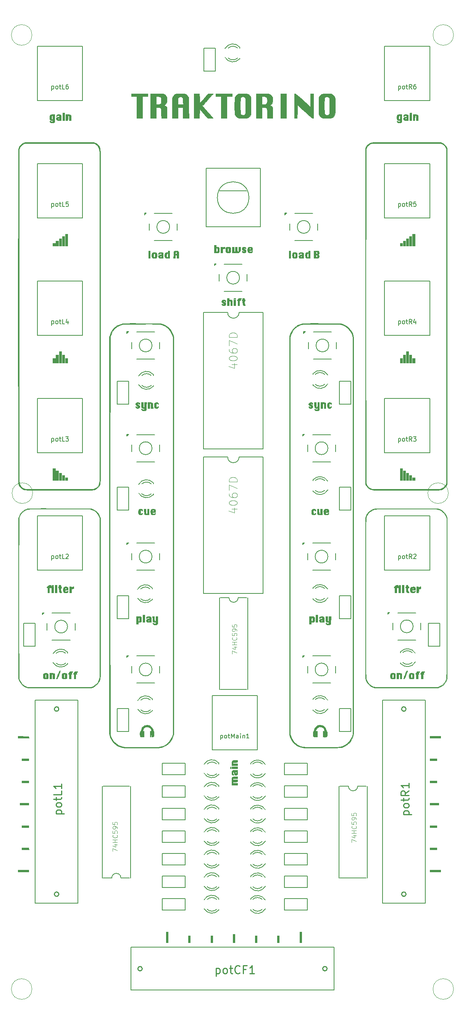
<source format=gbr>
G04 #@! TF.FileFunction,Legend,Top*
%FSLAX46Y46*%
G04 Gerber Fmt 4.6, Leading zero omitted, Abs format (unit mm)*
G04 Created by KiCad (PCBNEW 4.0.6) date Thursday, July 05, 2018 'AMt' 01:22:21 AM*
%MOMM*%
%LPD*%
G01*
G04 APERTURE LIST*
%ADD10C,0.100000*%
%ADD11C,0.150000*%
%ADD12C,0.152400*%
%ADD13C,0.120000*%
%ADD14C,0.010000*%
%ADD15C,0.203200*%
%ADD16C,0.248920*%
%ADD17C,0.050000*%
%ADD18C,0.279400*%
%ADD19C,0.088900*%
G04 APERTURE END LIST*
D10*
D11*
X120400000Y-63500000D02*
X120400000Y-63600000D01*
X120300000Y-63450000D02*
X120650000Y-63450000D01*
X120650000Y-63450000D02*
G75*
G03X120300000Y-63800000I700000J-1050000D01*
G01*
X120300000Y-63450000D02*
X120300000Y-63800000D01*
X125864214Y-66500000D02*
G75*
G03X125864214Y-66500000I-1414214J0D01*
G01*
X122450000Y-69500000D02*
X126450000Y-69500000D01*
X122450000Y-63500000D02*
X126450000Y-63500000D01*
X121350000Y-67250000D02*
X121350000Y-65750000D01*
X127550000Y-65750000D02*
X127550000Y-67250000D01*
D10*
X121350000Y-66500000D02*
X121350000Y-66500000D01*
X126450000Y-69500000D02*
X122450000Y-69500000D01*
X126450000Y-63500000D02*
X122450000Y-63500000D01*
X127550000Y-66500000D02*
X127550000Y-66500000D01*
X125864214Y-66500000D02*
G75*
G03X125864214Y-66500000I-1414214J0D01*
G01*
D11*
X120200000Y-110250000D02*
X120200000Y-110350000D01*
X120100000Y-110200000D02*
X120450000Y-110200000D01*
X120450000Y-110200000D02*
G75*
G03X120100000Y-110550000I700000J-1050000D01*
G01*
X120100000Y-110200000D02*
X120100000Y-110550000D01*
X125664214Y-113250000D02*
G75*
G03X125664214Y-113250000I-1414214J0D01*
G01*
X122250000Y-116250000D02*
X126250000Y-116250000D01*
X122250000Y-110250000D02*
X126250000Y-110250000D01*
X121150000Y-114000000D02*
X121150000Y-112500000D01*
X127350000Y-112500000D02*
X127350000Y-114000000D01*
D10*
X121150000Y-113250000D02*
X121150000Y-113250000D01*
X126250000Y-116250000D02*
X122250000Y-116250000D01*
X126250000Y-110250000D02*
X122250000Y-110250000D01*
X127350000Y-113250000D02*
X127350000Y-113250000D01*
X125664214Y-113250000D02*
G75*
G03X125664214Y-113250000I-1414214J0D01*
G01*
D11*
X138250000Y-250000D02*
X138250000Y-12250000D01*
X148250000Y-250000D02*
X138250000Y-250000D01*
X148250000Y-12250000D02*
X148250000Y-250000D01*
X148250000Y-250000D02*
X148250000Y-12250000D01*
X138250000Y-12250000D02*
X148250000Y-12250000D01*
D12*
X107871000Y-142660000D02*
X107871000Y-122340000D01*
X101629000Y-122340000D02*
X101629000Y-142660000D01*
X107671000Y-142660000D02*
X101829000Y-142660000D01*
X107671000Y-122340000D02*
X105766000Y-122340000D01*
X101829000Y-122340000D02*
X103734000Y-122340000D01*
X105766000Y-122340000D02*
G75*
G02X103734000Y-122340000I-1016000J0D01*
G01*
D13*
X60186000Y-99200000D02*
G75*
G03X60186000Y-99200000I-2286000J0D01*
G01*
X152386000Y-99200000D02*
G75*
G03X152386000Y-99200000I-2286000J0D01*
G01*
X60036000Y-209000000D02*
G75*
G03X60036000Y-209000000I-2286000J0D01*
G01*
X153536000Y-209000000D02*
G75*
G03X153536000Y-209000000I-2286000J0D01*
G01*
X153536000Y2250000D02*
G75*
G03X153536000Y2250000I-2286000J0D01*
G01*
D11*
X67949000Y-134436000D02*
X67949000Y-134636000D01*
X67949000Y-137030000D02*
X67949000Y-136850000D01*
X64721256Y-136719643D02*
G75*
G03X67949000Y-137036000I1727744J1003643D01*
G01*
X65396994Y-136849068D02*
G75*
G03X67500000Y-136850000I1052006J1133068D01*
G01*
X67936220Y-134409274D02*
G75*
G03X64699000Y-134756000I-1497220J-1306726D01*
G01*
X67462889Y-134636747D02*
G75*
G03X65415000Y-134656000I-1013889J-1079253D01*
G01*
X86749000Y-144786000D02*
X86749000Y-144986000D01*
X86749000Y-147380000D02*
X86749000Y-147200000D01*
X83521256Y-147069643D02*
G75*
G03X86749000Y-147386000I1727744J1003643D01*
G01*
X84196994Y-147199068D02*
G75*
G03X86300000Y-147200000I1052006J1133068D01*
G01*
X86736220Y-144759274D02*
G75*
G03X83499000Y-145106000I-1497220J-1306726D01*
G01*
X86262889Y-144986747D02*
G75*
G03X84215000Y-145006000I-1013889J-1079253D01*
G01*
X86699000Y-120186000D02*
X86699000Y-120386000D01*
X86699000Y-122780000D02*
X86699000Y-122600000D01*
X83471256Y-122469643D02*
G75*
G03X86699000Y-122786000I1727744J1003643D01*
G01*
X84146994Y-122599068D02*
G75*
G03X86250000Y-122600000I1052006J1133068D01*
G01*
X86686220Y-120159274D02*
G75*
G03X83449000Y-120506000I-1497220J-1306726D01*
G01*
X86212889Y-120386747D02*
G75*
G03X84165000Y-120406000I-1013889J-1079253D01*
G01*
X86949000Y-96936000D02*
X86949000Y-97136000D01*
X86949000Y-99530000D02*
X86949000Y-99350000D01*
X83721256Y-99219643D02*
G75*
G03X86949000Y-99536000I1727744J1003643D01*
G01*
X84396994Y-99349068D02*
G75*
G03X86500000Y-99350000I1052006J1133068D01*
G01*
X86936220Y-96909274D02*
G75*
G03X83699000Y-97256000I-1497220J-1306726D01*
G01*
X86462889Y-97136747D02*
G75*
G03X84415000Y-97156000I-1013889J-1079253D01*
G01*
X86949000Y-72936000D02*
X86949000Y-73136000D01*
X86949000Y-75530000D02*
X86949000Y-75350000D01*
X83721256Y-75219643D02*
G75*
G03X86949000Y-75536000I1727744J1003643D01*
G01*
X84396994Y-75349068D02*
G75*
G03X86500000Y-75350000I1052006J1133068D01*
G01*
X86936220Y-72909274D02*
G75*
G03X83699000Y-73256000I-1497220J-1306726D01*
G01*
X86462889Y-73136747D02*
G75*
G03X84415000Y-73156000I-1013889J-1079253D01*
G01*
X106099000Y-436000D02*
X106099000Y-636000D01*
X106099000Y-3030000D02*
X106099000Y-2850000D01*
X102871256Y-2719643D02*
G75*
G03X106099000Y-3036000I1727744J1003643D01*
G01*
X103546994Y-2849068D02*
G75*
G03X105650000Y-2850000I1052006J1133068D01*
G01*
X106086220Y-409274D02*
G75*
G03X102849000Y-756000I-1497220J-1306726D01*
G01*
X105612889Y-636747D02*
G75*
G03X103565000Y-656000I-1013889J-1079253D01*
G01*
X141801000Y-136914000D02*
X141801000Y-136714000D01*
X141801000Y-134320000D02*
X141801000Y-134500000D01*
X145028744Y-134630357D02*
G75*
G03X141801000Y-134314000I-1727744J-1003643D01*
G01*
X144353006Y-134500932D02*
G75*
G03X142250000Y-134500000I-1052006J-1133068D01*
G01*
X141813780Y-136940726D02*
G75*
G03X145051000Y-136594000I1497220J1306726D01*
G01*
X142287111Y-136713253D02*
G75*
G03X144335000Y-136694000I1013889J1079253D01*
G01*
X122401000Y-147314000D02*
X122401000Y-147114000D01*
X122401000Y-144720000D02*
X122401000Y-144900000D01*
X125628744Y-145030357D02*
G75*
G03X122401000Y-144714000I-1727744J-1003643D01*
G01*
X124953006Y-144900932D02*
G75*
G03X122850000Y-144900000I-1052006J-1133068D01*
G01*
X122413780Y-147340726D02*
G75*
G03X125651000Y-146994000I1497220J1306726D01*
G01*
X122887111Y-147113253D02*
G75*
G03X124935000Y-147094000I1013889J1079253D01*
G01*
X122401000Y-122714000D02*
X122401000Y-122514000D01*
X122401000Y-120120000D02*
X122401000Y-120300000D01*
X125628744Y-120430357D02*
G75*
G03X122401000Y-120114000I-1727744J-1003643D01*
G01*
X124953006Y-120300932D02*
G75*
G03X122850000Y-120300000I-1052006J-1133068D01*
G01*
X122413780Y-122740726D02*
G75*
G03X125651000Y-122394000I1497220J1306726D01*
G01*
X122887111Y-122513253D02*
G75*
G03X124935000Y-122494000I1013889J1079253D01*
G01*
X122401000Y-98814000D02*
X122401000Y-98614000D01*
X122401000Y-96220000D02*
X122401000Y-96400000D01*
X125628744Y-96530357D02*
G75*
G03X122401000Y-96214000I-1727744J-1003643D01*
G01*
X124953006Y-96400932D02*
G75*
G03X122850000Y-96400000I-1052006J-1133068D01*
G01*
X122413780Y-98840726D02*
G75*
G03X125651000Y-98494000I1497220J1306726D01*
G01*
X122887111Y-98613253D02*
G75*
G03X124935000Y-98594000I1013889J1079253D01*
G01*
X122401000Y-75314000D02*
X122401000Y-75114000D01*
X122401000Y-72720000D02*
X122401000Y-72900000D01*
X125628744Y-73030357D02*
G75*
G03X122401000Y-72714000I-1727744J-1003643D01*
G01*
X124953006Y-72900932D02*
G75*
G03X122850000Y-72900000I-1052006J-1133068D01*
G01*
X122413780Y-75340726D02*
G75*
G03X125651000Y-74994000I1497220J1306726D01*
G01*
X122887111Y-75113253D02*
G75*
G03X124935000Y-75094000I1013889J1079253D01*
G01*
X60770000Y-128020000D02*
X60770000Y-133100000D01*
X60770000Y-133100000D02*
X58230000Y-133100000D01*
X58230000Y-133100000D02*
X58230000Y-128020000D01*
X58230000Y-128020000D02*
X60770000Y-128020000D01*
X78980000Y-151980000D02*
X78980000Y-146900000D01*
X78980000Y-146900000D02*
X81520000Y-146900000D01*
X81520000Y-146900000D02*
X81520000Y-151980000D01*
X81520000Y-151980000D02*
X78980000Y-151980000D01*
X78980000Y-126980000D02*
X78980000Y-121900000D01*
X78980000Y-121900000D02*
X81520000Y-121900000D01*
X81520000Y-121900000D02*
X81520000Y-126980000D01*
X81520000Y-126980000D02*
X78980000Y-126980000D01*
X78980000Y-102980000D02*
X78980000Y-97900000D01*
X78980000Y-97900000D02*
X81520000Y-97900000D01*
X81520000Y-97900000D02*
X81520000Y-102980000D01*
X81520000Y-102980000D02*
X78980000Y-102980000D01*
X78980000Y-79480000D02*
X78980000Y-74400000D01*
X78980000Y-74400000D02*
X81520000Y-74400000D01*
X81520000Y-74400000D02*
X81520000Y-79480000D01*
X81520000Y-79480000D02*
X78980000Y-79480000D01*
X98130000Y-5730000D02*
X98130000Y-650000D01*
X98130000Y-650000D02*
X100670000Y-650000D01*
X100670000Y-650000D02*
X100670000Y-5730000D01*
X100670000Y-5730000D02*
X98130000Y-5730000D01*
X150520000Y-128020000D02*
X150520000Y-133100000D01*
X150520000Y-133100000D02*
X147980000Y-133100000D01*
X147980000Y-133100000D02*
X147980000Y-128020000D01*
X147980000Y-128020000D02*
X150520000Y-128020000D01*
X128180000Y-151980000D02*
X128180000Y-146900000D01*
X128180000Y-146900000D02*
X130720000Y-146900000D01*
X130720000Y-146900000D02*
X130720000Y-151980000D01*
X130720000Y-151980000D02*
X128180000Y-151980000D01*
X128180000Y-126980000D02*
X128180000Y-121900000D01*
X128180000Y-121900000D02*
X130720000Y-121900000D01*
X130720000Y-121900000D02*
X130720000Y-126980000D01*
X130720000Y-126980000D02*
X128180000Y-126980000D01*
X128180000Y-102980000D02*
X128180000Y-97900000D01*
X128180000Y-97900000D02*
X130720000Y-97900000D01*
X130720000Y-97900000D02*
X130720000Y-102980000D01*
X130720000Y-102980000D02*
X128180000Y-102980000D01*
X128180000Y-79480000D02*
X128180000Y-74400000D01*
X128180000Y-74400000D02*
X130720000Y-74400000D01*
X130720000Y-74400000D02*
X130720000Y-79480000D01*
X130720000Y-79480000D02*
X128180000Y-79480000D01*
X93980000Y-191520000D02*
X88900000Y-191520000D01*
X88900000Y-191520000D02*
X88900000Y-188980000D01*
X88900000Y-188980000D02*
X93980000Y-188980000D01*
X93980000Y-188980000D02*
X93980000Y-191520000D01*
X93980000Y-186520000D02*
X88900000Y-186520000D01*
X88900000Y-186520000D02*
X88900000Y-183980000D01*
X88900000Y-183980000D02*
X93980000Y-183980000D01*
X93980000Y-183980000D02*
X93980000Y-186520000D01*
X93980000Y-181520000D02*
X88900000Y-181520000D01*
X88900000Y-181520000D02*
X88900000Y-178980000D01*
X88900000Y-178980000D02*
X93980000Y-178980000D01*
X93980000Y-178980000D02*
X93980000Y-181520000D01*
X93980000Y-176520000D02*
X88900000Y-176520000D01*
X88900000Y-176520000D02*
X88900000Y-173980000D01*
X88900000Y-173980000D02*
X93980000Y-173980000D01*
X93980000Y-173980000D02*
X93980000Y-176520000D01*
X93980000Y-171520000D02*
X88900000Y-171520000D01*
X88900000Y-171520000D02*
X88900000Y-168980000D01*
X88900000Y-168980000D02*
X93980000Y-168980000D01*
X93980000Y-168980000D02*
X93980000Y-171520000D01*
X93980000Y-166520000D02*
X88900000Y-166520000D01*
X88900000Y-166520000D02*
X88900000Y-163980000D01*
X88900000Y-163980000D02*
X93980000Y-163980000D01*
X93980000Y-163980000D02*
X93980000Y-166520000D01*
X93980000Y-161520000D02*
X88900000Y-161520000D01*
X88900000Y-161520000D02*
X88900000Y-158980000D01*
X88900000Y-158980000D02*
X93980000Y-158980000D01*
X93980000Y-158980000D02*
X93980000Y-161520000D01*
X116020000Y-188980000D02*
X121100000Y-188980000D01*
X121100000Y-188980000D02*
X121100000Y-191520000D01*
X121100000Y-191520000D02*
X116020000Y-191520000D01*
X116020000Y-191520000D02*
X116020000Y-188980000D01*
X116020000Y-183980000D02*
X121100000Y-183980000D01*
X121100000Y-183980000D02*
X121100000Y-186520000D01*
X121100000Y-186520000D02*
X116020000Y-186520000D01*
X116020000Y-186520000D02*
X116020000Y-183980000D01*
X116020000Y-178980000D02*
X121100000Y-178980000D01*
X121100000Y-178980000D02*
X121100000Y-181520000D01*
X121100000Y-181520000D02*
X116020000Y-181520000D01*
X116020000Y-181520000D02*
X116020000Y-178980000D01*
X116020000Y-173980000D02*
X121100000Y-173980000D01*
X121100000Y-173980000D02*
X121100000Y-176520000D01*
X121100000Y-176520000D02*
X116020000Y-176520000D01*
X116020000Y-176520000D02*
X116020000Y-173980000D01*
X116020000Y-168980000D02*
X121100000Y-168980000D01*
X121100000Y-168980000D02*
X121100000Y-171520000D01*
X121100000Y-171520000D02*
X116020000Y-171520000D01*
X116020000Y-171520000D02*
X116020000Y-168980000D01*
X116020000Y-163980000D02*
X121100000Y-163980000D01*
X121100000Y-163980000D02*
X121100000Y-166520000D01*
X121100000Y-166520000D02*
X116020000Y-166520000D01*
X116020000Y-166520000D02*
X116020000Y-163980000D01*
X116020000Y-158980000D02*
X121100000Y-158980000D01*
X121100000Y-158980000D02*
X121100000Y-161520000D01*
X121100000Y-161520000D02*
X116020000Y-161520000D01*
X116020000Y-161520000D02*
X116020000Y-158980000D01*
X101449000Y-188936000D02*
X101449000Y-189136000D01*
X101449000Y-191530000D02*
X101449000Y-191350000D01*
X98221256Y-191219643D02*
G75*
G03X101449000Y-191536000I1727744J1003643D01*
G01*
X98896994Y-191349068D02*
G75*
G03X101000000Y-191350000I1052006J1133068D01*
G01*
X101436220Y-188909274D02*
G75*
G03X98199000Y-189256000I-1497220J-1306726D01*
G01*
X100962889Y-189136747D02*
G75*
G03X98915000Y-189156000I-1013889J-1079253D01*
G01*
X101449000Y-183936000D02*
X101449000Y-184136000D01*
X101449000Y-186530000D02*
X101449000Y-186350000D01*
X98221256Y-186219643D02*
G75*
G03X101449000Y-186536000I1727744J1003643D01*
G01*
X98896994Y-186349068D02*
G75*
G03X101000000Y-186350000I1052006J1133068D01*
G01*
X101436220Y-183909274D02*
G75*
G03X98199000Y-184256000I-1497220J-1306726D01*
G01*
X100962889Y-184136747D02*
G75*
G03X98915000Y-184156000I-1013889J-1079253D01*
G01*
X101449000Y-178936000D02*
X101449000Y-179136000D01*
X101449000Y-181530000D02*
X101449000Y-181350000D01*
X98221256Y-181219643D02*
G75*
G03X101449000Y-181536000I1727744J1003643D01*
G01*
X98896994Y-181349068D02*
G75*
G03X101000000Y-181350000I1052006J1133068D01*
G01*
X101436220Y-178909274D02*
G75*
G03X98199000Y-179256000I-1497220J-1306726D01*
G01*
X100962889Y-179136747D02*
G75*
G03X98915000Y-179156000I-1013889J-1079253D01*
G01*
X101449000Y-173936000D02*
X101449000Y-174136000D01*
X101449000Y-176530000D02*
X101449000Y-176350000D01*
X98221256Y-176219643D02*
G75*
G03X101449000Y-176536000I1727744J1003643D01*
G01*
X98896994Y-176349068D02*
G75*
G03X101000000Y-176350000I1052006J1133068D01*
G01*
X101436220Y-173909274D02*
G75*
G03X98199000Y-174256000I-1497220J-1306726D01*
G01*
X100962889Y-174136747D02*
G75*
G03X98915000Y-174156000I-1013889J-1079253D01*
G01*
X101449000Y-168936000D02*
X101449000Y-169136000D01*
X101449000Y-171530000D02*
X101449000Y-171350000D01*
X98221256Y-171219643D02*
G75*
G03X101449000Y-171536000I1727744J1003643D01*
G01*
X98896994Y-171349068D02*
G75*
G03X101000000Y-171350000I1052006J1133068D01*
G01*
X101436220Y-168909274D02*
G75*
G03X98199000Y-169256000I-1497220J-1306726D01*
G01*
X100962889Y-169136747D02*
G75*
G03X98915000Y-169156000I-1013889J-1079253D01*
G01*
X101449000Y-163936000D02*
X101449000Y-164136000D01*
X101449000Y-166530000D02*
X101449000Y-166350000D01*
X98221256Y-166219643D02*
G75*
G03X101449000Y-166536000I1727744J1003643D01*
G01*
X98896994Y-166349068D02*
G75*
G03X101000000Y-166350000I1052006J1133068D01*
G01*
X101436220Y-163909274D02*
G75*
G03X98199000Y-164256000I-1497220J-1306726D01*
G01*
X100962889Y-164136747D02*
G75*
G03X98915000Y-164156000I-1013889J-1079253D01*
G01*
X101449000Y-158936000D02*
X101449000Y-159136000D01*
X101449000Y-161530000D02*
X101449000Y-161350000D01*
X98221256Y-161219643D02*
G75*
G03X101449000Y-161536000I1727744J1003643D01*
G01*
X98896994Y-161349068D02*
G75*
G03X101000000Y-161350000I1052006J1133068D01*
G01*
X101436220Y-158909274D02*
G75*
G03X98199000Y-159256000I-1497220J-1306726D01*
G01*
X100962889Y-159136747D02*
G75*
G03X98915000Y-159156000I-1013889J-1079253D01*
G01*
X108551000Y-191564000D02*
X108551000Y-191364000D01*
X108551000Y-188970000D02*
X108551000Y-189150000D01*
X111778744Y-189280357D02*
G75*
G03X108551000Y-188964000I-1727744J-1003643D01*
G01*
X111103006Y-189150932D02*
G75*
G03X109000000Y-189150000I-1052006J-1133068D01*
G01*
X108563780Y-191590726D02*
G75*
G03X111801000Y-191244000I1497220J1306726D01*
G01*
X109037111Y-191363253D02*
G75*
G03X111085000Y-191344000I1013889J1079253D01*
G01*
X108551000Y-186564000D02*
X108551000Y-186364000D01*
X108551000Y-183970000D02*
X108551000Y-184150000D01*
X111778744Y-184280357D02*
G75*
G03X108551000Y-183964000I-1727744J-1003643D01*
G01*
X111103006Y-184150932D02*
G75*
G03X109000000Y-184150000I-1052006J-1133068D01*
G01*
X108563780Y-186590726D02*
G75*
G03X111801000Y-186244000I1497220J1306726D01*
G01*
X109037111Y-186363253D02*
G75*
G03X111085000Y-186344000I1013889J1079253D01*
G01*
X108551000Y-181564000D02*
X108551000Y-181364000D01*
X108551000Y-178970000D02*
X108551000Y-179150000D01*
X111778744Y-179280357D02*
G75*
G03X108551000Y-178964000I-1727744J-1003643D01*
G01*
X111103006Y-179150932D02*
G75*
G03X109000000Y-179150000I-1052006J-1133068D01*
G01*
X108563780Y-181590726D02*
G75*
G03X111801000Y-181244000I1497220J1306726D01*
G01*
X109037111Y-181363253D02*
G75*
G03X111085000Y-181344000I1013889J1079253D01*
G01*
X108551000Y-176564000D02*
X108551000Y-176364000D01*
X108551000Y-173970000D02*
X108551000Y-174150000D01*
X111778744Y-174280357D02*
G75*
G03X108551000Y-173964000I-1727744J-1003643D01*
G01*
X111103006Y-174150932D02*
G75*
G03X109000000Y-174150000I-1052006J-1133068D01*
G01*
X108563780Y-176590726D02*
G75*
G03X111801000Y-176244000I1497220J1306726D01*
G01*
X109037111Y-176363253D02*
G75*
G03X111085000Y-176344000I1013889J1079253D01*
G01*
X108551000Y-171564000D02*
X108551000Y-171364000D01*
X108551000Y-168970000D02*
X108551000Y-169150000D01*
X111778744Y-169280357D02*
G75*
G03X108551000Y-168964000I-1727744J-1003643D01*
G01*
X111103006Y-169150932D02*
G75*
G03X109000000Y-169150000I-1052006J-1133068D01*
G01*
X108563780Y-171590726D02*
G75*
G03X111801000Y-171244000I1497220J1306726D01*
G01*
X109037111Y-171363253D02*
G75*
G03X111085000Y-171344000I1013889J1079253D01*
G01*
X108551000Y-166564000D02*
X108551000Y-166364000D01*
X108551000Y-163970000D02*
X108551000Y-164150000D01*
X111778744Y-164280357D02*
G75*
G03X108551000Y-163964000I-1727744J-1003643D01*
G01*
X111103006Y-164150932D02*
G75*
G03X109000000Y-164150000I-1052006J-1133068D01*
G01*
X108563780Y-166590726D02*
G75*
G03X111801000Y-166244000I1497220J1306726D01*
G01*
X109037111Y-166363253D02*
G75*
G03X111085000Y-166344000I1013889J1079253D01*
G01*
X108551000Y-161564000D02*
X108551000Y-161364000D01*
X108551000Y-158970000D02*
X108551000Y-159150000D01*
X111778744Y-159280357D02*
G75*
G03X108551000Y-158964000I-1727744J-1003643D01*
G01*
X111103006Y-159150932D02*
G75*
G03X109000000Y-159150000I-1052006J-1133068D01*
G01*
X108563780Y-161590726D02*
G75*
G03X111801000Y-161244000I1497220J1306726D01*
G01*
X109037111Y-161363253D02*
G75*
G03X111085000Y-161344000I1013889J1079253D01*
G01*
D13*
X60036000Y2250000D02*
G75*
G03X60036000Y2250000I-2286000J0D01*
G01*
D14*
G36*
X90241334Y-198747333D02*
X89818000Y-198747333D01*
X89818000Y-196376666D01*
X90241334Y-196376666D01*
X90241334Y-198747333D01*
X90241334Y-198747333D01*
G37*
X90241334Y-198747333D02*
X89818000Y-198747333D01*
X89818000Y-196376666D01*
X90241334Y-196376666D01*
X90241334Y-198747333D01*
G36*
X95152000Y-198747333D02*
X94728667Y-198747333D01*
X94728667Y-197223333D01*
X95152000Y-197223333D01*
X95152000Y-198747333D01*
X95152000Y-198747333D01*
G37*
X95152000Y-198747333D02*
X94728667Y-198747333D01*
X94728667Y-197223333D01*
X95152000Y-197223333D01*
X95152000Y-198747333D01*
G36*
X100105000Y-198747333D02*
X99681667Y-198747333D01*
X99681667Y-197223333D01*
X100105000Y-197223333D01*
X100105000Y-198747333D01*
X100105000Y-198747333D01*
G37*
X100105000Y-198747333D02*
X99681667Y-198747333D01*
X99681667Y-197223333D01*
X100105000Y-197223333D01*
X100105000Y-198747333D01*
G36*
X105015667Y-198747333D02*
X104592334Y-198747333D01*
X104592334Y-196842333D01*
X105015667Y-196842333D01*
X105015667Y-198747333D01*
X105015667Y-198747333D01*
G37*
X105015667Y-198747333D02*
X104592334Y-198747333D01*
X104592334Y-196842333D01*
X105015667Y-196842333D01*
X105015667Y-198747333D01*
G36*
X109968667Y-198747333D02*
X109545334Y-198747333D01*
X109545334Y-197223333D01*
X109968667Y-197223333D01*
X109968667Y-198747333D01*
X109968667Y-198747333D01*
G37*
X109968667Y-198747333D02*
X109545334Y-198747333D01*
X109545334Y-197223333D01*
X109968667Y-197223333D01*
X109968667Y-198747333D01*
G36*
X114879334Y-198747333D02*
X114456000Y-198747333D01*
X114456000Y-197223333D01*
X114879334Y-197223333D01*
X114879334Y-198747333D01*
X114879334Y-198747333D01*
G37*
X114879334Y-198747333D02*
X114456000Y-198747333D01*
X114456000Y-197223333D01*
X114879334Y-197223333D01*
X114879334Y-198747333D01*
G36*
X119832334Y-198747333D02*
X119409000Y-198747333D01*
X119409000Y-196376666D01*
X119832334Y-196376666D01*
X119832334Y-198747333D01*
X119832334Y-198747333D01*
G37*
X119832334Y-198747333D02*
X119409000Y-198747333D01*
X119409000Y-196376666D01*
X119832334Y-196376666D01*
X119832334Y-198747333D01*
G36*
X59338000Y-183084000D02*
X56967334Y-183084000D01*
X56967334Y-182660666D01*
X59338000Y-182660666D01*
X59338000Y-183084000D01*
X59338000Y-183084000D01*
G37*
X59338000Y-183084000D02*
X56967334Y-183084000D01*
X56967334Y-182660666D01*
X59338000Y-182660666D01*
X59338000Y-183084000D01*
G36*
X150693334Y-183084000D02*
X148322667Y-183084000D01*
X148322667Y-182660666D01*
X150693334Y-182660666D01*
X150693334Y-183084000D01*
X150693334Y-183084000D01*
G37*
X150693334Y-183084000D02*
X148322667Y-183084000D01*
X148322667Y-182660666D01*
X150693334Y-182660666D01*
X150693334Y-183084000D01*
G36*
X58544250Y-177717295D02*
X59316834Y-177728833D01*
X59329736Y-177929916D01*
X59342639Y-178131000D01*
X57771667Y-178131000D01*
X57771667Y-177705756D01*
X58544250Y-177717295D01*
X58544250Y-177717295D01*
G37*
X58544250Y-177717295D02*
X59316834Y-177728833D01*
X59329736Y-177929916D01*
X59342639Y-178131000D01*
X57771667Y-178131000D01*
X57771667Y-177705756D01*
X58544250Y-177717295D01*
G36*
X149846667Y-178131000D02*
X148322667Y-178131000D01*
X148322667Y-177707666D01*
X149846667Y-177707666D01*
X149846667Y-178131000D01*
X149846667Y-178131000D01*
G37*
X149846667Y-178131000D02*
X148322667Y-178131000D01*
X148322667Y-177707666D01*
X149846667Y-177707666D01*
X149846667Y-178131000D01*
G36*
X59338000Y-173220333D02*
X57771667Y-173220333D01*
X57771667Y-172797000D01*
X59338000Y-172797000D01*
X59338000Y-173220333D01*
X59338000Y-173220333D01*
G37*
X59338000Y-173220333D02*
X57771667Y-173220333D01*
X57771667Y-172797000D01*
X59338000Y-172797000D01*
X59338000Y-173220333D01*
G36*
X149846667Y-173220333D02*
X148322667Y-173220333D01*
X148322667Y-172797000D01*
X149846667Y-172797000D01*
X149846667Y-173220333D01*
X149846667Y-173220333D01*
G37*
X149846667Y-173220333D02*
X148322667Y-173220333D01*
X148322667Y-172797000D01*
X149846667Y-172797000D01*
X149846667Y-173220333D01*
G36*
X59338000Y-168267333D02*
X57390667Y-168267333D01*
X57390667Y-167844000D01*
X59338000Y-167844000D01*
X59338000Y-168267333D01*
X59338000Y-168267333D01*
G37*
X59338000Y-168267333D02*
X57390667Y-168267333D01*
X57390667Y-167844000D01*
X59338000Y-167844000D01*
X59338000Y-168267333D01*
G36*
X150227667Y-168267333D02*
X148322667Y-168267333D01*
X148322667Y-167844000D01*
X150227667Y-167844000D01*
X150227667Y-168267333D01*
X150227667Y-168267333D01*
G37*
X150227667Y-168267333D02*
X148322667Y-168267333D01*
X148322667Y-167844000D01*
X150227667Y-167844000D01*
X150227667Y-168267333D01*
G36*
X105650667Y-162380394D02*
X105132084Y-162392280D01*
X104613500Y-162404166D01*
X104613500Y-162658166D01*
X105132084Y-162670052D01*
X105650667Y-162681939D01*
X105650667Y-163100060D01*
X105132084Y-163111947D01*
X104613500Y-163123833D01*
X104613500Y-163377833D01*
X105132084Y-163389719D01*
X105650667Y-163401605D01*
X105650667Y-163822333D01*
X104336768Y-163822333D01*
X104356930Y-163346083D01*
X104364741Y-163143093D01*
X104370274Y-162962349D01*
X104372932Y-162826097D01*
X104372582Y-162764000D01*
X104364126Y-162526877D01*
X104363622Y-162358392D01*
X104372985Y-162242733D01*
X104394131Y-162164086D01*
X104428978Y-162106640D01*
X104455806Y-162077219D01*
X104501933Y-162037292D01*
X104557325Y-162009507D01*
X104638130Y-161991103D01*
X104760493Y-161979321D01*
X104940563Y-161971401D01*
X105101389Y-161966885D01*
X105650667Y-161952938D01*
X105650667Y-162380394D01*
X105650667Y-162380394D01*
G37*
X105650667Y-162380394D02*
X105132084Y-162392280D01*
X104613500Y-162404166D01*
X104613500Y-162658166D01*
X105132084Y-162670052D01*
X105650667Y-162681939D01*
X105650667Y-163100060D01*
X105132084Y-163111947D01*
X104613500Y-163123833D01*
X104613500Y-163377833D01*
X105132084Y-163389719D01*
X105650667Y-163401605D01*
X105650667Y-163822333D01*
X104336768Y-163822333D01*
X104356930Y-163346083D01*
X104364741Y-163143093D01*
X104370274Y-162962349D01*
X104372932Y-162826097D01*
X104372582Y-162764000D01*
X104364126Y-162526877D01*
X104363622Y-162358392D01*
X104372985Y-162242733D01*
X104394131Y-162164086D01*
X104428978Y-162106640D01*
X104455806Y-162077219D01*
X104501933Y-162037292D01*
X104557325Y-162009507D01*
X104638130Y-161991103D01*
X104760493Y-161979321D01*
X104940563Y-161971401D01*
X105101389Y-161966885D01*
X105650667Y-161952938D01*
X105650667Y-162380394D01*
G36*
X59338000Y-163356666D02*
X57771667Y-163356666D01*
X57771667Y-162933333D01*
X59338000Y-162933333D01*
X59338000Y-163356666D01*
X59338000Y-163356666D01*
G37*
X59338000Y-163356666D02*
X57771667Y-163356666D01*
X57771667Y-162933333D01*
X59338000Y-162933333D01*
X59338000Y-163356666D01*
G36*
X149846667Y-163356666D02*
X148322667Y-163356666D01*
X148322667Y-162933333D01*
X149846667Y-162933333D01*
X149846667Y-163356666D01*
X149846667Y-163356666D01*
G37*
X149846667Y-163356666D02*
X148322667Y-163356666D01*
X148322667Y-162933333D01*
X149846667Y-162933333D01*
X149846667Y-163356666D01*
G36*
X105647139Y-160961194D02*
X105645555Y-161164854D01*
X105638517Y-161303278D01*
X105622594Y-161395873D01*
X105594355Y-161462045D01*
X105550369Y-161521201D01*
X105547563Y-161524477D01*
X105456329Y-161605017D01*
X105345285Y-161637052D01*
X105269667Y-161640242D01*
X105094511Y-161608493D01*
X104973360Y-161512552D01*
X104905364Y-161351378D01*
X104888667Y-161174139D01*
X104886499Y-161041889D01*
X104886321Y-161041033D01*
X105100334Y-161041033D01*
X105129031Y-161151053D01*
X105199141Y-161221035D01*
X105286691Y-161240587D01*
X105367708Y-161199318D01*
X105390974Y-161167009D01*
X105410211Y-161065321D01*
X105359374Y-160984738D01*
X105253045Y-160944983D01*
X105225844Y-160943666D01*
X105135151Y-160955968D01*
X105102584Y-161005569D01*
X105100334Y-161041033D01*
X104886321Y-161041033D01*
X104872237Y-160973358D01*
X104834242Y-160947599D01*
X104760878Y-160943666D01*
X104760619Y-160943666D01*
X104657042Y-160963010D01*
X104598028Y-161036281D01*
X104588938Y-161058430D01*
X104563565Y-161196514D01*
X104588551Y-161315498D01*
X104657016Y-161389459D01*
X104678928Y-161397571D01*
X104744799Y-161448167D01*
X104761667Y-161541270D01*
X104747423Y-161629565D01*
X104694905Y-161657443D01*
X104589437Y-161630884D01*
X104565113Y-161621356D01*
X104452850Y-161548871D01*
X104381470Y-161431306D01*
X104345458Y-161255614D01*
X104338334Y-161084774D01*
X104342470Y-160914692D01*
X104359188Y-160802170D01*
X104394953Y-160720320D01*
X104440400Y-160660277D01*
X104484795Y-160611821D01*
X104530703Y-160578323D01*
X104594205Y-160556522D01*
X104691383Y-160543157D01*
X104838319Y-160534968D01*
X105051096Y-160528694D01*
X105094803Y-160527587D01*
X105647139Y-160513675D01*
X105647139Y-160961194D01*
X105647139Y-160961194D01*
G37*
X105647139Y-160961194D02*
X105645555Y-161164854D01*
X105638517Y-161303278D01*
X105622594Y-161395873D01*
X105594355Y-161462045D01*
X105550369Y-161521201D01*
X105547563Y-161524477D01*
X105456329Y-161605017D01*
X105345285Y-161637052D01*
X105269667Y-161640242D01*
X105094511Y-161608493D01*
X104973360Y-161512552D01*
X104905364Y-161351378D01*
X104888667Y-161174139D01*
X104886499Y-161041889D01*
X104886321Y-161041033D01*
X105100334Y-161041033D01*
X105129031Y-161151053D01*
X105199141Y-161221035D01*
X105286691Y-161240587D01*
X105367708Y-161199318D01*
X105390974Y-161167009D01*
X105410211Y-161065321D01*
X105359374Y-160984738D01*
X105253045Y-160944983D01*
X105225844Y-160943666D01*
X105135151Y-160955968D01*
X105102584Y-161005569D01*
X105100334Y-161041033D01*
X104886321Y-161041033D01*
X104872237Y-160973358D01*
X104834242Y-160947599D01*
X104760878Y-160943666D01*
X104760619Y-160943666D01*
X104657042Y-160963010D01*
X104598028Y-161036281D01*
X104588938Y-161058430D01*
X104563565Y-161196514D01*
X104588551Y-161315498D01*
X104657016Y-161389459D01*
X104678928Y-161397571D01*
X104744799Y-161448167D01*
X104761667Y-161541270D01*
X104747423Y-161629565D01*
X104694905Y-161657443D01*
X104589437Y-161630884D01*
X104565113Y-161621356D01*
X104452850Y-161548871D01*
X104381470Y-161431306D01*
X104345458Y-161255614D01*
X104338334Y-161084774D01*
X104342470Y-160914692D01*
X104359188Y-160802170D01*
X104394953Y-160720320D01*
X104440400Y-160660277D01*
X104484795Y-160611821D01*
X104530703Y-160578323D01*
X104594205Y-160556522D01*
X104691383Y-160543157D01*
X104838319Y-160534968D01*
X105051096Y-160528694D01*
X105094803Y-160527587D01*
X105647139Y-160513675D01*
X105647139Y-160961194D01*
G36*
X104168311Y-159807529D02*
X104199646Y-159842551D01*
X104210331Y-159927386D01*
X104211334Y-160012333D01*
X104207902Y-160137955D01*
X104190391Y-160200625D01*
X104147974Y-160221994D01*
X104105500Y-160224000D01*
X104042689Y-160217137D01*
X104011354Y-160182114D01*
X104000669Y-160097280D01*
X103999667Y-160012333D01*
X104003098Y-159886711D01*
X104020609Y-159824041D01*
X104063027Y-159802671D01*
X104105500Y-159800666D01*
X104168311Y-159807529D01*
X104168311Y-159807529D01*
G37*
X104168311Y-159807529D02*
X104199646Y-159842551D01*
X104210331Y-159927386D01*
X104211334Y-160012333D01*
X104207902Y-160137955D01*
X104190391Y-160200625D01*
X104147974Y-160221994D01*
X104105500Y-160224000D01*
X104042689Y-160217137D01*
X104011354Y-160182114D01*
X104000669Y-160097280D01*
X103999667Y-160012333D01*
X104003098Y-159886711D01*
X104020609Y-159824041D01*
X104063027Y-159802671D01*
X104105500Y-159800666D01*
X104168311Y-159807529D01*
G36*
X105650667Y-160224000D02*
X104338334Y-160224000D01*
X104338334Y-159800666D01*
X105650667Y-159800666D01*
X105650667Y-160224000D01*
X105650667Y-160224000D01*
G37*
X105650667Y-160224000D02*
X104338334Y-160224000D01*
X104338334Y-159800666D01*
X105650667Y-159800666D01*
X105650667Y-160224000D01*
G36*
X105650667Y-158782060D02*
X105132084Y-158793947D01*
X104613500Y-158805833D01*
X104613500Y-159059833D01*
X105132084Y-159071719D01*
X105650667Y-159083605D01*
X105650667Y-159504333D01*
X104341861Y-159504333D01*
X104341861Y-159054813D01*
X104342832Y-158854129D01*
X104348485Y-158718864D01*
X104362926Y-158629768D01*
X104390264Y-158567595D01*
X104434608Y-158513098D01*
X104463841Y-158483313D01*
X104516737Y-158432890D01*
X104567528Y-158398721D01*
X104633179Y-158377644D01*
X104730655Y-158366495D01*
X104876921Y-158362112D01*
X105088942Y-158361334D01*
X105118244Y-158361333D01*
X105650667Y-158361333D01*
X105650667Y-158782060D01*
X105650667Y-158782060D01*
G37*
X105650667Y-158782060D02*
X105132084Y-158793947D01*
X104613500Y-158805833D01*
X104613500Y-159059833D01*
X105132084Y-159071719D01*
X105650667Y-159083605D01*
X105650667Y-159504333D01*
X104341861Y-159504333D01*
X104341861Y-159054813D01*
X104342832Y-158854129D01*
X104348485Y-158718864D01*
X104362926Y-158629768D01*
X104390264Y-158567595D01*
X104434608Y-158513098D01*
X104463841Y-158483313D01*
X104516737Y-158432890D01*
X104567528Y-158398721D01*
X104633179Y-158377644D01*
X104730655Y-158366495D01*
X104876921Y-158362112D01*
X105088942Y-158361334D01*
X105118244Y-158361333D01*
X105650667Y-158361333D01*
X105650667Y-158782060D01*
G36*
X59338000Y-158403666D02*
X57771667Y-158403666D01*
X57771667Y-157980333D01*
X59338000Y-157980333D01*
X59338000Y-158403666D01*
X59338000Y-158403666D01*
G37*
X59338000Y-158403666D02*
X57771667Y-158403666D01*
X57771667Y-157980333D01*
X59338000Y-157980333D01*
X59338000Y-158403666D01*
G36*
X149846667Y-158403666D02*
X148322667Y-158403666D01*
X148322667Y-157980333D01*
X149846667Y-157980333D01*
X149846667Y-158403666D01*
X149846667Y-158403666D01*
G37*
X149846667Y-158403666D02*
X148322667Y-158403666D01*
X148322667Y-157980333D01*
X149846667Y-157980333D01*
X149846667Y-158403666D01*
G36*
X82764265Y-61592942D02*
X83311349Y-61593960D01*
X83933488Y-61595583D01*
X84484000Y-61597257D01*
X88526834Y-61610099D01*
X88842697Y-61707177D01*
X89340257Y-61900595D01*
X89813255Y-62163526D01*
X90245301Y-62485033D01*
X90620004Y-62854182D01*
X90695071Y-62943101D01*
X90898269Y-63230429D01*
X91090494Y-63571938D01*
X91256550Y-63937247D01*
X91381244Y-64295976D01*
X91393208Y-64339000D01*
X91490167Y-64698833D01*
X91490167Y-108577333D01*
X91490163Y-110899182D01*
X91490148Y-113137888D01*
X91490122Y-115294976D01*
X91490079Y-117371971D01*
X91490020Y-119370395D01*
X91489939Y-121291774D01*
X91489836Y-123137632D01*
X91489707Y-124909493D01*
X91489550Y-126608882D01*
X91489363Y-128237321D01*
X91489142Y-129796337D01*
X91488885Y-131287453D01*
X91488589Y-132712193D01*
X91488253Y-134072081D01*
X91487873Y-135368642D01*
X91487447Y-136603400D01*
X91486972Y-137777880D01*
X91486445Y-138893605D01*
X91485865Y-139952099D01*
X91485228Y-140954888D01*
X91484532Y-141903495D01*
X91483774Y-142799444D01*
X91482952Y-143644260D01*
X91482063Y-144439467D01*
X91481105Y-145186590D01*
X91480074Y-145887151D01*
X91478969Y-146542677D01*
X91477787Y-147154690D01*
X91476524Y-147724716D01*
X91475180Y-148254277D01*
X91473750Y-148744900D01*
X91472233Y-149198108D01*
X91470626Y-149615424D01*
X91468926Y-149998374D01*
X91467131Y-150348482D01*
X91465238Y-150667272D01*
X91463244Y-150956267D01*
X91461148Y-151216994D01*
X91458946Y-151450974D01*
X91456635Y-151659734D01*
X91454214Y-151844797D01*
X91451679Y-152007687D01*
X91449029Y-152149929D01*
X91446260Y-152273046D01*
X91443369Y-152378564D01*
X91440355Y-152468006D01*
X91437215Y-152542897D01*
X91433946Y-152604760D01*
X91430546Y-152655121D01*
X91427011Y-152695503D01*
X91423340Y-152727430D01*
X91419529Y-152752427D01*
X91415577Y-152772019D01*
X91415270Y-152773333D01*
X91249693Y-153297962D01*
X91012625Y-153784995D01*
X90710462Y-154228182D01*
X90349596Y-154621274D01*
X89936423Y-154958022D01*
X89477337Y-155232178D01*
X88978731Y-155437491D01*
X88581535Y-155542776D01*
X88517412Y-155554237D01*
X88440291Y-155564313D01*
X88344813Y-155573083D01*
X88225620Y-155580625D01*
X88077356Y-155587017D01*
X87894661Y-155592337D01*
X87672178Y-155596663D01*
X87404550Y-155600074D01*
X87086418Y-155602647D01*
X86712424Y-155604460D01*
X86277212Y-155605592D01*
X85775422Y-155606121D01*
X85201697Y-155606125D01*
X84550679Y-155605682D01*
X84284702Y-155605415D01*
X83579819Y-155604425D01*
X82954974Y-155603008D01*
X82405539Y-155601099D01*
X81926886Y-155598632D01*
X81514386Y-155595539D01*
X81163412Y-155591756D01*
X80869335Y-155587217D01*
X80627528Y-155581854D01*
X80433362Y-155575603D01*
X80282209Y-155568397D01*
X80169441Y-155560170D01*
X80090431Y-155550855D01*
X80058993Y-155545093D01*
X79534461Y-155388268D01*
X79046560Y-155159823D01*
X78601397Y-154866299D01*
X78205077Y-154514235D01*
X77863705Y-154110169D01*
X77583388Y-153660641D01*
X77370231Y-153172190D01*
X77230340Y-152651354D01*
X77203112Y-152486522D01*
X77200454Y-152440175D01*
X77197899Y-152338954D01*
X77195449Y-152182024D01*
X77193102Y-151968553D01*
X77190858Y-151697707D01*
X77188715Y-151368652D01*
X77186674Y-150980557D01*
X77184734Y-150532587D01*
X77182893Y-150023909D01*
X77181153Y-149453690D01*
X77179510Y-148821096D01*
X77177966Y-148125295D01*
X77176520Y-147365454D01*
X77175170Y-146540738D01*
X77173916Y-145650314D01*
X77172758Y-144693351D01*
X77171695Y-143669013D01*
X77170727Y-142576468D01*
X77169852Y-141414882D01*
X77169069Y-140183423D01*
X77168380Y-138881258D01*
X77167782Y-137507552D01*
X77167275Y-136061472D01*
X77166858Y-134542186D01*
X77166531Y-132948860D01*
X77166294Y-131280661D01*
X77166145Y-129536755D01*
X77166084Y-127716310D01*
X77166110Y-125818492D01*
X77166222Y-123842467D01*
X77166421Y-121787403D01*
X77166705Y-119652467D01*
X77167074Y-117436824D01*
X77167526Y-115139643D01*
X77168062Y-112760088D01*
X77168681Y-110297328D01*
X77169201Y-108386833D01*
X77169648Y-106794309D01*
X77372289Y-106794309D01*
X77372297Y-108606856D01*
X77372314Y-110923932D01*
X77372337Y-113157872D01*
X77372367Y-115310208D01*
X77372407Y-117382470D01*
X77372461Y-119376189D01*
X77372531Y-121292896D01*
X77372620Y-123134123D01*
X77372731Y-124901401D01*
X77372867Y-126596259D01*
X77373031Y-128220230D01*
X77373225Y-129774845D01*
X77373452Y-131261633D01*
X77373715Y-132682128D01*
X77374017Y-134037858D01*
X77374361Y-135330356D01*
X77374749Y-136561152D01*
X77375185Y-137731778D01*
X77375672Y-138843764D01*
X77376211Y-139898641D01*
X77376807Y-140897941D01*
X77377461Y-141843194D01*
X77378177Y-142735932D01*
X77378957Y-143577685D01*
X77379805Y-144369985D01*
X77380722Y-145114362D01*
X77381713Y-145812347D01*
X77382780Y-146465472D01*
X77383925Y-147075267D01*
X77385152Y-147643264D01*
X77386464Y-148170993D01*
X77387862Y-148659985D01*
X77389351Y-149111772D01*
X77390932Y-149527884D01*
X77392610Y-149909853D01*
X77394385Y-150259210D01*
X77396263Y-150577484D01*
X77398244Y-150866209D01*
X77400333Y-151126913D01*
X77402531Y-151361129D01*
X77404842Y-151570388D01*
X77407269Y-151756220D01*
X77409814Y-151920157D01*
X77412481Y-152063729D01*
X77415272Y-152188468D01*
X77418189Y-152295904D01*
X77421237Y-152387568D01*
X77424417Y-152464992D01*
X77427733Y-152529707D01*
X77431187Y-152583243D01*
X77434782Y-152627131D01*
X77438521Y-152662903D01*
X77442407Y-152692090D01*
X77446442Y-152716222D01*
X77450631Y-152736831D01*
X77454179Y-152752166D01*
X77604771Y-153234899D01*
X77816218Y-153671728D01*
X78097310Y-154078537D01*
X78341327Y-154355098D01*
X78750651Y-154721918D01*
X79201856Y-155015227D01*
X79693660Y-155234348D01*
X80224778Y-155378609D01*
X80320929Y-155395983D01*
X80403077Y-155402569D01*
X80562328Y-155408536D01*
X80791121Y-155413886D01*
X81081895Y-155418619D01*
X81427088Y-155422734D01*
X81819140Y-155426231D01*
X82250488Y-155429110D01*
X82713572Y-155431371D01*
X83200831Y-155433015D01*
X83704703Y-155434041D01*
X84217628Y-155434449D01*
X84732043Y-155434239D01*
X85240388Y-155433412D01*
X85735101Y-155431966D01*
X86208622Y-155429903D01*
X86653388Y-155427221D01*
X87061840Y-155423922D01*
X87426415Y-155420004D01*
X87739552Y-155415469D01*
X87993690Y-155410315D01*
X88181268Y-155404544D01*
X88294724Y-155398154D01*
X88313941Y-155396008D01*
X88829895Y-155279855D01*
X89316494Y-155088193D01*
X89766754Y-154827170D01*
X90173690Y-154502934D01*
X90530316Y-154121635D01*
X90829648Y-153689419D01*
X91064701Y-153212437D01*
X91182809Y-152870665D01*
X91278500Y-152540500D01*
X91278500Y-64656500D01*
X91182809Y-64326334D01*
X90993952Y-63820562D01*
X90734948Y-63354001D01*
X90412442Y-62933904D01*
X90033074Y-62567522D01*
X89603488Y-62262107D01*
X89130326Y-62024912D01*
X89043616Y-61990987D01*
X88938371Y-61952016D01*
X88838980Y-61917558D01*
X88739818Y-61887354D01*
X88635257Y-61861145D01*
X88519672Y-61838672D01*
X88387434Y-61819678D01*
X88232918Y-61803903D01*
X88050497Y-61791088D01*
X87834544Y-61780976D01*
X87579433Y-61773307D01*
X87279537Y-61767823D01*
X86929228Y-61764265D01*
X86522882Y-61762374D01*
X86054870Y-61761893D01*
X85519566Y-61762562D01*
X84911344Y-61764122D01*
X84224577Y-61766316D01*
X84160335Y-61766530D01*
X83502817Y-61768748D01*
X82924386Y-61770829D01*
X82419460Y-61772917D01*
X81982459Y-61775157D01*
X81607803Y-61777693D01*
X81289911Y-61780670D01*
X81023203Y-61784232D01*
X80802098Y-61788523D01*
X80621017Y-61793688D01*
X80474378Y-61799872D01*
X80356602Y-61807218D01*
X80262108Y-61815871D01*
X80185316Y-61825976D01*
X80120645Y-61837677D01*
X80062515Y-61851118D01*
X80005345Y-61866443D01*
X79975500Y-61874823D01*
X79452992Y-62063420D01*
X78976317Y-62319206D01*
X78550584Y-62636888D01*
X78180903Y-63011176D01*
X77872383Y-63436779D01*
X77630132Y-63908404D01*
X77459259Y-64420761D01*
X77440114Y-64500741D01*
X77436495Y-64521208D01*
X77433005Y-64551216D01*
X77429643Y-64592276D01*
X77426406Y-64645895D01*
X77423291Y-64713584D01*
X77420296Y-64796852D01*
X77417419Y-64897207D01*
X77414658Y-65016160D01*
X77412009Y-65155219D01*
X77409472Y-65315894D01*
X77407044Y-65499694D01*
X77404721Y-65708129D01*
X77402503Y-65942707D01*
X77400386Y-66204938D01*
X77398369Y-66496331D01*
X77396448Y-66818395D01*
X77394622Y-67172640D01*
X77392889Y-67560575D01*
X77391245Y-67983710D01*
X77389690Y-68443552D01*
X77388219Y-68941613D01*
X77386832Y-69479401D01*
X77385525Y-70058425D01*
X77384297Y-70680195D01*
X77383145Y-71346219D01*
X77382067Y-72058008D01*
X77381060Y-72817070D01*
X77380122Y-73624915D01*
X77379252Y-74483052D01*
X77378445Y-75392991D01*
X77377701Y-76356240D01*
X77377017Y-77374308D01*
X77376390Y-78448706D01*
X77375818Y-79580942D01*
X77375300Y-80772526D01*
X77374832Y-82024967D01*
X77374412Y-83339774D01*
X77374038Y-84718456D01*
X77373707Y-86162523D01*
X77373418Y-87673484D01*
X77373168Y-89252849D01*
X77372955Y-90902126D01*
X77372776Y-92622825D01*
X77372629Y-94416455D01*
X77372512Y-96284525D01*
X77372421Y-98228546D01*
X77372357Y-100250025D01*
X77372314Y-102350472D01*
X77372292Y-104531397D01*
X77372289Y-106794309D01*
X77169648Y-106794309D01*
X77181500Y-64614166D01*
X77298303Y-64241777D01*
X77508867Y-63699771D01*
X77782083Y-63210753D01*
X78114055Y-62778322D01*
X78500885Y-62406073D01*
X78938675Y-62097606D01*
X79423529Y-61856516D01*
X79951549Y-61686403D01*
X80103165Y-61652672D01*
X80167532Y-61641131D01*
X80242655Y-61631009D01*
X80333891Y-61622239D01*
X80446599Y-61614753D01*
X80586138Y-61608482D01*
X80757865Y-61603360D01*
X80967140Y-61599318D01*
X81219320Y-61596289D01*
X81519764Y-61594204D01*
X81873831Y-61592997D01*
X82286878Y-61592599D01*
X82764265Y-61592942D01*
X82764265Y-61592942D01*
G37*
X82764265Y-61592942D02*
X83311349Y-61593960D01*
X83933488Y-61595583D01*
X84484000Y-61597257D01*
X88526834Y-61610099D01*
X88842697Y-61707177D01*
X89340257Y-61900595D01*
X89813255Y-62163526D01*
X90245301Y-62485033D01*
X90620004Y-62854182D01*
X90695071Y-62943101D01*
X90898269Y-63230429D01*
X91090494Y-63571938D01*
X91256550Y-63937247D01*
X91381244Y-64295976D01*
X91393208Y-64339000D01*
X91490167Y-64698833D01*
X91490167Y-108577333D01*
X91490163Y-110899182D01*
X91490148Y-113137888D01*
X91490122Y-115294976D01*
X91490079Y-117371971D01*
X91490020Y-119370395D01*
X91489939Y-121291774D01*
X91489836Y-123137632D01*
X91489707Y-124909493D01*
X91489550Y-126608882D01*
X91489363Y-128237321D01*
X91489142Y-129796337D01*
X91488885Y-131287453D01*
X91488589Y-132712193D01*
X91488253Y-134072081D01*
X91487873Y-135368642D01*
X91487447Y-136603400D01*
X91486972Y-137777880D01*
X91486445Y-138893605D01*
X91485865Y-139952099D01*
X91485228Y-140954888D01*
X91484532Y-141903495D01*
X91483774Y-142799444D01*
X91482952Y-143644260D01*
X91482063Y-144439467D01*
X91481105Y-145186590D01*
X91480074Y-145887151D01*
X91478969Y-146542677D01*
X91477787Y-147154690D01*
X91476524Y-147724716D01*
X91475180Y-148254277D01*
X91473750Y-148744900D01*
X91472233Y-149198108D01*
X91470626Y-149615424D01*
X91468926Y-149998374D01*
X91467131Y-150348482D01*
X91465238Y-150667272D01*
X91463244Y-150956267D01*
X91461148Y-151216994D01*
X91458946Y-151450974D01*
X91456635Y-151659734D01*
X91454214Y-151844797D01*
X91451679Y-152007687D01*
X91449029Y-152149929D01*
X91446260Y-152273046D01*
X91443369Y-152378564D01*
X91440355Y-152468006D01*
X91437215Y-152542897D01*
X91433946Y-152604760D01*
X91430546Y-152655121D01*
X91427011Y-152695503D01*
X91423340Y-152727430D01*
X91419529Y-152752427D01*
X91415577Y-152772019D01*
X91415270Y-152773333D01*
X91249693Y-153297962D01*
X91012625Y-153784995D01*
X90710462Y-154228182D01*
X90349596Y-154621274D01*
X89936423Y-154958022D01*
X89477337Y-155232178D01*
X88978731Y-155437491D01*
X88581535Y-155542776D01*
X88517412Y-155554237D01*
X88440291Y-155564313D01*
X88344813Y-155573083D01*
X88225620Y-155580625D01*
X88077356Y-155587017D01*
X87894661Y-155592337D01*
X87672178Y-155596663D01*
X87404550Y-155600074D01*
X87086418Y-155602647D01*
X86712424Y-155604460D01*
X86277212Y-155605592D01*
X85775422Y-155606121D01*
X85201697Y-155606125D01*
X84550679Y-155605682D01*
X84284702Y-155605415D01*
X83579819Y-155604425D01*
X82954974Y-155603008D01*
X82405539Y-155601099D01*
X81926886Y-155598632D01*
X81514386Y-155595539D01*
X81163412Y-155591756D01*
X80869335Y-155587217D01*
X80627528Y-155581854D01*
X80433362Y-155575603D01*
X80282209Y-155568397D01*
X80169441Y-155560170D01*
X80090431Y-155550855D01*
X80058993Y-155545093D01*
X79534461Y-155388268D01*
X79046560Y-155159823D01*
X78601397Y-154866299D01*
X78205077Y-154514235D01*
X77863705Y-154110169D01*
X77583388Y-153660641D01*
X77370231Y-153172190D01*
X77230340Y-152651354D01*
X77203112Y-152486522D01*
X77200454Y-152440175D01*
X77197899Y-152338954D01*
X77195449Y-152182024D01*
X77193102Y-151968553D01*
X77190858Y-151697707D01*
X77188715Y-151368652D01*
X77186674Y-150980557D01*
X77184734Y-150532587D01*
X77182893Y-150023909D01*
X77181153Y-149453690D01*
X77179510Y-148821096D01*
X77177966Y-148125295D01*
X77176520Y-147365454D01*
X77175170Y-146540738D01*
X77173916Y-145650314D01*
X77172758Y-144693351D01*
X77171695Y-143669013D01*
X77170727Y-142576468D01*
X77169852Y-141414882D01*
X77169069Y-140183423D01*
X77168380Y-138881258D01*
X77167782Y-137507552D01*
X77167275Y-136061472D01*
X77166858Y-134542186D01*
X77166531Y-132948860D01*
X77166294Y-131280661D01*
X77166145Y-129536755D01*
X77166084Y-127716310D01*
X77166110Y-125818492D01*
X77166222Y-123842467D01*
X77166421Y-121787403D01*
X77166705Y-119652467D01*
X77167074Y-117436824D01*
X77167526Y-115139643D01*
X77168062Y-112760088D01*
X77168681Y-110297328D01*
X77169201Y-108386833D01*
X77169648Y-106794309D01*
X77372289Y-106794309D01*
X77372297Y-108606856D01*
X77372314Y-110923932D01*
X77372337Y-113157872D01*
X77372367Y-115310208D01*
X77372407Y-117382470D01*
X77372461Y-119376189D01*
X77372531Y-121292896D01*
X77372620Y-123134123D01*
X77372731Y-124901401D01*
X77372867Y-126596259D01*
X77373031Y-128220230D01*
X77373225Y-129774845D01*
X77373452Y-131261633D01*
X77373715Y-132682128D01*
X77374017Y-134037858D01*
X77374361Y-135330356D01*
X77374749Y-136561152D01*
X77375185Y-137731778D01*
X77375672Y-138843764D01*
X77376211Y-139898641D01*
X77376807Y-140897941D01*
X77377461Y-141843194D01*
X77378177Y-142735932D01*
X77378957Y-143577685D01*
X77379805Y-144369985D01*
X77380722Y-145114362D01*
X77381713Y-145812347D01*
X77382780Y-146465472D01*
X77383925Y-147075267D01*
X77385152Y-147643264D01*
X77386464Y-148170993D01*
X77387862Y-148659985D01*
X77389351Y-149111772D01*
X77390932Y-149527884D01*
X77392610Y-149909853D01*
X77394385Y-150259210D01*
X77396263Y-150577484D01*
X77398244Y-150866209D01*
X77400333Y-151126913D01*
X77402531Y-151361129D01*
X77404842Y-151570388D01*
X77407269Y-151756220D01*
X77409814Y-151920157D01*
X77412481Y-152063729D01*
X77415272Y-152188468D01*
X77418189Y-152295904D01*
X77421237Y-152387568D01*
X77424417Y-152464992D01*
X77427733Y-152529707D01*
X77431187Y-152583243D01*
X77434782Y-152627131D01*
X77438521Y-152662903D01*
X77442407Y-152692090D01*
X77446442Y-152716222D01*
X77450631Y-152736831D01*
X77454179Y-152752166D01*
X77604771Y-153234899D01*
X77816218Y-153671728D01*
X78097310Y-154078537D01*
X78341327Y-154355098D01*
X78750651Y-154721918D01*
X79201856Y-155015227D01*
X79693660Y-155234348D01*
X80224778Y-155378609D01*
X80320929Y-155395983D01*
X80403077Y-155402569D01*
X80562328Y-155408536D01*
X80791121Y-155413886D01*
X81081895Y-155418619D01*
X81427088Y-155422734D01*
X81819140Y-155426231D01*
X82250488Y-155429110D01*
X82713572Y-155431371D01*
X83200831Y-155433015D01*
X83704703Y-155434041D01*
X84217628Y-155434449D01*
X84732043Y-155434239D01*
X85240388Y-155433412D01*
X85735101Y-155431966D01*
X86208622Y-155429903D01*
X86653388Y-155427221D01*
X87061840Y-155423922D01*
X87426415Y-155420004D01*
X87739552Y-155415469D01*
X87993690Y-155410315D01*
X88181268Y-155404544D01*
X88294724Y-155398154D01*
X88313941Y-155396008D01*
X88829895Y-155279855D01*
X89316494Y-155088193D01*
X89766754Y-154827170D01*
X90173690Y-154502934D01*
X90530316Y-154121635D01*
X90829648Y-153689419D01*
X91064701Y-153212437D01*
X91182809Y-152870665D01*
X91278500Y-152540500D01*
X91278500Y-64656500D01*
X91182809Y-64326334D01*
X90993952Y-63820562D01*
X90734948Y-63354001D01*
X90412442Y-62933904D01*
X90033074Y-62567522D01*
X89603488Y-62262107D01*
X89130326Y-62024912D01*
X89043616Y-61990987D01*
X88938371Y-61952016D01*
X88838980Y-61917558D01*
X88739818Y-61887354D01*
X88635257Y-61861145D01*
X88519672Y-61838672D01*
X88387434Y-61819678D01*
X88232918Y-61803903D01*
X88050497Y-61791088D01*
X87834544Y-61780976D01*
X87579433Y-61773307D01*
X87279537Y-61767823D01*
X86929228Y-61764265D01*
X86522882Y-61762374D01*
X86054870Y-61761893D01*
X85519566Y-61762562D01*
X84911344Y-61764122D01*
X84224577Y-61766316D01*
X84160335Y-61766530D01*
X83502817Y-61768748D01*
X82924386Y-61770829D01*
X82419460Y-61772917D01*
X81982459Y-61775157D01*
X81607803Y-61777693D01*
X81289911Y-61780670D01*
X81023203Y-61784232D01*
X80802098Y-61788523D01*
X80621017Y-61793688D01*
X80474378Y-61799872D01*
X80356602Y-61807218D01*
X80262108Y-61815871D01*
X80185316Y-61825976D01*
X80120645Y-61837677D01*
X80062515Y-61851118D01*
X80005345Y-61866443D01*
X79975500Y-61874823D01*
X79452992Y-62063420D01*
X78976317Y-62319206D01*
X78550584Y-62636888D01*
X78180903Y-63011176D01*
X77872383Y-63436779D01*
X77630132Y-63908404D01*
X77459259Y-64420761D01*
X77440114Y-64500741D01*
X77436495Y-64521208D01*
X77433005Y-64551216D01*
X77429643Y-64592276D01*
X77426406Y-64645895D01*
X77423291Y-64713584D01*
X77420296Y-64796852D01*
X77417419Y-64897207D01*
X77414658Y-65016160D01*
X77412009Y-65155219D01*
X77409472Y-65315894D01*
X77407044Y-65499694D01*
X77404721Y-65708129D01*
X77402503Y-65942707D01*
X77400386Y-66204938D01*
X77398369Y-66496331D01*
X77396448Y-66818395D01*
X77394622Y-67172640D01*
X77392889Y-67560575D01*
X77391245Y-67983710D01*
X77389690Y-68443552D01*
X77388219Y-68941613D01*
X77386832Y-69479401D01*
X77385525Y-70058425D01*
X77384297Y-70680195D01*
X77383145Y-71346219D01*
X77382067Y-72058008D01*
X77381060Y-72817070D01*
X77380122Y-73624915D01*
X77379252Y-74483052D01*
X77378445Y-75392991D01*
X77377701Y-76356240D01*
X77377017Y-77374308D01*
X77376390Y-78448706D01*
X77375818Y-79580942D01*
X77375300Y-80772526D01*
X77374832Y-82024967D01*
X77374412Y-83339774D01*
X77374038Y-84718456D01*
X77373707Y-86162523D01*
X77373418Y-87673484D01*
X77373168Y-89252849D01*
X77372955Y-90902126D01*
X77372776Y-92622825D01*
X77372629Y-94416455D01*
X77372512Y-96284525D01*
X77372421Y-98228546D01*
X77372357Y-100250025D01*
X77372314Y-102350472D01*
X77372292Y-104531397D01*
X77372289Y-106794309D01*
X77169648Y-106794309D01*
X77181500Y-64614166D01*
X77298303Y-64241777D01*
X77508867Y-63699771D01*
X77782083Y-63210753D01*
X78114055Y-62778322D01*
X78500885Y-62406073D01*
X78938675Y-62097606D01*
X79423529Y-61856516D01*
X79951549Y-61686403D01*
X80103165Y-61652672D01*
X80167532Y-61641131D01*
X80242655Y-61631009D01*
X80333891Y-61622239D01*
X80446599Y-61614753D01*
X80586138Y-61608482D01*
X80757865Y-61603360D01*
X80967140Y-61599318D01*
X81219320Y-61596289D01*
X81519764Y-61594204D01*
X81873831Y-61592997D01*
X82286878Y-61592599D01*
X82764265Y-61592942D01*
G36*
X123172182Y-61592204D02*
X123865990Y-61593550D01*
X124446667Y-61595259D01*
X128447167Y-61608500D01*
X128807000Y-61728650D01*
X129337958Y-61947152D01*
X129818888Y-62229131D01*
X130245183Y-62569692D01*
X130612237Y-62963940D01*
X130915443Y-63406977D01*
X131150194Y-63893907D01*
X131302915Y-64381333D01*
X131388740Y-64741166D01*
X131389037Y-108603655D01*
X131389334Y-152466143D01*
X131287940Y-152865846D01*
X131112352Y-153390493D01*
X130864180Y-153875316D01*
X130548461Y-154314148D01*
X130170233Y-154700817D01*
X129734536Y-155029152D01*
X129342662Y-155248247D01*
X129231603Y-155302710D01*
X129134040Y-155350987D01*
X129044462Y-155393459D01*
X128957357Y-155430508D01*
X128867215Y-155462516D01*
X128768525Y-155489864D01*
X128655774Y-155512935D01*
X128523453Y-155532110D01*
X128366049Y-155547771D01*
X128178051Y-155560300D01*
X127953948Y-155570079D01*
X127688230Y-155577490D01*
X127375384Y-155582914D01*
X127009899Y-155586733D01*
X126586265Y-155589329D01*
X126098970Y-155591085D01*
X125542502Y-155592381D01*
X124911351Y-155593600D01*
X124340834Y-155594795D01*
X123635140Y-155596217D01*
X123009233Y-155597040D01*
X122458235Y-155597210D01*
X121977268Y-155596671D01*
X121561452Y-155595369D01*
X121205911Y-155593249D01*
X120905765Y-155590255D01*
X120656138Y-155586334D01*
X120452150Y-155581429D01*
X120288923Y-155575487D01*
X120161580Y-155568453D01*
X120065241Y-155560271D01*
X119995030Y-155550887D01*
X119967667Y-155545610D01*
X119433392Y-155386322D01*
X118935907Y-155153406D01*
X118481794Y-154851956D01*
X118077636Y-154487063D01*
X117730015Y-154063819D01*
X117451296Y-153598833D01*
X117386554Y-153456303D01*
X117310768Y-153268481D01*
X117238120Y-153070896D01*
X117223185Y-153027333D01*
X117101834Y-152667500D01*
X117101834Y-90845218D01*
X117256414Y-90845218D01*
X117256458Y-92862122D01*
X117256596Y-94959779D01*
X117256826Y-97138761D01*
X117257148Y-99399641D01*
X117257562Y-101742993D01*
X117258068Y-104169389D01*
X117258664Y-106679402D01*
X117259229Y-108831333D01*
X117259865Y-111145803D01*
X117260486Y-113377136D01*
X117261096Y-115526860D01*
X117261697Y-117596506D01*
X117262292Y-119587603D01*
X117262886Y-121501680D01*
X117263480Y-123340266D01*
X117264079Y-125104891D01*
X117264684Y-126797083D01*
X117265300Y-128418373D01*
X117265929Y-129970290D01*
X117266574Y-131454363D01*
X117267240Y-132872121D01*
X117267928Y-134225094D01*
X117268641Y-135514810D01*
X117269384Y-136742800D01*
X117270159Y-137910593D01*
X117270970Y-139019718D01*
X117271818Y-140071704D01*
X117272708Y-141068081D01*
X117273643Y-142010377D01*
X117274625Y-142900123D01*
X117275659Y-143738848D01*
X117276746Y-144528081D01*
X117277890Y-145269351D01*
X117279095Y-145964187D01*
X117280363Y-146614120D01*
X117281697Y-147220678D01*
X117283101Y-147785391D01*
X117284578Y-148309787D01*
X117286130Y-148795397D01*
X117287762Y-149243750D01*
X117289475Y-149656374D01*
X117291274Y-150034800D01*
X117293161Y-150380557D01*
X117295140Y-150695174D01*
X117297213Y-150980179D01*
X117299384Y-151237104D01*
X117301655Y-151467477D01*
X117304031Y-151672826D01*
X117306514Y-151854683D01*
X117309107Y-152014575D01*
X117311813Y-152154033D01*
X117314635Y-152274586D01*
X117317578Y-152377762D01*
X117320643Y-152465092D01*
X117323833Y-152538105D01*
X117327153Y-152598329D01*
X117330604Y-152647295D01*
X117334191Y-152686531D01*
X117337916Y-152717568D01*
X117341783Y-152741933D01*
X117345794Y-152761158D01*
X117348959Y-152773333D01*
X117437698Y-153032310D01*
X117562038Y-153321410D01*
X117708627Y-153614443D01*
X117864113Y-153885221D01*
X118015144Y-154107554D01*
X118054412Y-154157072D01*
X118397425Y-154511195D01*
X118799630Y-154824149D01*
X119239832Y-155081341D01*
X119641834Y-155249964D01*
X119733494Y-155280577D01*
X119822217Y-155307570D01*
X119913710Y-155331178D01*
X120013678Y-155351632D01*
X120127830Y-155369168D01*
X120261871Y-155384019D01*
X120421510Y-155396418D01*
X120612453Y-155406599D01*
X120840407Y-155414797D01*
X121111079Y-155421244D01*
X121430176Y-155426174D01*
X121803406Y-155429821D01*
X122236474Y-155432419D01*
X122735088Y-155434201D01*
X123304954Y-155435401D01*
X123951781Y-155436253D01*
X124197705Y-155436512D01*
X124864738Y-155437018D01*
X125452650Y-155437037D01*
X125966983Y-155436488D01*
X126413283Y-155435287D01*
X126797092Y-155433354D01*
X127123954Y-155430605D01*
X127399414Y-155426959D01*
X127629015Y-155422333D01*
X127818301Y-155416646D01*
X127972815Y-155409814D01*
X128098103Y-155401756D01*
X128199707Y-155392389D01*
X128283171Y-155381632D01*
X128321836Y-155375358D01*
X128835216Y-155244218D01*
X129315873Y-155039275D01*
X129757229Y-154767254D01*
X130152709Y-154434882D01*
X130495737Y-154048882D01*
X130779735Y-153615980D01*
X130998128Y-153142901D01*
X131144339Y-152636371D01*
X131176728Y-152455833D01*
X131179359Y-152407163D01*
X131181887Y-152296048D01*
X131184312Y-152121842D01*
X131186635Y-151883897D01*
X131188856Y-151581569D01*
X131190975Y-151214210D01*
X131192993Y-150781173D01*
X131194911Y-150281812D01*
X131196729Y-149715480D01*
X131198448Y-149081531D01*
X131200068Y-148379318D01*
X131201589Y-147608195D01*
X131203012Y-146767516D01*
X131204338Y-145856632D01*
X131205567Y-144874899D01*
X131206699Y-143821669D01*
X131207735Y-142696297D01*
X131208676Y-141498134D01*
X131209522Y-140226535D01*
X131210273Y-138880854D01*
X131210930Y-137460443D01*
X131211494Y-135964657D01*
X131211965Y-134392848D01*
X131212343Y-132744369D01*
X131212629Y-131018576D01*
X131212823Y-129214820D01*
X131212927Y-127332456D01*
X131212940Y-125370836D01*
X131212862Y-123329315D01*
X131212696Y-121207245D01*
X131212440Y-119003981D01*
X131212095Y-116718875D01*
X131211663Y-114351281D01*
X131211142Y-111900552D01*
X131210535Y-109366043D01*
X131210288Y-108408000D01*
X131198834Y-64656500D01*
X131101564Y-64342830D01*
X130895595Y-63812763D01*
X130623878Y-63332711D01*
X130290589Y-62906817D01*
X129899904Y-62539224D01*
X129456000Y-62234073D01*
X128963052Y-61995508D01*
X128616036Y-61877453D01*
X128277834Y-61780107D01*
X124467834Y-61766249D01*
X123672081Y-61763912D01*
X122960733Y-61762996D01*
X122333537Y-61763505D01*
X121790241Y-61765440D01*
X121330596Y-61768802D01*
X120954349Y-61773594D01*
X120661249Y-61779818D01*
X120451046Y-61787476D01*
X120323487Y-61796569D01*
X120313149Y-61797832D01*
X119788894Y-61907944D01*
X119296918Y-62092203D01*
X118843433Y-62344395D01*
X118434654Y-62658302D01*
X118076796Y-63027711D01*
X117776072Y-63446404D01*
X117538697Y-63908166D01*
X117370883Y-64406782D01*
X117291948Y-64819815D01*
X117289319Y-64872965D01*
X117286794Y-64991398D01*
X117284374Y-65175688D01*
X117282057Y-65426407D01*
X117279843Y-65744129D01*
X117277733Y-66129426D01*
X117275725Y-66582871D01*
X117273818Y-67105038D01*
X117272014Y-67696499D01*
X117270310Y-68357827D01*
X117268707Y-69089594D01*
X117267205Y-69892375D01*
X117265802Y-70766742D01*
X117264499Y-71713267D01*
X117263295Y-72732524D01*
X117262189Y-73825085D01*
X117261182Y-74991524D01*
X117260272Y-76232413D01*
X117259460Y-77548326D01*
X117258745Y-78939835D01*
X117258126Y-80407513D01*
X117257603Y-81951933D01*
X117257175Y-83573668D01*
X117256843Y-85273292D01*
X117256606Y-87051376D01*
X117256463Y-88908493D01*
X117256414Y-90845218D01*
X117101834Y-90845218D01*
X117101834Y-64529500D01*
X117223224Y-64169666D01*
X117365838Y-63791102D01*
X117522769Y-63468047D01*
X117708707Y-63171347D01*
X117767124Y-63090166D01*
X118134666Y-62659527D01*
X118549020Y-62297434D01*
X119005916Y-62006519D01*
X119501082Y-61789413D01*
X120030249Y-61648747D01*
X120136147Y-61630587D01*
X120224557Y-61621536D01*
X120368151Y-61613740D01*
X120569948Y-61607173D01*
X120832970Y-61601811D01*
X121160238Y-61597629D01*
X121554772Y-61594602D01*
X122019594Y-61592705D01*
X122557723Y-61591914D01*
X123172182Y-61592204D01*
X123172182Y-61592204D01*
G37*
X123172182Y-61592204D02*
X123865990Y-61593550D01*
X124446667Y-61595259D01*
X128447167Y-61608500D01*
X128807000Y-61728650D01*
X129337958Y-61947152D01*
X129818888Y-62229131D01*
X130245183Y-62569692D01*
X130612237Y-62963940D01*
X130915443Y-63406977D01*
X131150194Y-63893907D01*
X131302915Y-64381333D01*
X131388740Y-64741166D01*
X131389037Y-108603655D01*
X131389334Y-152466143D01*
X131287940Y-152865846D01*
X131112352Y-153390493D01*
X130864180Y-153875316D01*
X130548461Y-154314148D01*
X130170233Y-154700817D01*
X129734536Y-155029152D01*
X129342662Y-155248247D01*
X129231603Y-155302710D01*
X129134040Y-155350987D01*
X129044462Y-155393459D01*
X128957357Y-155430508D01*
X128867215Y-155462516D01*
X128768525Y-155489864D01*
X128655774Y-155512935D01*
X128523453Y-155532110D01*
X128366049Y-155547771D01*
X128178051Y-155560300D01*
X127953948Y-155570079D01*
X127688230Y-155577490D01*
X127375384Y-155582914D01*
X127009899Y-155586733D01*
X126586265Y-155589329D01*
X126098970Y-155591085D01*
X125542502Y-155592381D01*
X124911351Y-155593600D01*
X124340834Y-155594795D01*
X123635140Y-155596217D01*
X123009233Y-155597040D01*
X122458235Y-155597210D01*
X121977268Y-155596671D01*
X121561452Y-155595369D01*
X121205911Y-155593249D01*
X120905765Y-155590255D01*
X120656138Y-155586334D01*
X120452150Y-155581429D01*
X120288923Y-155575487D01*
X120161580Y-155568453D01*
X120065241Y-155560271D01*
X119995030Y-155550887D01*
X119967667Y-155545610D01*
X119433392Y-155386322D01*
X118935907Y-155153406D01*
X118481794Y-154851956D01*
X118077636Y-154487063D01*
X117730015Y-154063819D01*
X117451296Y-153598833D01*
X117386554Y-153456303D01*
X117310768Y-153268481D01*
X117238120Y-153070896D01*
X117223185Y-153027333D01*
X117101834Y-152667500D01*
X117101834Y-90845218D01*
X117256414Y-90845218D01*
X117256458Y-92862122D01*
X117256596Y-94959779D01*
X117256826Y-97138761D01*
X117257148Y-99399641D01*
X117257562Y-101742993D01*
X117258068Y-104169389D01*
X117258664Y-106679402D01*
X117259229Y-108831333D01*
X117259865Y-111145803D01*
X117260486Y-113377136D01*
X117261096Y-115526860D01*
X117261697Y-117596506D01*
X117262292Y-119587603D01*
X117262886Y-121501680D01*
X117263480Y-123340266D01*
X117264079Y-125104891D01*
X117264684Y-126797083D01*
X117265300Y-128418373D01*
X117265929Y-129970290D01*
X117266574Y-131454363D01*
X117267240Y-132872121D01*
X117267928Y-134225094D01*
X117268641Y-135514810D01*
X117269384Y-136742800D01*
X117270159Y-137910593D01*
X117270970Y-139019718D01*
X117271818Y-140071704D01*
X117272708Y-141068081D01*
X117273643Y-142010377D01*
X117274625Y-142900123D01*
X117275659Y-143738848D01*
X117276746Y-144528081D01*
X117277890Y-145269351D01*
X117279095Y-145964187D01*
X117280363Y-146614120D01*
X117281697Y-147220678D01*
X117283101Y-147785391D01*
X117284578Y-148309787D01*
X117286130Y-148795397D01*
X117287762Y-149243750D01*
X117289475Y-149656374D01*
X117291274Y-150034800D01*
X117293161Y-150380557D01*
X117295140Y-150695174D01*
X117297213Y-150980179D01*
X117299384Y-151237104D01*
X117301655Y-151467477D01*
X117304031Y-151672826D01*
X117306514Y-151854683D01*
X117309107Y-152014575D01*
X117311813Y-152154033D01*
X117314635Y-152274586D01*
X117317578Y-152377762D01*
X117320643Y-152465092D01*
X117323833Y-152538105D01*
X117327153Y-152598329D01*
X117330604Y-152647295D01*
X117334191Y-152686531D01*
X117337916Y-152717568D01*
X117341783Y-152741933D01*
X117345794Y-152761158D01*
X117348959Y-152773333D01*
X117437698Y-153032310D01*
X117562038Y-153321410D01*
X117708627Y-153614443D01*
X117864113Y-153885221D01*
X118015144Y-154107554D01*
X118054412Y-154157072D01*
X118397425Y-154511195D01*
X118799630Y-154824149D01*
X119239832Y-155081341D01*
X119641834Y-155249964D01*
X119733494Y-155280577D01*
X119822217Y-155307570D01*
X119913710Y-155331178D01*
X120013678Y-155351632D01*
X120127830Y-155369168D01*
X120261871Y-155384019D01*
X120421510Y-155396418D01*
X120612453Y-155406599D01*
X120840407Y-155414797D01*
X121111079Y-155421244D01*
X121430176Y-155426174D01*
X121803406Y-155429821D01*
X122236474Y-155432419D01*
X122735088Y-155434201D01*
X123304954Y-155435401D01*
X123951781Y-155436253D01*
X124197705Y-155436512D01*
X124864738Y-155437018D01*
X125452650Y-155437037D01*
X125966983Y-155436488D01*
X126413283Y-155435287D01*
X126797092Y-155433354D01*
X127123954Y-155430605D01*
X127399414Y-155426959D01*
X127629015Y-155422333D01*
X127818301Y-155416646D01*
X127972815Y-155409814D01*
X128098103Y-155401756D01*
X128199707Y-155392389D01*
X128283171Y-155381632D01*
X128321836Y-155375358D01*
X128835216Y-155244218D01*
X129315873Y-155039275D01*
X129757229Y-154767254D01*
X130152709Y-154434882D01*
X130495737Y-154048882D01*
X130779735Y-153615980D01*
X130998128Y-153142901D01*
X131144339Y-152636371D01*
X131176728Y-152455833D01*
X131179359Y-152407163D01*
X131181887Y-152296048D01*
X131184312Y-152121842D01*
X131186635Y-151883897D01*
X131188856Y-151581569D01*
X131190975Y-151214210D01*
X131192993Y-150781173D01*
X131194911Y-150281812D01*
X131196729Y-149715480D01*
X131198448Y-149081531D01*
X131200068Y-148379318D01*
X131201589Y-147608195D01*
X131203012Y-146767516D01*
X131204338Y-145856632D01*
X131205567Y-144874899D01*
X131206699Y-143821669D01*
X131207735Y-142696297D01*
X131208676Y-141498134D01*
X131209522Y-140226535D01*
X131210273Y-138880854D01*
X131210930Y-137460443D01*
X131211494Y-135964657D01*
X131211965Y-134392848D01*
X131212343Y-132744369D01*
X131212629Y-131018576D01*
X131212823Y-129214820D01*
X131212927Y-127332456D01*
X131212940Y-125370836D01*
X131212862Y-123329315D01*
X131212696Y-121207245D01*
X131212440Y-119003981D01*
X131212095Y-116718875D01*
X131211663Y-114351281D01*
X131211142Y-111900552D01*
X131210535Y-109366043D01*
X131210288Y-108408000D01*
X131198834Y-64656500D01*
X131101564Y-64342830D01*
X130895595Y-63812763D01*
X130623878Y-63332711D01*
X130290589Y-62906817D01*
X129899904Y-62539224D01*
X129456000Y-62234073D01*
X128963052Y-61995508D01*
X128616036Y-61877453D01*
X128277834Y-61780107D01*
X124467834Y-61766249D01*
X123672081Y-61763912D01*
X122960733Y-61762996D01*
X122333537Y-61763505D01*
X121790241Y-61765440D01*
X121330596Y-61768802D01*
X120954349Y-61773594D01*
X120661249Y-61779818D01*
X120451046Y-61787476D01*
X120323487Y-61796569D01*
X120313149Y-61797832D01*
X119788894Y-61907944D01*
X119296918Y-62092203D01*
X118843433Y-62344395D01*
X118434654Y-62658302D01*
X118076796Y-63027711D01*
X117776072Y-63446404D01*
X117538697Y-63908166D01*
X117370883Y-64406782D01*
X117291948Y-64819815D01*
X117289319Y-64872965D01*
X117286794Y-64991398D01*
X117284374Y-65175688D01*
X117282057Y-65426407D01*
X117279843Y-65744129D01*
X117277733Y-66129426D01*
X117275725Y-66582871D01*
X117273818Y-67105038D01*
X117272014Y-67696499D01*
X117270310Y-68357827D01*
X117268707Y-69089594D01*
X117267205Y-69892375D01*
X117265802Y-70766742D01*
X117264499Y-71713267D01*
X117263295Y-72732524D01*
X117262189Y-73825085D01*
X117261182Y-74991524D01*
X117260272Y-76232413D01*
X117259460Y-77548326D01*
X117258745Y-78939835D01*
X117258126Y-80407513D01*
X117257603Y-81951933D01*
X117257175Y-83573668D01*
X117256843Y-85273292D01*
X117256606Y-87051376D01*
X117256463Y-88908493D01*
X117256414Y-90845218D01*
X117101834Y-90845218D01*
X117101834Y-64529500D01*
X117223224Y-64169666D01*
X117365838Y-63791102D01*
X117522769Y-63468047D01*
X117708707Y-63171347D01*
X117767124Y-63090166D01*
X118134666Y-62659527D01*
X118549020Y-62297434D01*
X119005916Y-62006519D01*
X119501082Y-61789413D01*
X120030249Y-61648747D01*
X120136147Y-61630587D01*
X120224557Y-61621536D01*
X120368151Y-61613740D01*
X120569948Y-61607173D01*
X120832970Y-61601811D01*
X121160238Y-61597629D01*
X121554772Y-61594602D01*
X122019594Y-61592705D01*
X122557723Y-61591914D01*
X123172182Y-61592204D01*
G36*
X59316834Y-153048500D02*
X59329736Y-153249583D01*
X59342639Y-153450666D01*
X56967334Y-153450666D01*
X56967334Y-153025994D01*
X59316834Y-153048500D01*
X59316834Y-153048500D01*
G37*
X59316834Y-153048500D02*
X59329736Y-153249583D01*
X59342639Y-153450666D01*
X56967334Y-153450666D01*
X56967334Y-153025994D01*
X59316834Y-153048500D01*
G36*
X150693334Y-153450666D02*
X148322667Y-153450666D01*
X148322667Y-153027333D01*
X150693334Y-153027333D01*
X150693334Y-153450666D01*
X150693334Y-153450666D01*
G37*
X150693334Y-153450666D02*
X148322667Y-153450666D01*
X148322667Y-153027333D01*
X150693334Y-153027333D01*
X150693334Y-153450666D01*
G36*
X63477496Y-102572243D02*
X64194784Y-102572924D01*
X64987372Y-102573934D01*
X65859168Y-102575244D01*
X66226970Y-102575839D01*
X73117500Y-102587166D01*
X73402893Y-102698199D01*
X73856748Y-102916727D01*
X74252373Y-103195366D01*
X74587119Y-103531371D01*
X74858338Y-103921998D01*
X75063380Y-104364502D01*
X75093183Y-104449833D01*
X75191834Y-104746166D01*
X75202709Y-122356833D01*
X75203601Y-123811067D01*
X75204423Y-125183074D01*
X75205164Y-126475295D01*
X75205816Y-127690170D01*
X75206368Y-128830138D01*
X75206812Y-129897641D01*
X75207137Y-130895117D01*
X75207335Y-131825007D01*
X75207395Y-132689751D01*
X75207308Y-133491789D01*
X75207065Y-134233561D01*
X75206655Y-134917508D01*
X75206069Y-135546069D01*
X75205299Y-136121685D01*
X75204333Y-136646795D01*
X75203163Y-137123840D01*
X75201779Y-137555260D01*
X75200171Y-137943495D01*
X75198330Y-138290984D01*
X75196247Y-138600169D01*
X75193911Y-138873489D01*
X75191313Y-139113384D01*
X75188444Y-139322294D01*
X75185294Y-139502660D01*
X75181853Y-139656921D01*
X75178112Y-139787517D01*
X75174062Y-139896890D01*
X75169692Y-139987478D01*
X75164993Y-140061722D01*
X75159956Y-140122062D01*
X75154571Y-140170938D01*
X75148829Y-140210790D01*
X75142719Y-140244058D01*
X75136232Y-140273182D01*
X75132392Y-140288749D01*
X75021789Y-140649047D01*
X74879434Y-140958165D01*
X74690207Y-141242665D01*
X74438988Y-141529112D01*
X74408762Y-141560015D01*
X74084818Y-141850440D01*
X73753777Y-142066898D01*
X73397946Y-142219422D01*
X73109650Y-142296737D01*
X73026136Y-142305361D01*
X72863641Y-142313374D01*
X72627793Y-142320775D01*
X72324218Y-142327567D01*
X71958542Y-142333751D01*
X71536392Y-142339328D01*
X71063394Y-142344299D01*
X70545173Y-142348665D01*
X69987357Y-142352429D01*
X69395572Y-142355590D01*
X68775444Y-142358151D01*
X68132600Y-142360112D01*
X67472665Y-142361475D01*
X66801267Y-142362241D01*
X66124030Y-142362412D01*
X65446583Y-142361988D01*
X64774551Y-142360971D01*
X64113560Y-142359362D01*
X63469237Y-142357163D01*
X62847208Y-142354374D01*
X62253100Y-142350997D01*
X61692538Y-142347034D01*
X61171149Y-142342485D01*
X60694560Y-142337351D01*
X60268396Y-142331635D01*
X59898285Y-142325337D01*
X59589852Y-142318458D01*
X59348723Y-142311000D01*
X59180526Y-142302965D01*
X59090886Y-142294352D01*
X59087049Y-142293589D01*
X58646991Y-142156128D01*
X58243413Y-141945724D01*
X57882651Y-141668550D01*
X57571043Y-141330784D01*
X57314927Y-140938601D01*
X57120640Y-140498176D01*
X57065550Y-140323724D01*
X57059179Y-140299017D01*
X57053168Y-140269483D01*
X57047508Y-140232690D01*
X57042187Y-140186208D01*
X57037195Y-140127606D01*
X57032522Y-140054453D01*
X57028158Y-139964319D01*
X57024091Y-139854772D01*
X57020311Y-139723381D01*
X57016808Y-139567717D01*
X57013572Y-139385348D01*
X57010591Y-139173843D01*
X57007855Y-138930772D01*
X57005354Y-138653704D01*
X57003078Y-138340207D01*
X57001015Y-137987852D01*
X56999156Y-137594207D01*
X56997490Y-137156842D01*
X56996006Y-136673326D01*
X56994694Y-136141228D01*
X56993543Y-135558118D01*
X56992543Y-134921563D01*
X56991684Y-134229135D01*
X56990954Y-133478401D01*
X56990344Y-132666932D01*
X56989843Y-131792296D01*
X56989441Y-130852062D01*
X56989126Y-129843800D01*
X56988889Y-128765080D01*
X56988719Y-127613469D01*
X56988606Y-126386538D01*
X56988539Y-125081855D01*
X56988507Y-123696991D01*
X56988500Y-122462666D01*
X57136667Y-122462666D01*
X57136671Y-123910557D01*
X57136692Y-125276233D01*
X57136741Y-126562146D01*
X57136830Y-127770747D01*
X57136970Y-128904487D01*
X57137172Y-129965819D01*
X57137448Y-130957194D01*
X57137810Y-131881063D01*
X57138270Y-132739879D01*
X57138838Y-133536092D01*
X57139526Y-134272154D01*
X57140346Y-134950518D01*
X57141309Y-135573634D01*
X57142427Y-136143955D01*
X57143711Y-136663931D01*
X57145173Y-137136015D01*
X57146825Y-137562657D01*
X57148677Y-137946310D01*
X57150741Y-138289426D01*
X57153030Y-138594455D01*
X57155554Y-138863850D01*
X57158325Y-139100061D01*
X57161354Y-139305542D01*
X57164653Y-139482742D01*
X57168234Y-139634115D01*
X57172108Y-139762110D01*
X57176286Y-139869181D01*
X57180781Y-139957779D01*
X57185603Y-140030354D01*
X57190764Y-140089360D01*
X57196275Y-140137247D01*
X57202149Y-140176467D01*
X57208397Y-140209472D01*
X57215029Y-140238713D01*
X57220294Y-140259768D01*
X57373008Y-140695116D01*
X57594519Y-141090334D01*
X57877346Y-141437772D01*
X58214011Y-141729778D01*
X58597033Y-141958700D01*
X59018933Y-142116886D01*
X59041667Y-142123000D01*
X59082105Y-142131171D01*
X59141161Y-142138615D01*
X59222633Y-142145367D01*
X59330317Y-142151460D01*
X59468010Y-142156929D01*
X59639510Y-142161810D01*
X59848612Y-142166137D01*
X60099115Y-142169944D01*
X60394816Y-142173266D01*
X60739510Y-142176137D01*
X61136996Y-142178593D01*
X61591070Y-142180667D01*
X62105529Y-142182396D01*
X62684171Y-142183812D01*
X63330791Y-142184951D01*
X64049188Y-142185847D01*
X64843158Y-142186535D01*
X65716499Y-142187050D01*
X66084056Y-142187213D01*
X66981450Y-142187518D01*
X67798107Y-142187637D01*
X68537959Y-142187537D01*
X69204936Y-142187182D01*
X69802967Y-142186534D01*
X70335985Y-142185560D01*
X70807918Y-142184223D01*
X71222698Y-142182487D01*
X71584255Y-142180316D01*
X71896519Y-142177675D01*
X72163421Y-142174529D01*
X72388891Y-142170840D01*
X72576860Y-142166574D01*
X72731258Y-142161695D01*
X72856016Y-142156166D01*
X72955063Y-142149953D01*
X73032331Y-142143019D01*
X73091749Y-142135329D01*
X73137249Y-142126847D01*
X73153723Y-142122893D01*
X73573084Y-141972065D01*
X73955858Y-141748734D01*
X74295220Y-141459664D01*
X74584345Y-141111614D01*
X74816408Y-140711348D01*
X74966130Y-140327333D01*
X75064834Y-140009833D01*
X75064834Y-122483833D01*
X75064797Y-121000032D01*
X75064684Y-119598654D01*
X75064486Y-118277455D01*
X75064196Y-117034193D01*
X75063807Y-115866623D01*
X75063312Y-114772502D01*
X75062703Y-113749586D01*
X75061974Y-112795633D01*
X75061116Y-111908398D01*
X75060124Y-111085637D01*
X75058989Y-110325108D01*
X75057704Y-109624567D01*
X75056263Y-108981770D01*
X75054657Y-108394473D01*
X75052881Y-107860434D01*
X75050925Y-107377409D01*
X75048784Y-106943153D01*
X75046450Y-106555424D01*
X75043915Y-106211978D01*
X75041173Y-105910572D01*
X75038216Y-105648962D01*
X75035038Y-105424904D01*
X75031630Y-105236155D01*
X75027985Y-105080471D01*
X75024097Y-104955609D01*
X75019958Y-104859325D01*
X75015561Y-104789377D01*
X75010899Y-104743519D01*
X75007585Y-104725000D01*
X74857078Y-104282824D01*
X74635880Y-103878122D01*
X74351537Y-103519206D01*
X74011594Y-103214385D01*
X73623596Y-102971971D01*
X73286834Y-102829634D01*
X72948167Y-102714166D01*
X66132500Y-102714166D01*
X65240795Y-102714204D01*
X64429757Y-102714347D01*
X63695389Y-102714637D01*
X63033690Y-102715118D01*
X62440663Y-102715831D01*
X61912307Y-102716821D01*
X61444626Y-102718129D01*
X61033619Y-102719798D01*
X60675287Y-102721871D01*
X60365633Y-102724391D01*
X60100656Y-102727401D01*
X59876359Y-102730943D01*
X59688742Y-102735060D01*
X59533806Y-102739796D01*
X59407553Y-102745191D01*
X59305983Y-102751291D01*
X59225098Y-102758136D01*
X59160900Y-102765771D01*
X59109388Y-102774238D01*
X59066564Y-102783578D01*
X59041997Y-102790000D01*
X58609269Y-102951817D01*
X58219556Y-103183407D01*
X57879187Y-103478239D01*
X57594488Y-103829781D01*
X57371785Y-104231504D01*
X57218563Y-104672330D01*
X57211775Y-104700121D01*
X57205372Y-104730500D01*
X57199344Y-104765920D01*
X57193678Y-104808829D01*
X57188365Y-104861680D01*
X57183393Y-104926920D01*
X57178749Y-105007002D01*
X57174424Y-105104375D01*
X57170406Y-105221490D01*
X57166683Y-105360796D01*
X57163245Y-105524744D01*
X57160079Y-105715785D01*
X57157175Y-105936368D01*
X57154522Y-106188945D01*
X57152107Y-106475964D01*
X57149921Y-106799877D01*
X57147951Y-107163133D01*
X57146186Y-107568184D01*
X57144616Y-108017479D01*
X57143228Y-108513468D01*
X57142012Y-109058603D01*
X57140955Y-109655332D01*
X57140048Y-110306107D01*
X57139278Y-111013377D01*
X57138635Y-111779594D01*
X57138106Y-112607207D01*
X57137682Y-113498666D01*
X57137350Y-114456422D01*
X57137099Y-115482925D01*
X57136918Y-116580625D01*
X57136796Y-117751973D01*
X57136721Y-118999419D01*
X57136682Y-120325413D01*
X57136668Y-121732405D01*
X57136667Y-122462666D01*
X56988500Y-122462666D01*
X56988511Y-121007605D01*
X56988551Y-119634781D01*
X56988631Y-118341765D01*
X56988760Y-117126128D01*
X56988949Y-115985441D01*
X56989208Y-114917275D01*
X56989548Y-113919199D01*
X56989978Y-112988785D01*
X56990510Y-112123604D01*
X56991153Y-111321226D01*
X56991918Y-110579223D01*
X56992815Y-109895164D01*
X56993854Y-109266621D01*
X56995046Y-108691164D01*
X56996401Y-108166365D01*
X56997930Y-107689793D01*
X56999642Y-107259020D01*
X57001547Y-106871616D01*
X57003658Y-106525152D01*
X57005982Y-106217199D01*
X57008532Y-105945328D01*
X57011316Y-105707109D01*
X57014346Y-105500113D01*
X57017632Y-105321911D01*
X57021184Y-105170074D01*
X57025012Y-105042172D01*
X57029127Y-104935776D01*
X57033538Y-104848456D01*
X57038257Y-104777785D01*
X57043294Y-104721331D01*
X57048658Y-104676667D01*
X57054361Y-104641363D01*
X57060412Y-104612989D01*
X57064292Y-104598000D01*
X57228487Y-104149181D01*
X57458859Y-103741813D01*
X57748086Y-103383145D01*
X58088846Y-103080428D01*
X58473817Y-102840909D01*
X58895677Y-102671840D01*
X59051470Y-102630470D01*
X59095660Y-102621829D01*
X59152597Y-102613993D01*
X59226190Y-102606933D01*
X59320350Y-102600620D01*
X59438985Y-102595023D01*
X59586006Y-102590114D01*
X59765321Y-102585861D01*
X59980840Y-102582235D01*
X60236474Y-102579208D01*
X60536130Y-102576747D01*
X60883720Y-102574825D01*
X61283152Y-102573411D01*
X61738336Y-102572476D01*
X62253182Y-102571989D01*
X62831599Y-102571921D01*
X63477496Y-102572243D01*
X63477496Y-102572243D01*
G37*
X63477496Y-102572243D02*
X64194784Y-102572924D01*
X64987372Y-102573934D01*
X65859168Y-102575244D01*
X66226970Y-102575839D01*
X73117500Y-102587166D01*
X73402893Y-102698199D01*
X73856748Y-102916727D01*
X74252373Y-103195366D01*
X74587119Y-103531371D01*
X74858338Y-103921998D01*
X75063380Y-104364502D01*
X75093183Y-104449833D01*
X75191834Y-104746166D01*
X75202709Y-122356833D01*
X75203601Y-123811067D01*
X75204423Y-125183074D01*
X75205164Y-126475295D01*
X75205816Y-127690170D01*
X75206368Y-128830138D01*
X75206812Y-129897641D01*
X75207137Y-130895117D01*
X75207335Y-131825007D01*
X75207395Y-132689751D01*
X75207308Y-133491789D01*
X75207065Y-134233561D01*
X75206655Y-134917508D01*
X75206069Y-135546069D01*
X75205299Y-136121685D01*
X75204333Y-136646795D01*
X75203163Y-137123840D01*
X75201779Y-137555260D01*
X75200171Y-137943495D01*
X75198330Y-138290984D01*
X75196247Y-138600169D01*
X75193911Y-138873489D01*
X75191313Y-139113384D01*
X75188444Y-139322294D01*
X75185294Y-139502660D01*
X75181853Y-139656921D01*
X75178112Y-139787517D01*
X75174062Y-139896890D01*
X75169692Y-139987478D01*
X75164993Y-140061722D01*
X75159956Y-140122062D01*
X75154571Y-140170938D01*
X75148829Y-140210790D01*
X75142719Y-140244058D01*
X75136232Y-140273182D01*
X75132392Y-140288749D01*
X75021789Y-140649047D01*
X74879434Y-140958165D01*
X74690207Y-141242665D01*
X74438988Y-141529112D01*
X74408762Y-141560015D01*
X74084818Y-141850440D01*
X73753777Y-142066898D01*
X73397946Y-142219422D01*
X73109650Y-142296737D01*
X73026136Y-142305361D01*
X72863641Y-142313374D01*
X72627793Y-142320775D01*
X72324218Y-142327567D01*
X71958542Y-142333751D01*
X71536392Y-142339328D01*
X71063394Y-142344299D01*
X70545173Y-142348665D01*
X69987357Y-142352429D01*
X69395572Y-142355590D01*
X68775444Y-142358151D01*
X68132600Y-142360112D01*
X67472665Y-142361475D01*
X66801267Y-142362241D01*
X66124030Y-142362412D01*
X65446583Y-142361988D01*
X64774551Y-142360971D01*
X64113560Y-142359362D01*
X63469237Y-142357163D01*
X62847208Y-142354374D01*
X62253100Y-142350997D01*
X61692538Y-142347034D01*
X61171149Y-142342485D01*
X60694560Y-142337351D01*
X60268396Y-142331635D01*
X59898285Y-142325337D01*
X59589852Y-142318458D01*
X59348723Y-142311000D01*
X59180526Y-142302965D01*
X59090886Y-142294352D01*
X59087049Y-142293589D01*
X58646991Y-142156128D01*
X58243413Y-141945724D01*
X57882651Y-141668550D01*
X57571043Y-141330784D01*
X57314927Y-140938601D01*
X57120640Y-140498176D01*
X57065550Y-140323724D01*
X57059179Y-140299017D01*
X57053168Y-140269483D01*
X57047508Y-140232690D01*
X57042187Y-140186208D01*
X57037195Y-140127606D01*
X57032522Y-140054453D01*
X57028158Y-139964319D01*
X57024091Y-139854772D01*
X57020311Y-139723381D01*
X57016808Y-139567717D01*
X57013572Y-139385348D01*
X57010591Y-139173843D01*
X57007855Y-138930772D01*
X57005354Y-138653704D01*
X57003078Y-138340207D01*
X57001015Y-137987852D01*
X56999156Y-137594207D01*
X56997490Y-137156842D01*
X56996006Y-136673326D01*
X56994694Y-136141228D01*
X56993543Y-135558118D01*
X56992543Y-134921563D01*
X56991684Y-134229135D01*
X56990954Y-133478401D01*
X56990344Y-132666932D01*
X56989843Y-131792296D01*
X56989441Y-130852062D01*
X56989126Y-129843800D01*
X56988889Y-128765080D01*
X56988719Y-127613469D01*
X56988606Y-126386538D01*
X56988539Y-125081855D01*
X56988507Y-123696991D01*
X56988500Y-122462666D01*
X57136667Y-122462666D01*
X57136671Y-123910557D01*
X57136692Y-125276233D01*
X57136741Y-126562146D01*
X57136830Y-127770747D01*
X57136970Y-128904487D01*
X57137172Y-129965819D01*
X57137448Y-130957194D01*
X57137810Y-131881063D01*
X57138270Y-132739879D01*
X57138838Y-133536092D01*
X57139526Y-134272154D01*
X57140346Y-134950518D01*
X57141309Y-135573634D01*
X57142427Y-136143955D01*
X57143711Y-136663931D01*
X57145173Y-137136015D01*
X57146825Y-137562657D01*
X57148677Y-137946310D01*
X57150741Y-138289426D01*
X57153030Y-138594455D01*
X57155554Y-138863850D01*
X57158325Y-139100061D01*
X57161354Y-139305542D01*
X57164653Y-139482742D01*
X57168234Y-139634115D01*
X57172108Y-139762110D01*
X57176286Y-139869181D01*
X57180781Y-139957779D01*
X57185603Y-140030354D01*
X57190764Y-140089360D01*
X57196275Y-140137247D01*
X57202149Y-140176467D01*
X57208397Y-140209472D01*
X57215029Y-140238713D01*
X57220294Y-140259768D01*
X57373008Y-140695116D01*
X57594519Y-141090334D01*
X57877346Y-141437772D01*
X58214011Y-141729778D01*
X58597033Y-141958700D01*
X59018933Y-142116886D01*
X59041667Y-142123000D01*
X59082105Y-142131171D01*
X59141161Y-142138615D01*
X59222633Y-142145367D01*
X59330317Y-142151460D01*
X59468010Y-142156929D01*
X59639510Y-142161810D01*
X59848612Y-142166137D01*
X60099115Y-142169944D01*
X60394816Y-142173266D01*
X60739510Y-142176137D01*
X61136996Y-142178593D01*
X61591070Y-142180667D01*
X62105529Y-142182396D01*
X62684171Y-142183812D01*
X63330791Y-142184951D01*
X64049188Y-142185847D01*
X64843158Y-142186535D01*
X65716499Y-142187050D01*
X66084056Y-142187213D01*
X66981450Y-142187518D01*
X67798107Y-142187637D01*
X68537959Y-142187537D01*
X69204936Y-142187182D01*
X69802967Y-142186534D01*
X70335985Y-142185560D01*
X70807918Y-142184223D01*
X71222698Y-142182487D01*
X71584255Y-142180316D01*
X71896519Y-142177675D01*
X72163421Y-142174529D01*
X72388891Y-142170840D01*
X72576860Y-142166574D01*
X72731258Y-142161695D01*
X72856016Y-142156166D01*
X72955063Y-142149953D01*
X73032331Y-142143019D01*
X73091749Y-142135329D01*
X73137249Y-142126847D01*
X73153723Y-142122893D01*
X73573084Y-141972065D01*
X73955858Y-141748734D01*
X74295220Y-141459664D01*
X74584345Y-141111614D01*
X74816408Y-140711348D01*
X74966130Y-140327333D01*
X75064834Y-140009833D01*
X75064834Y-122483833D01*
X75064797Y-121000032D01*
X75064684Y-119598654D01*
X75064486Y-118277455D01*
X75064196Y-117034193D01*
X75063807Y-115866623D01*
X75063312Y-114772502D01*
X75062703Y-113749586D01*
X75061974Y-112795633D01*
X75061116Y-111908398D01*
X75060124Y-111085637D01*
X75058989Y-110325108D01*
X75057704Y-109624567D01*
X75056263Y-108981770D01*
X75054657Y-108394473D01*
X75052881Y-107860434D01*
X75050925Y-107377409D01*
X75048784Y-106943153D01*
X75046450Y-106555424D01*
X75043915Y-106211978D01*
X75041173Y-105910572D01*
X75038216Y-105648962D01*
X75035038Y-105424904D01*
X75031630Y-105236155D01*
X75027985Y-105080471D01*
X75024097Y-104955609D01*
X75019958Y-104859325D01*
X75015561Y-104789377D01*
X75010899Y-104743519D01*
X75007585Y-104725000D01*
X74857078Y-104282824D01*
X74635880Y-103878122D01*
X74351537Y-103519206D01*
X74011594Y-103214385D01*
X73623596Y-102971971D01*
X73286834Y-102829634D01*
X72948167Y-102714166D01*
X66132500Y-102714166D01*
X65240795Y-102714204D01*
X64429757Y-102714347D01*
X63695389Y-102714637D01*
X63033690Y-102715118D01*
X62440663Y-102715831D01*
X61912307Y-102716821D01*
X61444626Y-102718129D01*
X61033619Y-102719798D01*
X60675287Y-102721871D01*
X60365633Y-102724391D01*
X60100656Y-102727401D01*
X59876359Y-102730943D01*
X59688742Y-102735060D01*
X59533806Y-102739796D01*
X59407553Y-102745191D01*
X59305983Y-102751291D01*
X59225098Y-102758136D01*
X59160900Y-102765771D01*
X59109388Y-102774238D01*
X59066564Y-102783578D01*
X59041997Y-102790000D01*
X58609269Y-102951817D01*
X58219556Y-103183407D01*
X57879187Y-103478239D01*
X57594488Y-103829781D01*
X57371785Y-104231504D01*
X57218563Y-104672330D01*
X57211775Y-104700121D01*
X57205372Y-104730500D01*
X57199344Y-104765920D01*
X57193678Y-104808829D01*
X57188365Y-104861680D01*
X57183393Y-104926920D01*
X57178749Y-105007002D01*
X57174424Y-105104375D01*
X57170406Y-105221490D01*
X57166683Y-105360796D01*
X57163245Y-105524744D01*
X57160079Y-105715785D01*
X57157175Y-105936368D01*
X57154522Y-106188945D01*
X57152107Y-106475964D01*
X57149921Y-106799877D01*
X57147951Y-107163133D01*
X57146186Y-107568184D01*
X57144616Y-108017479D01*
X57143228Y-108513468D01*
X57142012Y-109058603D01*
X57140955Y-109655332D01*
X57140048Y-110306107D01*
X57139278Y-111013377D01*
X57138635Y-111779594D01*
X57138106Y-112607207D01*
X57137682Y-113498666D01*
X57137350Y-114456422D01*
X57137099Y-115482925D01*
X57136918Y-116580625D01*
X57136796Y-117751973D01*
X57136721Y-118999419D01*
X57136682Y-120325413D01*
X57136668Y-121732405D01*
X57136667Y-122462666D01*
X56988500Y-122462666D01*
X56988511Y-121007605D01*
X56988551Y-119634781D01*
X56988631Y-118341765D01*
X56988760Y-117126128D01*
X56988949Y-115985441D01*
X56989208Y-114917275D01*
X56989548Y-113919199D01*
X56989978Y-112988785D01*
X56990510Y-112123604D01*
X56991153Y-111321226D01*
X56991918Y-110579223D01*
X56992815Y-109895164D01*
X56993854Y-109266621D01*
X56995046Y-108691164D01*
X56996401Y-108166365D01*
X56997930Y-107689793D01*
X56999642Y-107259020D01*
X57001547Y-106871616D01*
X57003658Y-106525152D01*
X57005982Y-106217199D01*
X57008532Y-105945328D01*
X57011316Y-105707109D01*
X57014346Y-105500113D01*
X57017632Y-105321911D01*
X57021184Y-105170074D01*
X57025012Y-105042172D01*
X57029127Y-104935776D01*
X57033538Y-104848456D01*
X57038257Y-104777785D01*
X57043294Y-104721331D01*
X57048658Y-104676667D01*
X57054361Y-104641363D01*
X57060412Y-104612989D01*
X57064292Y-104598000D01*
X57228487Y-104149181D01*
X57458859Y-103741813D01*
X57748086Y-103383145D01*
X58088846Y-103080428D01*
X58473817Y-102840909D01*
X58895677Y-102671840D01*
X59051470Y-102630470D01*
X59095660Y-102621829D01*
X59152597Y-102613993D01*
X59226190Y-102606933D01*
X59320350Y-102600620D01*
X59438985Y-102595023D01*
X59586006Y-102590114D01*
X59765321Y-102585861D01*
X59980840Y-102582235D01*
X60236474Y-102579208D01*
X60536130Y-102576747D01*
X60883720Y-102574825D01*
X61283152Y-102573411D01*
X61738336Y-102572476D01*
X62253182Y-102571989D01*
X62831599Y-102571921D01*
X63477496Y-102572243D01*
G36*
X141124010Y-102586868D02*
X141934671Y-102587036D01*
X142825027Y-102587160D01*
X143052167Y-102587166D01*
X149994834Y-102587166D01*
X150310206Y-102690444D01*
X150635132Y-102828476D01*
X150963706Y-103024294D01*
X151265808Y-103258043D01*
X151456972Y-103446391D01*
X151607205Y-103642259D01*
X151759139Y-103888843D01*
X151898529Y-104158372D01*
X152011129Y-104423074D01*
X152082694Y-104655177D01*
X152086768Y-104674167D01*
X152090955Y-104724554D01*
X152094921Y-104834479D01*
X152098670Y-105005099D01*
X152102205Y-105237572D01*
X152105529Y-105533053D01*
X152108645Y-105892701D01*
X152111556Y-106317672D01*
X152114264Y-106809123D01*
X152116774Y-107368212D01*
X152119087Y-107996095D01*
X152121207Y-108693930D01*
X152123136Y-109462873D01*
X152124879Y-110304082D01*
X152126437Y-111218714D01*
X152127814Y-112207926D01*
X152129013Y-113272874D01*
X152130036Y-114414717D01*
X152130887Y-115634610D01*
X152131568Y-116933712D01*
X152132083Y-118313178D01*
X152132435Y-119774167D01*
X152132627Y-121317835D01*
X152132667Y-122477022D01*
X152132644Y-123941745D01*
X152132569Y-125324178D01*
X152132433Y-126626697D01*
X152132229Y-127851681D01*
X152131946Y-129001506D01*
X152131577Y-130078548D01*
X152131112Y-131085184D01*
X152130544Y-132023792D01*
X152129862Y-132896748D01*
X152129060Y-133706430D01*
X152128127Y-134455213D01*
X152127056Y-135145475D01*
X152125838Y-135779592D01*
X152124463Y-136359942D01*
X152122923Y-136888901D01*
X152121211Y-137368847D01*
X152119316Y-137802156D01*
X152117230Y-138191204D01*
X152114945Y-138538369D01*
X152112451Y-138846028D01*
X152109741Y-139116558D01*
X152106805Y-139352334D01*
X152103635Y-139555735D01*
X152100222Y-139729137D01*
X152096558Y-139874917D01*
X152092633Y-139995452D01*
X152088440Y-140093118D01*
X152083968Y-140170293D01*
X152079211Y-140229353D01*
X152074158Y-140272676D01*
X152068802Y-140302637D01*
X152067535Y-140307855D01*
X151910254Y-140758871D01*
X151685680Y-141167190D01*
X151400620Y-141526152D01*
X151061882Y-141829096D01*
X150676274Y-142069362D01*
X150250605Y-142240290D01*
X150035952Y-142295349D01*
X149952029Y-142304061D01*
X149789134Y-142312166D01*
X149552894Y-142319665D01*
X149248937Y-142326558D01*
X148882890Y-142332846D01*
X148460380Y-142338529D01*
X147987035Y-142343608D01*
X147468483Y-142348083D01*
X146910350Y-142351955D01*
X146318265Y-142355225D01*
X145697854Y-142357891D01*
X145054746Y-142359957D01*
X144394567Y-142361421D01*
X143722945Y-142362284D01*
X143045507Y-142362547D01*
X142367881Y-142362210D01*
X141695695Y-142361274D01*
X141034575Y-142359739D01*
X140390149Y-142357606D01*
X139768045Y-142354875D01*
X139173890Y-142351547D01*
X138613312Y-142347623D01*
X138091937Y-142343102D01*
X137615394Y-142337985D01*
X137189309Y-142332273D01*
X136819311Y-142325967D01*
X136511026Y-142319066D01*
X136270082Y-142311571D01*
X136102106Y-142303483D01*
X136012727Y-142294803D01*
X136009206Y-142294097D01*
X135585596Y-142159986D01*
X135187864Y-141951458D01*
X134827278Y-141677491D01*
X134515104Y-141347063D01*
X134262609Y-140969154D01*
X134203788Y-140855330D01*
X134181228Y-140811641D01*
X134159924Y-140774622D01*
X134139843Y-140741855D01*
X134120949Y-140710921D01*
X134103210Y-140679402D01*
X134086589Y-140644879D01*
X134071052Y-140604934D01*
X134056565Y-140557147D01*
X134043094Y-140499101D01*
X134030604Y-140428376D01*
X134019059Y-140342554D01*
X134008427Y-140239217D01*
X133998672Y-140115946D01*
X133989760Y-139970322D01*
X133981656Y-139799927D01*
X133974325Y-139602342D01*
X133967734Y-139375149D01*
X133961848Y-139115928D01*
X133956631Y-138822262D01*
X133952051Y-138491732D01*
X133948071Y-138121919D01*
X133944658Y-137710405D01*
X133941778Y-137254771D01*
X133939394Y-136752598D01*
X133937474Y-136201468D01*
X133935983Y-135598962D01*
X133934885Y-134942662D01*
X133934147Y-134230149D01*
X133933734Y-133459005D01*
X133933612Y-132626811D01*
X133933745Y-131731148D01*
X133934100Y-130769597D01*
X133934642Y-129739741D01*
X133935336Y-128639160D01*
X133936148Y-127465437D01*
X133937043Y-126216152D01*
X133937987Y-124888886D01*
X133938946Y-123481222D01*
X133939594Y-122462666D01*
X134077500Y-122462666D01*
X134077509Y-123916804D01*
X134077543Y-125288705D01*
X134077613Y-126580798D01*
X134077729Y-127795512D01*
X134077902Y-128935278D01*
X134078143Y-130002524D01*
X134078462Y-130999681D01*
X134078869Y-131929176D01*
X134079376Y-132793441D01*
X134079992Y-133594904D01*
X134080730Y-134335994D01*
X134081598Y-135019142D01*
X134082608Y-135646776D01*
X134083771Y-136221326D01*
X134085096Y-136745222D01*
X134086595Y-137220893D01*
X134088278Y-137650768D01*
X134090156Y-138037277D01*
X134092239Y-138382849D01*
X134094538Y-138689914D01*
X134097064Y-138960901D01*
X134099827Y-139198240D01*
X134102838Y-139404359D01*
X134106107Y-139581689D01*
X134109645Y-139732659D01*
X134113463Y-139859698D01*
X134117571Y-139965236D01*
X134121979Y-140051702D01*
X134126699Y-140121526D01*
X134131741Y-140177137D01*
X134137116Y-140220964D01*
X134142834Y-140255438D01*
X134148906Y-140282987D01*
X134155342Y-140306040D01*
X134155380Y-140306166D01*
X134325035Y-140730786D01*
X134558875Y-141120375D01*
X134847207Y-141462852D01*
X135180335Y-141746134D01*
X135437406Y-141904009D01*
X135504115Y-141940003D01*
X135563201Y-141972790D01*
X135618690Y-142002520D01*
X135674606Y-142029343D01*
X135734977Y-142053410D01*
X135803826Y-142074872D01*
X135885181Y-142093878D01*
X135983066Y-142110581D01*
X136101508Y-142125129D01*
X136244531Y-142137674D01*
X136416162Y-142148366D01*
X136620427Y-142157356D01*
X136861350Y-142164794D01*
X137142959Y-142170831D01*
X137469277Y-142175617D01*
X137844331Y-142179302D01*
X138272147Y-142182039D01*
X138756750Y-142183975D01*
X139302166Y-142185264D01*
X139912421Y-142186054D01*
X140591540Y-142186496D01*
X141343548Y-142186741D01*
X142172473Y-142186940D01*
X143011523Y-142187213D01*
X143911397Y-142187512D01*
X144730503Y-142187616D01*
X145472736Y-142187490D01*
X146141994Y-142187101D01*
X146742174Y-142186413D01*
X147277173Y-142185392D01*
X147750889Y-142184003D01*
X148167218Y-142182213D01*
X148530058Y-142179986D01*
X148843306Y-142177288D01*
X149110859Y-142174085D01*
X149336614Y-142170342D01*
X149524469Y-142166025D01*
X149678320Y-142161098D01*
X149802064Y-142155529D01*
X149899600Y-142149281D01*
X149974823Y-142142322D01*
X150031632Y-142134615D01*
X150073922Y-142126127D01*
X150079728Y-142124662D01*
X150433702Y-142006410D01*
X150748575Y-141841174D01*
X151047419Y-141615345D01*
X151223682Y-141450054D01*
X151418489Y-141243662D01*
X151563268Y-141059397D01*
X151677593Y-140871178D01*
X151717989Y-140791404D01*
X151741789Y-140745046D01*
X151764261Y-140705482D01*
X151785442Y-140670286D01*
X151805368Y-140637034D01*
X151824077Y-140603299D01*
X151841604Y-140566657D01*
X151857986Y-140524682D01*
X151873259Y-140474949D01*
X151887461Y-140415033D01*
X151900626Y-140342507D01*
X151912792Y-140254948D01*
X151923996Y-140149930D01*
X151934273Y-140025027D01*
X151943661Y-139877813D01*
X151952195Y-139705865D01*
X151959912Y-139506756D01*
X151966849Y-139278060D01*
X151973041Y-139017354D01*
X151978527Y-138722211D01*
X151983341Y-138390206D01*
X151987520Y-138018914D01*
X151991102Y-137605909D01*
X151994122Y-137148766D01*
X151996616Y-136645060D01*
X151998622Y-136092366D01*
X152000175Y-135488258D01*
X152001313Y-134830310D01*
X152002071Y-134116098D01*
X152002487Y-133343196D01*
X152002596Y-132509180D01*
X152002435Y-131611622D01*
X152002040Y-130648099D01*
X152001449Y-129616185D01*
X152000697Y-128513455D01*
X151999820Y-127337482D01*
X151998856Y-126085843D01*
X151997841Y-124756111D01*
X151996812Y-123345862D01*
X151996091Y-122293333D01*
X151984500Y-104788500D01*
X151881731Y-104497988D01*
X151683373Y-104054816D01*
X151423873Y-103667350D01*
X151108140Y-103339612D01*
X150741082Y-103075627D01*
X150327609Y-102879420D01*
X149872628Y-102755013D01*
X149727787Y-102732164D01*
X149634421Y-102725749D01*
X149457272Y-102720032D01*
X149197220Y-102715017D01*
X148855145Y-102710707D01*
X148431927Y-102707107D01*
X147928448Y-102704220D01*
X147345587Y-102702050D01*
X146684226Y-102700600D01*
X145945243Y-102699874D01*
X145129520Y-102699876D01*
X144237937Y-102700609D01*
X143271375Y-102702078D01*
X142798167Y-102703009D01*
X141918395Y-102704910D01*
X141119278Y-102706777D01*
X140396803Y-102708659D01*
X139746958Y-102710606D01*
X139165730Y-102712668D01*
X138649107Y-102714895D01*
X138193077Y-102717336D01*
X137793628Y-102720043D01*
X137446747Y-102723064D01*
X137148421Y-102726450D01*
X136894639Y-102730250D01*
X136681388Y-102734515D01*
X136504657Y-102739294D01*
X136360432Y-102744638D01*
X136244701Y-102750595D01*
X136153452Y-102757217D01*
X136082673Y-102764554D01*
X136028352Y-102772654D01*
X135986476Y-102781568D01*
X135963253Y-102788061D01*
X135602191Y-102922752D01*
X135290038Y-103094862D01*
X134998392Y-103321702D01*
X134839153Y-103473329D01*
X134592542Y-103748177D01*
X134403867Y-104025324D01*
X134255679Y-104334063D01*
X134155154Y-104621537D01*
X134148734Y-104644427D01*
X134142677Y-104671910D01*
X134136974Y-104706414D01*
X134131612Y-104750369D01*
X134126583Y-104806204D01*
X134121874Y-104876346D01*
X134117477Y-104963226D01*
X134113379Y-105069271D01*
X134109570Y-105196911D01*
X134106041Y-105348575D01*
X134102779Y-105526691D01*
X134099776Y-105733688D01*
X134097019Y-105971995D01*
X134094499Y-106244040D01*
X134092205Y-106552254D01*
X134090127Y-106899064D01*
X134088253Y-107286899D01*
X134086574Y-107718188D01*
X134085078Y-108195360D01*
X134083756Y-108720845D01*
X134082596Y-109297069D01*
X134081588Y-109926463D01*
X134080721Y-110611456D01*
X134079986Y-111354476D01*
X134079370Y-112157951D01*
X134078865Y-113024311D01*
X134078458Y-113955985D01*
X134078140Y-114955402D01*
X134077900Y-116024989D01*
X134077728Y-117167177D01*
X134077612Y-118384394D01*
X134077542Y-119679068D01*
X134077509Y-121053629D01*
X134077500Y-122462666D01*
X133939594Y-122462666D01*
X133939667Y-122349160D01*
X133950500Y-104703833D01*
X134044629Y-104428666D01*
X134229059Y-104006622D01*
X134476992Y-103621448D01*
X134778319Y-103285175D01*
X135122929Y-103009835D01*
X135347500Y-102878252D01*
X135417981Y-102841111D01*
X135480060Y-102807255D01*
X135537740Y-102776532D01*
X135595028Y-102748791D01*
X135655926Y-102723880D01*
X135724439Y-102701649D01*
X135804573Y-102681946D01*
X135900331Y-102664619D01*
X136015718Y-102649517D01*
X136154738Y-102636490D01*
X136321396Y-102625385D01*
X136519696Y-102616052D01*
X136753643Y-102608339D01*
X137027242Y-102602095D01*
X137344496Y-102597168D01*
X137709410Y-102593408D01*
X138125989Y-102590663D01*
X138598237Y-102588782D01*
X139130159Y-102587613D01*
X139725758Y-102587005D01*
X140389041Y-102586807D01*
X141124010Y-102586868D01*
X141124010Y-102586868D01*
G37*
X141124010Y-102586868D02*
X141934671Y-102587036D01*
X142825027Y-102587160D01*
X143052167Y-102587166D01*
X149994834Y-102587166D01*
X150310206Y-102690444D01*
X150635132Y-102828476D01*
X150963706Y-103024294D01*
X151265808Y-103258043D01*
X151456972Y-103446391D01*
X151607205Y-103642259D01*
X151759139Y-103888843D01*
X151898529Y-104158372D01*
X152011129Y-104423074D01*
X152082694Y-104655177D01*
X152086768Y-104674167D01*
X152090955Y-104724554D01*
X152094921Y-104834479D01*
X152098670Y-105005099D01*
X152102205Y-105237572D01*
X152105529Y-105533053D01*
X152108645Y-105892701D01*
X152111556Y-106317672D01*
X152114264Y-106809123D01*
X152116774Y-107368212D01*
X152119087Y-107996095D01*
X152121207Y-108693930D01*
X152123136Y-109462873D01*
X152124879Y-110304082D01*
X152126437Y-111218714D01*
X152127814Y-112207926D01*
X152129013Y-113272874D01*
X152130036Y-114414717D01*
X152130887Y-115634610D01*
X152131568Y-116933712D01*
X152132083Y-118313178D01*
X152132435Y-119774167D01*
X152132627Y-121317835D01*
X152132667Y-122477022D01*
X152132644Y-123941745D01*
X152132569Y-125324178D01*
X152132433Y-126626697D01*
X152132229Y-127851681D01*
X152131946Y-129001506D01*
X152131577Y-130078548D01*
X152131112Y-131085184D01*
X152130544Y-132023792D01*
X152129862Y-132896748D01*
X152129060Y-133706430D01*
X152128127Y-134455213D01*
X152127056Y-135145475D01*
X152125838Y-135779592D01*
X152124463Y-136359942D01*
X152122923Y-136888901D01*
X152121211Y-137368847D01*
X152119316Y-137802156D01*
X152117230Y-138191204D01*
X152114945Y-138538369D01*
X152112451Y-138846028D01*
X152109741Y-139116558D01*
X152106805Y-139352334D01*
X152103635Y-139555735D01*
X152100222Y-139729137D01*
X152096558Y-139874917D01*
X152092633Y-139995452D01*
X152088440Y-140093118D01*
X152083968Y-140170293D01*
X152079211Y-140229353D01*
X152074158Y-140272676D01*
X152068802Y-140302637D01*
X152067535Y-140307855D01*
X151910254Y-140758871D01*
X151685680Y-141167190D01*
X151400620Y-141526152D01*
X151061882Y-141829096D01*
X150676274Y-142069362D01*
X150250605Y-142240290D01*
X150035952Y-142295349D01*
X149952029Y-142304061D01*
X149789134Y-142312166D01*
X149552894Y-142319665D01*
X149248937Y-142326558D01*
X148882890Y-142332846D01*
X148460380Y-142338529D01*
X147987035Y-142343608D01*
X147468483Y-142348083D01*
X146910350Y-142351955D01*
X146318265Y-142355225D01*
X145697854Y-142357891D01*
X145054746Y-142359957D01*
X144394567Y-142361421D01*
X143722945Y-142362284D01*
X143045507Y-142362547D01*
X142367881Y-142362210D01*
X141695695Y-142361274D01*
X141034575Y-142359739D01*
X140390149Y-142357606D01*
X139768045Y-142354875D01*
X139173890Y-142351547D01*
X138613312Y-142347623D01*
X138091937Y-142343102D01*
X137615394Y-142337985D01*
X137189309Y-142332273D01*
X136819311Y-142325967D01*
X136511026Y-142319066D01*
X136270082Y-142311571D01*
X136102106Y-142303483D01*
X136012727Y-142294803D01*
X136009206Y-142294097D01*
X135585596Y-142159986D01*
X135187864Y-141951458D01*
X134827278Y-141677491D01*
X134515104Y-141347063D01*
X134262609Y-140969154D01*
X134203788Y-140855330D01*
X134181228Y-140811641D01*
X134159924Y-140774622D01*
X134139843Y-140741855D01*
X134120949Y-140710921D01*
X134103210Y-140679402D01*
X134086589Y-140644879D01*
X134071052Y-140604934D01*
X134056565Y-140557147D01*
X134043094Y-140499101D01*
X134030604Y-140428376D01*
X134019059Y-140342554D01*
X134008427Y-140239217D01*
X133998672Y-140115946D01*
X133989760Y-139970322D01*
X133981656Y-139799927D01*
X133974325Y-139602342D01*
X133967734Y-139375149D01*
X133961848Y-139115928D01*
X133956631Y-138822262D01*
X133952051Y-138491732D01*
X133948071Y-138121919D01*
X133944658Y-137710405D01*
X133941778Y-137254771D01*
X133939394Y-136752598D01*
X133937474Y-136201468D01*
X133935983Y-135598962D01*
X133934885Y-134942662D01*
X133934147Y-134230149D01*
X133933734Y-133459005D01*
X133933612Y-132626811D01*
X133933745Y-131731148D01*
X133934100Y-130769597D01*
X133934642Y-129739741D01*
X133935336Y-128639160D01*
X133936148Y-127465437D01*
X133937043Y-126216152D01*
X133937987Y-124888886D01*
X133938946Y-123481222D01*
X133939594Y-122462666D01*
X134077500Y-122462666D01*
X134077509Y-123916804D01*
X134077543Y-125288705D01*
X134077613Y-126580798D01*
X134077729Y-127795512D01*
X134077902Y-128935278D01*
X134078143Y-130002524D01*
X134078462Y-130999681D01*
X134078869Y-131929176D01*
X134079376Y-132793441D01*
X134079992Y-133594904D01*
X134080730Y-134335994D01*
X134081598Y-135019142D01*
X134082608Y-135646776D01*
X134083771Y-136221326D01*
X134085096Y-136745222D01*
X134086595Y-137220893D01*
X134088278Y-137650768D01*
X134090156Y-138037277D01*
X134092239Y-138382849D01*
X134094538Y-138689914D01*
X134097064Y-138960901D01*
X134099827Y-139198240D01*
X134102838Y-139404359D01*
X134106107Y-139581689D01*
X134109645Y-139732659D01*
X134113463Y-139859698D01*
X134117571Y-139965236D01*
X134121979Y-140051702D01*
X134126699Y-140121526D01*
X134131741Y-140177137D01*
X134137116Y-140220964D01*
X134142834Y-140255438D01*
X134148906Y-140282987D01*
X134155342Y-140306040D01*
X134155380Y-140306166D01*
X134325035Y-140730786D01*
X134558875Y-141120375D01*
X134847207Y-141462852D01*
X135180335Y-141746134D01*
X135437406Y-141904009D01*
X135504115Y-141940003D01*
X135563201Y-141972790D01*
X135618690Y-142002520D01*
X135674606Y-142029343D01*
X135734977Y-142053410D01*
X135803826Y-142074872D01*
X135885181Y-142093878D01*
X135983066Y-142110581D01*
X136101508Y-142125129D01*
X136244531Y-142137674D01*
X136416162Y-142148366D01*
X136620427Y-142157356D01*
X136861350Y-142164794D01*
X137142959Y-142170831D01*
X137469277Y-142175617D01*
X137844331Y-142179302D01*
X138272147Y-142182039D01*
X138756750Y-142183975D01*
X139302166Y-142185264D01*
X139912421Y-142186054D01*
X140591540Y-142186496D01*
X141343548Y-142186741D01*
X142172473Y-142186940D01*
X143011523Y-142187213D01*
X143911397Y-142187512D01*
X144730503Y-142187616D01*
X145472736Y-142187490D01*
X146141994Y-142187101D01*
X146742174Y-142186413D01*
X147277173Y-142185392D01*
X147750889Y-142184003D01*
X148167218Y-142182213D01*
X148530058Y-142179986D01*
X148843306Y-142177288D01*
X149110859Y-142174085D01*
X149336614Y-142170342D01*
X149524469Y-142166025D01*
X149678320Y-142161098D01*
X149802064Y-142155529D01*
X149899600Y-142149281D01*
X149974823Y-142142322D01*
X150031632Y-142134615D01*
X150073922Y-142126127D01*
X150079728Y-142124662D01*
X150433702Y-142006410D01*
X150748575Y-141841174D01*
X151047419Y-141615345D01*
X151223682Y-141450054D01*
X151418489Y-141243662D01*
X151563268Y-141059397D01*
X151677593Y-140871178D01*
X151717989Y-140791404D01*
X151741789Y-140745046D01*
X151764261Y-140705482D01*
X151785442Y-140670286D01*
X151805368Y-140637034D01*
X151824077Y-140603299D01*
X151841604Y-140566657D01*
X151857986Y-140524682D01*
X151873259Y-140474949D01*
X151887461Y-140415033D01*
X151900626Y-140342507D01*
X151912792Y-140254948D01*
X151923996Y-140149930D01*
X151934273Y-140025027D01*
X151943661Y-139877813D01*
X151952195Y-139705865D01*
X151959912Y-139506756D01*
X151966849Y-139278060D01*
X151973041Y-139017354D01*
X151978527Y-138722211D01*
X151983341Y-138390206D01*
X151987520Y-138018914D01*
X151991102Y-137605909D01*
X151994122Y-137148766D01*
X151996616Y-136645060D01*
X151998622Y-136092366D01*
X152000175Y-135488258D01*
X152001313Y-134830310D01*
X152002071Y-134116098D01*
X152002487Y-133343196D01*
X152002596Y-132509180D01*
X152002435Y-131611622D01*
X152002040Y-130648099D01*
X152001449Y-129616185D01*
X152000697Y-128513455D01*
X151999820Y-127337482D01*
X151998856Y-126085843D01*
X151997841Y-124756111D01*
X151996812Y-123345862D01*
X151996091Y-122293333D01*
X151984500Y-104788500D01*
X151881731Y-104497988D01*
X151683373Y-104054816D01*
X151423873Y-103667350D01*
X151108140Y-103339612D01*
X150741082Y-103075627D01*
X150327609Y-102879420D01*
X149872628Y-102755013D01*
X149727787Y-102732164D01*
X149634421Y-102725749D01*
X149457272Y-102720032D01*
X149197220Y-102715017D01*
X148855145Y-102710707D01*
X148431927Y-102707107D01*
X147928448Y-102704220D01*
X147345587Y-102702050D01*
X146684226Y-102700600D01*
X145945243Y-102699874D01*
X145129520Y-102699876D01*
X144237937Y-102700609D01*
X143271375Y-102702078D01*
X142798167Y-102703009D01*
X141918395Y-102704910D01*
X141119278Y-102706777D01*
X140396803Y-102708659D01*
X139746958Y-102710606D01*
X139165730Y-102712668D01*
X138649107Y-102714895D01*
X138193077Y-102717336D01*
X137793628Y-102720043D01*
X137446747Y-102723064D01*
X137148421Y-102726450D01*
X136894639Y-102730250D01*
X136681388Y-102734515D01*
X136504657Y-102739294D01*
X136360432Y-102744638D01*
X136244701Y-102750595D01*
X136153452Y-102757217D01*
X136082673Y-102764554D01*
X136028352Y-102772654D01*
X135986476Y-102781568D01*
X135963253Y-102788061D01*
X135602191Y-102922752D01*
X135290038Y-103094862D01*
X134998392Y-103321702D01*
X134839153Y-103473329D01*
X134592542Y-103748177D01*
X134403867Y-104025324D01*
X134255679Y-104334063D01*
X134155154Y-104621537D01*
X134148734Y-104644427D01*
X134142677Y-104671910D01*
X134136974Y-104706414D01*
X134131612Y-104750369D01*
X134126583Y-104806204D01*
X134121874Y-104876346D01*
X134117477Y-104963226D01*
X134113379Y-105069271D01*
X134109570Y-105196911D01*
X134106041Y-105348575D01*
X134102779Y-105526691D01*
X134099776Y-105733688D01*
X134097019Y-105971995D01*
X134094499Y-106244040D01*
X134092205Y-106552254D01*
X134090127Y-106899064D01*
X134088253Y-107286899D01*
X134086574Y-107718188D01*
X134085078Y-108195360D01*
X134083756Y-108720845D01*
X134082596Y-109297069D01*
X134081588Y-109926463D01*
X134080721Y-110611456D01*
X134079986Y-111354476D01*
X134079370Y-112157951D01*
X134078865Y-113024311D01*
X134078458Y-113955985D01*
X134078140Y-114955402D01*
X134077900Y-116024989D01*
X134077728Y-117167177D01*
X134077612Y-118384394D01*
X134077542Y-119679068D01*
X134077509Y-121053629D01*
X134077500Y-122462666D01*
X133939594Y-122462666D01*
X133939667Y-122349160D01*
X133950500Y-104703833D01*
X134044629Y-104428666D01*
X134229059Y-104006622D01*
X134476992Y-103621448D01*
X134778319Y-103285175D01*
X135122929Y-103009835D01*
X135347500Y-102878252D01*
X135417981Y-102841111D01*
X135480060Y-102807255D01*
X135537740Y-102776532D01*
X135595028Y-102748791D01*
X135655926Y-102723880D01*
X135724439Y-102701649D01*
X135804573Y-102681946D01*
X135900331Y-102664619D01*
X136015718Y-102649517D01*
X136154738Y-102636490D01*
X136321396Y-102625385D01*
X136519696Y-102616052D01*
X136753643Y-102608339D01*
X137027242Y-102602095D01*
X137344496Y-102597168D01*
X137709410Y-102593408D01*
X138125989Y-102590663D01*
X138598237Y-102588782D01*
X139130159Y-102587613D01*
X139725758Y-102587005D01*
X140389041Y-102586807D01*
X141124010Y-102586868D01*
G36*
X66209537Y-21495465D02*
X66909662Y-21495881D01*
X67603726Y-21496673D01*
X68286403Y-21497837D01*
X68952369Y-21499373D01*
X69596297Y-21501280D01*
X70212862Y-21503556D01*
X70796738Y-21506199D01*
X71342599Y-21509208D01*
X71845119Y-21512582D01*
X72298974Y-21516320D01*
X72698836Y-21520419D01*
X73039382Y-21524879D01*
X73315284Y-21529699D01*
X73521218Y-21534876D01*
X73651857Y-21540409D01*
X73697500Y-21544850D01*
X74073731Y-21666681D01*
X74419131Y-21867247D01*
X74613630Y-22027421D01*
X74865301Y-22306575D01*
X75044525Y-22616569D01*
X75148107Y-22917313D01*
X75151871Y-22937683D01*
X75155488Y-22970409D01*
X75158962Y-23017122D01*
X75162295Y-23079449D01*
X75165490Y-23159021D01*
X75168550Y-23257466D01*
X75171478Y-23376414D01*
X75174277Y-23517492D01*
X75176950Y-23682332D01*
X75179499Y-23872560D01*
X75181927Y-24089808D01*
X75184237Y-24335703D01*
X75186433Y-24611875D01*
X75188516Y-24919953D01*
X75190489Y-25261565D01*
X75192357Y-25638342D01*
X75194120Y-26051912D01*
X75195783Y-26503903D01*
X75197348Y-26995947D01*
X75198818Y-27529670D01*
X75200196Y-28106703D01*
X75201484Y-28728674D01*
X75202686Y-29397213D01*
X75203804Y-30113948D01*
X75204841Y-30880509D01*
X75205801Y-31698525D01*
X75206685Y-32569624D01*
X75207496Y-33495437D01*
X75208239Y-34477591D01*
X75208915Y-35517717D01*
X75209527Y-36617443D01*
X75210078Y-37778398D01*
X75210571Y-39002211D01*
X75211009Y-40290511D01*
X75211395Y-41644928D01*
X75211731Y-43067091D01*
X75212020Y-44558628D01*
X75212266Y-46121168D01*
X75212471Y-47756342D01*
X75212637Y-49465777D01*
X75212769Y-51251103D01*
X75212868Y-53113949D01*
X75212937Y-55055944D01*
X75212980Y-57078718D01*
X75212999Y-59183898D01*
X75213000Y-60020999D01*
X75212990Y-62157645D01*
X75212958Y-64211255D01*
X75212900Y-66183462D01*
X75212814Y-68075897D01*
X75212698Y-69890191D01*
X75212548Y-71627978D01*
X75212361Y-73290887D01*
X75212135Y-74880552D01*
X75211866Y-76398603D01*
X75211552Y-77846671D01*
X75211190Y-79226390D01*
X75210777Y-80539390D01*
X75210311Y-81787303D01*
X75209787Y-82971760D01*
X75209204Y-84094394D01*
X75208559Y-85156835D01*
X75207848Y-86160716D01*
X75207069Y-87107668D01*
X75206219Y-87999323D01*
X75205294Y-88837313D01*
X75204294Y-89623268D01*
X75203213Y-90358821D01*
X75202050Y-91045604D01*
X75200802Y-91685247D01*
X75199465Y-92279383D01*
X75198037Y-92829644D01*
X75196515Y-93337660D01*
X75194896Y-93805063D01*
X75193177Y-94233486D01*
X75191356Y-94624560D01*
X75189429Y-94979916D01*
X75187394Y-95301186D01*
X75185247Y-95590001D01*
X75182987Y-95847994D01*
X75180609Y-96076796D01*
X75178112Y-96278039D01*
X75175491Y-96453354D01*
X75172746Y-96604372D01*
X75169871Y-96732727D01*
X75166865Y-96840048D01*
X75163726Y-96927968D01*
X75160449Y-96998119D01*
X75157032Y-97052131D01*
X75153472Y-97091637D01*
X75149766Y-97118269D01*
X75147708Y-97127855D01*
X75013832Y-97482101D01*
X74810579Y-97798083D01*
X74547869Y-98067212D01*
X74235621Y-98280900D01*
X73883752Y-98430558D01*
X73562000Y-98500870D01*
X73484769Y-98505332D01*
X73328288Y-98509505D01*
X73097973Y-98513390D01*
X72799240Y-98516984D01*
X72437505Y-98520290D01*
X72018184Y-98523304D01*
X71546694Y-98526029D01*
X71028450Y-98528462D01*
X70468869Y-98530604D01*
X69873366Y-98532454D01*
X69247359Y-98534011D01*
X68596262Y-98535277D01*
X67925492Y-98536249D01*
X67240465Y-98536927D01*
X66546597Y-98537312D01*
X65849304Y-98537403D01*
X65154003Y-98537199D01*
X64466109Y-98536700D01*
X63791038Y-98535905D01*
X63134207Y-98534815D01*
X62501032Y-98533428D01*
X61896928Y-98531745D01*
X61327313Y-98529765D01*
X60797601Y-98527487D01*
X60313209Y-98524912D01*
X59879554Y-98522038D01*
X59502050Y-98518865D01*
X59186115Y-98515394D01*
X58937164Y-98511623D01*
X58760614Y-98507552D01*
X58661881Y-98503181D01*
X58649506Y-98501980D01*
X58293805Y-98427492D01*
X57982207Y-98295650D01*
X57693680Y-98096038D01*
X57532401Y-97948856D01*
X57302667Y-97666394D01*
X57127808Y-97335876D01*
X57020963Y-96982914D01*
X57012583Y-96935666D01*
X57010048Y-96877875D01*
X57007584Y-96737777D01*
X57005189Y-96517731D01*
X57002864Y-96220095D01*
X57000610Y-95847231D01*
X56998426Y-95401496D01*
X56996312Y-94885250D01*
X56994268Y-94300853D01*
X56992295Y-93650663D01*
X56990392Y-92937040D01*
X56988559Y-92162343D01*
X56986797Y-91328932D01*
X56985105Y-90439166D01*
X56983484Y-89495403D01*
X56981934Y-88500004D01*
X56980454Y-87455328D01*
X56979045Y-86363733D01*
X56977707Y-85227580D01*
X56976439Y-84049227D01*
X56975243Y-82831034D01*
X56975121Y-82693887D01*
X57184021Y-82693887D01*
X57184093Y-83806869D01*
X57184239Y-84860204D01*
X57184465Y-85855561D01*
X57184773Y-86794606D01*
X57185166Y-87679010D01*
X57185647Y-88510438D01*
X57186221Y-89290560D01*
X57186890Y-90021043D01*
X57187658Y-90703556D01*
X57188527Y-91339766D01*
X57189502Y-91931341D01*
X57190586Y-92479950D01*
X57191781Y-92987261D01*
X57193092Y-93454940D01*
X57194521Y-93884657D01*
X57196072Y-94278079D01*
X57197749Y-94636875D01*
X57199553Y-94962712D01*
X57201490Y-95257259D01*
X57203562Y-95522183D01*
X57205772Y-95759152D01*
X57208124Y-95969835D01*
X57210621Y-96155899D01*
X57213267Y-96319013D01*
X57216064Y-96460844D01*
X57219016Y-96583060D01*
X57222127Y-96687330D01*
X57225399Y-96775322D01*
X57228836Y-96848702D01*
X57232442Y-96909140D01*
X57236219Y-96958304D01*
X57240171Y-96997861D01*
X57244302Y-97029479D01*
X57248614Y-97054827D01*
X57253110Y-97075572D01*
X57257796Y-97093383D01*
X57262672Y-97109927D01*
X57263048Y-97111170D01*
X57396916Y-97422120D01*
X57597026Y-97713070D01*
X57845739Y-97962702D01*
X58120076Y-98146942D01*
X58162556Y-98169195D01*
X58203046Y-98189537D01*
X58245346Y-98208054D01*
X58293254Y-98224833D01*
X58350571Y-98239962D01*
X58421095Y-98253527D01*
X58508626Y-98265615D01*
X58616964Y-98276314D01*
X58749907Y-98285709D01*
X58911255Y-98293889D01*
X59104807Y-98300939D01*
X59334363Y-98306948D01*
X59603721Y-98312002D01*
X59916682Y-98316188D01*
X60277045Y-98319592D01*
X60688608Y-98322303D01*
X61155171Y-98324407D01*
X61680534Y-98325990D01*
X62268496Y-98327140D01*
X62922856Y-98327944D01*
X63647413Y-98328489D01*
X64445968Y-98328861D01*
X65322318Y-98329148D01*
X66090167Y-98329378D01*
X67047853Y-98329574D01*
X67924310Y-98329532D01*
X68722975Y-98329226D01*
X69447285Y-98328632D01*
X70100677Y-98327726D01*
X70686588Y-98326482D01*
X71208456Y-98324877D01*
X71669717Y-98322887D01*
X72073809Y-98320485D01*
X72424170Y-98317649D01*
X72724235Y-98314354D01*
X72977442Y-98310575D01*
X73187229Y-98306287D01*
X73357032Y-98301467D01*
X73490289Y-98296090D01*
X73590436Y-98290131D01*
X73660912Y-98283565D01*
X73705152Y-98276369D01*
X73710167Y-98275120D01*
X74044582Y-98152384D01*
X74335029Y-97969305D01*
X74513781Y-97809451D01*
X74751556Y-97514634D01*
X74914294Y-97180924D01*
X74999672Y-96829833D01*
X75002103Y-96770633D01*
X75004465Y-96629136D01*
X75006757Y-96407707D01*
X75008980Y-96108709D01*
X75011134Y-95734506D01*
X75013219Y-95287464D01*
X75015234Y-94769945D01*
X75017181Y-94184314D01*
X75019058Y-93532935D01*
X75020866Y-92818172D01*
X75022606Y-92042389D01*
X75024276Y-91207951D01*
X75025877Y-90317221D01*
X75027409Y-89372564D01*
X75028871Y-88376344D01*
X75030265Y-87330925D01*
X75031590Y-86238670D01*
X75032846Y-85101945D01*
X75034032Y-83923113D01*
X75035150Y-82704539D01*
X75036199Y-81448586D01*
X75037178Y-80157619D01*
X75038089Y-78834001D01*
X75038931Y-77480097D01*
X75039703Y-76098272D01*
X75040407Y-74690888D01*
X75041042Y-73260311D01*
X75041608Y-71808904D01*
X75042105Y-70339032D01*
X75042533Y-68853058D01*
X75042892Y-67353347D01*
X75043183Y-65842263D01*
X75043404Y-64322170D01*
X75043557Y-62795432D01*
X75043640Y-61264413D01*
X75043655Y-59731478D01*
X75043601Y-58198990D01*
X75043478Y-56669313D01*
X75043287Y-55144813D01*
X75043026Y-53627852D01*
X75042697Y-52120796D01*
X75042299Y-50626007D01*
X75041832Y-49145851D01*
X75041297Y-47682691D01*
X75040692Y-46238891D01*
X75040019Y-44816816D01*
X75039277Y-43418830D01*
X75038467Y-42047297D01*
X75037588Y-40704580D01*
X75036640Y-39393045D01*
X75035623Y-38115055D01*
X75034538Y-36872974D01*
X75033384Y-35669167D01*
X75032161Y-34505998D01*
X75030870Y-33385830D01*
X75029510Y-32311028D01*
X75028081Y-31283956D01*
X75026584Y-30306978D01*
X75025018Y-29382458D01*
X75023383Y-28512760D01*
X75021680Y-27700249D01*
X75019909Y-26947289D01*
X75018068Y-26256243D01*
X75016160Y-25629476D01*
X75014182Y-25069352D01*
X75012136Y-24578235D01*
X75010022Y-24158490D01*
X75007839Y-23812479D01*
X75005587Y-23542568D01*
X75003267Y-23351121D01*
X75000879Y-23240501D01*
X74999354Y-23213480D01*
X74904689Y-22837626D01*
X74738108Y-22499336D01*
X74505906Y-22207362D01*
X74214380Y-21970457D01*
X74030785Y-21866683D01*
X73752500Y-21730500D01*
X58470167Y-21730500D01*
X58184808Y-21865675D01*
X57860069Y-22065290D01*
X57584762Y-22328841D01*
X57370899Y-22644315D01*
X57335343Y-22715141D01*
X57200167Y-23000500D01*
X57189086Y-59915166D01*
X57188450Y-62038341D01*
X57187842Y-64078517D01*
X57187267Y-66037362D01*
X57186727Y-67916545D01*
X57186227Y-69717733D01*
X57185768Y-71442595D01*
X57185356Y-73092798D01*
X57184992Y-74670010D01*
X57184680Y-76175899D01*
X57184424Y-77612134D01*
X57184227Y-78980383D01*
X57184092Y-80282312D01*
X57184022Y-81519591D01*
X57184021Y-82693887D01*
X56975121Y-82693887D01*
X56974117Y-81575360D01*
X56973062Y-80284565D01*
X56972078Y-78961006D01*
X56971165Y-77607045D01*
X56970323Y-76225040D01*
X56969552Y-74817351D01*
X56968853Y-73386336D01*
X56968224Y-71934355D01*
X56967667Y-70463768D01*
X56967182Y-68976933D01*
X56966768Y-67476210D01*
X56966425Y-65963958D01*
X56966153Y-64442536D01*
X56965953Y-62914305D01*
X56965824Y-61381622D01*
X56965767Y-59846848D01*
X56965781Y-58312341D01*
X56965867Y-56780461D01*
X56966025Y-55253567D01*
X56966255Y-53734019D01*
X56966556Y-52224176D01*
X56966929Y-50726396D01*
X56967373Y-49243040D01*
X56967890Y-47776466D01*
X56968479Y-46329034D01*
X56969140Y-44903104D01*
X56969873Y-43501033D01*
X56970679Y-42125183D01*
X56971556Y-40777911D01*
X56972505Y-39461578D01*
X56973527Y-38178542D01*
X56974621Y-36931163D01*
X56975788Y-35721801D01*
X56977027Y-34552813D01*
X56978338Y-33426561D01*
X56979721Y-32345402D01*
X56981178Y-31311697D01*
X56982707Y-30327804D01*
X56984308Y-29396083D01*
X56985982Y-28518893D01*
X56987729Y-27698594D01*
X56989548Y-26937544D01*
X56991441Y-26238103D01*
X56993406Y-25602630D01*
X56995444Y-25033485D01*
X56997555Y-24533027D01*
X56999739Y-24103615D01*
X57001996Y-23747608D01*
X57004326Y-23467366D01*
X57006729Y-23265248D01*
X57009206Y-23143613D01*
X57011155Y-23106333D01*
X57111152Y-22731815D01*
X57283326Y-22390495D01*
X57518617Y-22091717D01*
X57807966Y-21844825D01*
X58142313Y-21659163D01*
X58512599Y-21544072D01*
X58529045Y-21540876D01*
X58601848Y-21535110D01*
X58753801Y-21529741D01*
X58979579Y-21524767D01*
X59273856Y-21520188D01*
X59631306Y-21516001D01*
X60046603Y-21512205D01*
X60514422Y-21508800D01*
X61029437Y-21505783D01*
X61586323Y-21503153D01*
X62179753Y-21500908D01*
X62804402Y-21499048D01*
X63454945Y-21497571D01*
X64126056Y-21496476D01*
X64812408Y-21495761D01*
X65508677Y-21495424D01*
X66209537Y-21495465D01*
X66209537Y-21495465D01*
G37*
X66209537Y-21495465D02*
X66909662Y-21495881D01*
X67603726Y-21496673D01*
X68286403Y-21497837D01*
X68952369Y-21499373D01*
X69596297Y-21501280D01*
X70212862Y-21503556D01*
X70796738Y-21506199D01*
X71342599Y-21509208D01*
X71845119Y-21512582D01*
X72298974Y-21516320D01*
X72698836Y-21520419D01*
X73039382Y-21524879D01*
X73315284Y-21529699D01*
X73521218Y-21534876D01*
X73651857Y-21540409D01*
X73697500Y-21544850D01*
X74073731Y-21666681D01*
X74419131Y-21867247D01*
X74613630Y-22027421D01*
X74865301Y-22306575D01*
X75044525Y-22616569D01*
X75148107Y-22917313D01*
X75151871Y-22937683D01*
X75155488Y-22970409D01*
X75158962Y-23017122D01*
X75162295Y-23079449D01*
X75165490Y-23159021D01*
X75168550Y-23257466D01*
X75171478Y-23376414D01*
X75174277Y-23517492D01*
X75176950Y-23682332D01*
X75179499Y-23872560D01*
X75181927Y-24089808D01*
X75184237Y-24335703D01*
X75186433Y-24611875D01*
X75188516Y-24919953D01*
X75190489Y-25261565D01*
X75192357Y-25638342D01*
X75194120Y-26051912D01*
X75195783Y-26503903D01*
X75197348Y-26995947D01*
X75198818Y-27529670D01*
X75200196Y-28106703D01*
X75201484Y-28728674D01*
X75202686Y-29397213D01*
X75203804Y-30113948D01*
X75204841Y-30880509D01*
X75205801Y-31698525D01*
X75206685Y-32569624D01*
X75207496Y-33495437D01*
X75208239Y-34477591D01*
X75208915Y-35517717D01*
X75209527Y-36617443D01*
X75210078Y-37778398D01*
X75210571Y-39002211D01*
X75211009Y-40290511D01*
X75211395Y-41644928D01*
X75211731Y-43067091D01*
X75212020Y-44558628D01*
X75212266Y-46121168D01*
X75212471Y-47756342D01*
X75212637Y-49465777D01*
X75212769Y-51251103D01*
X75212868Y-53113949D01*
X75212937Y-55055944D01*
X75212980Y-57078718D01*
X75212999Y-59183898D01*
X75213000Y-60020999D01*
X75212990Y-62157645D01*
X75212958Y-64211255D01*
X75212900Y-66183462D01*
X75212814Y-68075897D01*
X75212698Y-69890191D01*
X75212548Y-71627978D01*
X75212361Y-73290887D01*
X75212135Y-74880552D01*
X75211866Y-76398603D01*
X75211552Y-77846671D01*
X75211190Y-79226390D01*
X75210777Y-80539390D01*
X75210311Y-81787303D01*
X75209787Y-82971760D01*
X75209204Y-84094394D01*
X75208559Y-85156835D01*
X75207848Y-86160716D01*
X75207069Y-87107668D01*
X75206219Y-87999323D01*
X75205294Y-88837313D01*
X75204294Y-89623268D01*
X75203213Y-90358821D01*
X75202050Y-91045604D01*
X75200802Y-91685247D01*
X75199465Y-92279383D01*
X75198037Y-92829644D01*
X75196515Y-93337660D01*
X75194896Y-93805063D01*
X75193177Y-94233486D01*
X75191356Y-94624560D01*
X75189429Y-94979916D01*
X75187394Y-95301186D01*
X75185247Y-95590001D01*
X75182987Y-95847994D01*
X75180609Y-96076796D01*
X75178112Y-96278039D01*
X75175491Y-96453354D01*
X75172746Y-96604372D01*
X75169871Y-96732727D01*
X75166865Y-96840048D01*
X75163726Y-96927968D01*
X75160449Y-96998119D01*
X75157032Y-97052131D01*
X75153472Y-97091637D01*
X75149766Y-97118269D01*
X75147708Y-97127855D01*
X75013832Y-97482101D01*
X74810579Y-97798083D01*
X74547869Y-98067212D01*
X74235621Y-98280900D01*
X73883752Y-98430558D01*
X73562000Y-98500870D01*
X73484769Y-98505332D01*
X73328288Y-98509505D01*
X73097973Y-98513390D01*
X72799240Y-98516984D01*
X72437505Y-98520290D01*
X72018184Y-98523304D01*
X71546694Y-98526029D01*
X71028450Y-98528462D01*
X70468869Y-98530604D01*
X69873366Y-98532454D01*
X69247359Y-98534011D01*
X68596262Y-98535277D01*
X67925492Y-98536249D01*
X67240465Y-98536927D01*
X66546597Y-98537312D01*
X65849304Y-98537403D01*
X65154003Y-98537199D01*
X64466109Y-98536700D01*
X63791038Y-98535905D01*
X63134207Y-98534815D01*
X62501032Y-98533428D01*
X61896928Y-98531745D01*
X61327313Y-98529765D01*
X60797601Y-98527487D01*
X60313209Y-98524912D01*
X59879554Y-98522038D01*
X59502050Y-98518865D01*
X59186115Y-98515394D01*
X58937164Y-98511623D01*
X58760614Y-98507552D01*
X58661881Y-98503181D01*
X58649506Y-98501980D01*
X58293805Y-98427492D01*
X57982207Y-98295650D01*
X57693680Y-98096038D01*
X57532401Y-97948856D01*
X57302667Y-97666394D01*
X57127808Y-97335876D01*
X57020963Y-96982914D01*
X57012583Y-96935666D01*
X57010048Y-96877875D01*
X57007584Y-96737777D01*
X57005189Y-96517731D01*
X57002864Y-96220095D01*
X57000610Y-95847231D01*
X56998426Y-95401496D01*
X56996312Y-94885250D01*
X56994268Y-94300853D01*
X56992295Y-93650663D01*
X56990392Y-92937040D01*
X56988559Y-92162343D01*
X56986797Y-91328932D01*
X56985105Y-90439166D01*
X56983484Y-89495403D01*
X56981934Y-88500004D01*
X56980454Y-87455328D01*
X56979045Y-86363733D01*
X56977707Y-85227580D01*
X56976439Y-84049227D01*
X56975243Y-82831034D01*
X56975121Y-82693887D01*
X57184021Y-82693887D01*
X57184093Y-83806869D01*
X57184239Y-84860204D01*
X57184465Y-85855561D01*
X57184773Y-86794606D01*
X57185166Y-87679010D01*
X57185647Y-88510438D01*
X57186221Y-89290560D01*
X57186890Y-90021043D01*
X57187658Y-90703556D01*
X57188527Y-91339766D01*
X57189502Y-91931341D01*
X57190586Y-92479950D01*
X57191781Y-92987261D01*
X57193092Y-93454940D01*
X57194521Y-93884657D01*
X57196072Y-94278079D01*
X57197749Y-94636875D01*
X57199553Y-94962712D01*
X57201490Y-95257259D01*
X57203562Y-95522183D01*
X57205772Y-95759152D01*
X57208124Y-95969835D01*
X57210621Y-96155899D01*
X57213267Y-96319013D01*
X57216064Y-96460844D01*
X57219016Y-96583060D01*
X57222127Y-96687330D01*
X57225399Y-96775322D01*
X57228836Y-96848702D01*
X57232442Y-96909140D01*
X57236219Y-96958304D01*
X57240171Y-96997861D01*
X57244302Y-97029479D01*
X57248614Y-97054827D01*
X57253110Y-97075572D01*
X57257796Y-97093383D01*
X57262672Y-97109927D01*
X57263048Y-97111170D01*
X57396916Y-97422120D01*
X57597026Y-97713070D01*
X57845739Y-97962702D01*
X58120076Y-98146942D01*
X58162556Y-98169195D01*
X58203046Y-98189537D01*
X58245346Y-98208054D01*
X58293254Y-98224833D01*
X58350571Y-98239962D01*
X58421095Y-98253527D01*
X58508626Y-98265615D01*
X58616964Y-98276314D01*
X58749907Y-98285709D01*
X58911255Y-98293889D01*
X59104807Y-98300939D01*
X59334363Y-98306948D01*
X59603721Y-98312002D01*
X59916682Y-98316188D01*
X60277045Y-98319592D01*
X60688608Y-98322303D01*
X61155171Y-98324407D01*
X61680534Y-98325990D01*
X62268496Y-98327140D01*
X62922856Y-98327944D01*
X63647413Y-98328489D01*
X64445968Y-98328861D01*
X65322318Y-98329148D01*
X66090167Y-98329378D01*
X67047853Y-98329574D01*
X67924310Y-98329532D01*
X68722975Y-98329226D01*
X69447285Y-98328632D01*
X70100677Y-98327726D01*
X70686588Y-98326482D01*
X71208456Y-98324877D01*
X71669717Y-98322887D01*
X72073809Y-98320485D01*
X72424170Y-98317649D01*
X72724235Y-98314354D01*
X72977442Y-98310575D01*
X73187229Y-98306287D01*
X73357032Y-98301467D01*
X73490289Y-98296090D01*
X73590436Y-98290131D01*
X73660912Y-98283565D01*
X73705152Y-98276369D01*
X73710167Y-98275120D01*
X74044582Y-98152384D01*
X74335029Y-97969305D01*
X74513781Y-97809451D01*
X74751556Y-97514634D01*
X74914294Y-97180924D01*
X74999672Y-96829833D01*
X75002103Y-96770633D01*
X75004465Y-96629136D01*
X75006757Y-96407707D01*
X75008980Y-96108709D01*
X75011134Y-95734506D01*
X75013219Y-95287464D01*
X75015234Y-94769945D01*
X75017181Y-94184314D01*
X75019058Y-93532935D01*
X75020866Y-92818172D01*
X75022606Y-92042389D01*
X75024276Y-91207951D01*
X75025877Y-90317221D01*
X75027409Y-89372564D01*
X75028871Y-88376344D01*
X75030265Y-87330925D01*
X75031590Y-86238670D01*
X75032846Y-85101945D01*
X75034032Y-83923113D01*
X75035150Y-82704539D01*
X75036199Y-81448586D01*
X75037178Y-80157619D01*
X75038089Y-78834001D01*
X75038931Y-77480097D01*
X75039703Y-76098272D01*
X75040407Y-74690888D01*
X75041042Y-73260311D01*
X75041608Y-71808904D01*
X75042105Y-70339032D01*
X75042533Y-68853058D01*
X75042892Y-67353347D01*
X75043183Y-65842263D01*
X75043404Y-64322170D01*
X75043557Y-62795432D01*
X75043640Y-61264413D01*
X75043655Y-59731478D01*
X75043601Y-58198990D01*
X75043478Y-56669313D01*
X75043287Y-55144813D01*
X75043026Y-53627852D01*
X75042697Y-52120796D01*
X75042299Y-50626007D01*
X75041832Y-49145851D01*
X75041297Y-47682691D01*
X75040692Y-46238891D01*
X75040019Y-44816816D01*
X75039277Y-43418830D01*
X75038467Y-42047297D01*
X75037588Y-40704580D01*
X75036640Y-39393045D01*
X75035623Y-38115055D01*
X75034538Y-36872974D01*
X75033384Y-35669167D01*
X75032161Y-34505998D01*
X75030870Y-33385830D01*
X75029510Y-32311028D01*
X75028081Y-31283956D01*
X75026584Y-30306978D01*
X75025018Y-29382458D01*
X75023383Y-28512760D01*
X75021680Y-27700249D01*
X75019909Y-26947289D01*
X75018068Y-26256243D01*
X75016160Y-25629476D01*
X75014182Y-25069352D01*
X75012136Y-24578235D01*
X75010022Y-24158490D01*
X75007839Y-23812479D01*
X75005587Y-23542568D01*
X75003267Y-23351121D01*
X75000879Y-23240501D01*
X74999354Y-23213480D01*
X74904689Y-22837626D01*
X74738108Y-22499336D01*
X74505906Y-22207362D01*
X74214380Y-21970457D01*
X74030785Y-21866683D01*
X73752500Y-21730500D01*
X58470167Y-21730500D01*
X58184808Y-21865675D01*
X57860069Y-22065290D01*
X57584762Y-22328841D01*
X57370899Y-22644315D01*
X57335343Y-22715141D01*
X57200167Y-23000500D01*
X57189086Y-59915166D01*
X57188450Y-62038341D01*
X57187842Y-64078517D01*
X57187267Y-66037362D01*
X57186727Y-67916545D01*
X57186227Y-69717733D01*
X57185768Y-71442595D01*
X57185356Y-73092798D01*
X57184992Y-74670010D01*
X57184680Y-76175899D01*
X57184424Y-77612134D01*
X57184227Y-78980383D01*
X57184092Y-80282312D01*
X57184022Y-81519591D01*
X57184021Y-82693887D01*
X56975121Y-82693887D01*
X56974117Y-81575360D01*
X56973062Y-80284565D01*
X56972078Y-78961006D01*
X56971165Y-77607045D01*
X56970323Y-76225040D01*
X56969552Y-74817351D01*
X56968853Y-73386336D01*
X56968224Y-71934355D01*
X56967667Y-70463768D01*
X56967182Y-68976933D01*
X56966768Y-67476210D01*
X56966425Y-65963958D01*
X56966153Y-64442536D01*
X56965953Y-62914305D01*
X56965824Y-61381622D01*
X56965767Y-59846848D01*
X56965781Y-58312341D01*
X56965867Y-56780461D01*
X56966025Y-55253567D01*
X56966255Y-53734019D01*
X56966556Y-52224176D01*
X56966929Y-50726396D01*
X56967373Y-49243040D01*
X56967890Y-47776466D01*
X56968479Y-46329034D01*
X56969140Y-44903104D01*
X56969873Y-43501033D01*
X56970679Y-42125183D01*
X56971556Y-40777911D01*
X56972505Y-39461578D01*
X56973527Y-38178542D01*
X56974621Y-36931163D01*
X56975788Y-35721801D01*
X56977027Y-34552813D01*
X56978338Y-33426561D01*
X56979721Y-32345402D01*
X56981178Y-31311697D01*
X56982707Y-30327804D01*
X56984308Y-29396083D01*
X56985982Y-28518893D01*
X56987729Y-27698594D01*
X56989548Y-26937544D01*
X56991441Y-26238103D01*
X56993406Y-25602630D01*
X56995444Y-25033485D01*
X56997555Y-24533027D01*
X56999739Y-24103615D01*
X57001996Y-23747608D01*
X57004326Y-23467366D01*
X57006729Y-23265248D01*
X57009206Y-23143613D01*
X57011155Y-23106333D01*
X57111152Y-22731815D01*
X57283326Y-22390495D01*
X57518617Y-22091717D01*
X57807966Y-21844825D01*
X58142313Y-21659163D01*
X58512599Y-21544072D01*
X58529045Y-21540876D01*
X58601848Y-21535110D01*
X58753801Y-21529741D01*
X58979579Y-21524767D01*
X59273856Y-21520188D01*
X59631306Y-21516001D01*
X60046603Y-21512205D01*
X60514422Y-21508800D01*
X61029437Y-21505783D01*
X61586323Y-21503153D01*
X62179753Y-21500908D01*
X62804402Y-21499048D01*
X63454945Y-21497571D01*
X64126056Y-21496476D01*
X64812408Y-21495761D01*
X65508677Y-21495424D01*
X66209537Y-21495465D01*
G36*
X144044665Y-21498454D02*
X145004417Y-21499118D01*
X145892737Y-21500277D01*
X146708466Y-21501924D01*
X147450444Y-21504054D01*
X148117514Y-21506659D01*
X148708516Y-21509734D01*
X149222291Y-21513271D01*
X149657681Y-21517266D01*
X150013527Y-21521710D01*
X150288670Y-21526598D01*
X150481951Y-21531924D01*
X150592211Y-21537681D01*
X150613472Y-21540223D01*
X150975879Y-21649411D01*
X151308603Y-21830654D01*
X151600135Y-22073540D01*
X151838966Y-22367660D01*
X152013588Y-22702601D01*
X152065160Y-22853451D01*
X152069066Y-22871587D01*
X152072817Y-22899678D01*
X152076416Y-22939363D01*
X152079864Y-22992282D01*
X152083165Y-23060073D01*
X152086322Y-23144377D01*
X152089336Y-23246833D01*
X152092210Y-23369080D01*
X152094946Y-23512759D01*
X152097548Y-23679508D01*
X152100017Y-23870967D01*
X152102356Y-24088775D01*
X152104568Y-24334573D01*
X152106655Y-24609999D01*
X152108620Y-24916694D01*
X152110465Y-25256295D01*
X152112193Y-25630444D01*
X152113805Y-26040780D01*
X152115306Y-26488941D01*
X152116696Y-26976569D01*
X152117980Y-27505301D01*
X152119158Y-28076778D01*
X152120234Y-28692639D01*
X152121211Y-29354524D01*
X152122090Y-30064072D01*
X152122875Y-30822923D01*
X152123567Y-31632716D01*
X152124169Y-32495090D01*
X152124685Y-33411686D01*
X152125115Y-34384142D01*
X152125464Y-35414099D01*
X152125732Y-36503195D01*
X152125924Y-37653071D01*
X152126041Y-38865365D01*
X152126085Y-40141718D01*
X152126060Y-41483768D01*
X152125968Y-42893156D01*
X152125811Y-44371521D01*
X152125592Y-45920501D01*
X152125314Y-47541738D01*
X152124978Y-49236870D01*
X152124588Y-51007536D01*
X152124146Y-52855377D01*
X152123654Y-54782032D01*
X152123115Y-56789140D01*
X152122531Y-58878341D01*
X152122180Y-60106247D01*
X152111500Y-97126166D01*
X151975972Y-97412277D01*
X151769201Y-97753837D01*
X151502427Y-98040991D01*
X151185227Y-98266760D01*
X150827175Y-98424168D01*
X150481667Y-98501142D01*
X150402688Y-98505783D01*
X150244491Y-98510103D01*
X150012496Y-98514103D01*
X149712122Y-98517785D01*
X149348787Y-98521149D01*
X148927912Y-98524196D01*
X148454914Y-98526927D01*
X147935214Y-98529343D01*
X147374229Y-98531445D01*
X146777381Y-98533233D01*
X146150086Y-98534709D01*
X145497765Y-98535873D01*
X144825837Y-98536726D01*
X144139720Y-98537270D01*
X143444835Y-98537504D01*
X142746599Y-98537430D01*
X142050432Y-98537048D01*
X141361754Y-98536360D01*
X140685982Y-98535367D01*
X140028538Y-98534068D01*
X139394838Y-98532466D01*
X138790303Y-98530561D01*
X138220352Y-98528353D01*
X137690403Y-98525844D01*
X137205877Y-98523035D01*
X136772191Y-98519926D01*
X136394765Y-98516518D01*
X136079019Y-98512813D01*
X135830371Y-98508810D01*
X135654240Y-98504511D01*
X135556046Y-98499917D01*
X135544609Y-98498762D01*
X135181440Y-98410432D01*
X134843905Y-98248714D01*
X134543481Y-98023691D01*
X134291644Y-97745451D01*
X134099872Y-97424078D01*
X133996154Y-97137971D01*
X133992105Y-97118841D01*
X133988217Y-97091606D01*
X133984487Y-97054615D01*
X133980913Y-97006217D01*
X133977492Y-96944763D01*
X133974221Y-96868600D01*
X133971098Y-96776078D01*
X133968120Y-96665546D01*
X133965285Y-96535354D01*
X133962590Y-96383850D01*
X133960032Y-96209384D01*
X133957610Y-96010305D01*
X133955320Y-95784962D01*
X133953160Y-95531705D01*
X133951128Y-95248881D01*
X133949220Y-94934841D01*
X133947434Y-94587934D01*
X133945768Y-94206509D01*
X133944219Y-93788915D01*
X133942784Y-93333501D01*
X133941462Y-92838616D01*
X133940248Y-92302610D01*
X133939142Y-91723832D01*
X133938139Y-91100631D01*
X133937239Y-90431355D01*
X133936437Y-89714355D01*
X133935732Y-88947980D01*
X133935120Y-88130578D01*
X133934601Y-87260499D01*
X133934169Y-86336091D01*
X133933824Y-85355705D01*
X133933563Y-84317689D01*
X133933383Y-83220393D01*
X133933281Y-82062165D01*
X133933256Y-80841355D01*
X133933303Y-79556312D01*
X133933422Y-78205385D01*
X133933608Y-76786923D01*
X133933861Y-75299276D01*
X133934176Y-73740792D01*
X133934552Y-72109822D01*
X133934986Y-70404713D01*
X133935476Y-68623815D01*
X133936018Y-66765478D01*
X133936610Y-64828050D01*
X133937250Y-62809880D01*
X133937615Y-61690371D01*
X134096243Y-61690371D01*
X134096288Y-63221146D01*
X134096405Y-64746981D01*
X134096596Y-66265519D01*
X134096859Y-67774400D01*
X134097195Y-69271267D01*
X134097605Y-70753763D01*
X134098088Y-72219529D01*
X134098644Y-73666208D01*
X134099274Y-75091442D01*
X134099977Y-76492873D01*
X134100754Y-77868144D01*
X134101605Y-79214896D01*
X134102530Y-80530772D01*
X134103529Y-81813413D01*
X134104603Y-83060463D01*
X134105750Y-84269563D01*
X134106972Y-85438356D01*
X134108268Y-86564483D01*
X134109639Y-87645587D01*
X134111085Y-88679310D01*
X134112605Y-89663294D01*
X134114201Y-90595182D01*
X134115871Y-91472615D01*
X134117617Y-92293236D01*
X134119438Y-93054687D01*
X134121334Y-93754610D01*
X134123306Y-94390648D01*
X134125353Y-94960442D01*
X134127476Y-95461635D01*
X134129675Y-95891868D01*
X134131950Y-96248785D01*
X134134301Y-96530027D01*
X134136728Y-96733237D01*
X134139231Y-96856056D01*
X134141324Y-96895041D01*
X134247060Y-97242436D01*
X134421216Y-97561021D01*
X134652821Y-97839023D01*
X134930906Y-98064671D01*
X135244501Y-98226194D01*
X135437151Y-98285579D01*
X135500882Y-98290650D01*
X135643988Y-98295402D01*
X135861180Y-98299835D01*
X136147166Y-98303949D01*
X136496658Y-98307742D01*
X136904363Y-98311214D01*
X137364993Y-98314365D01*
X137873257Y-98317194D01*
X138423864Y-98319700D01*
X139011524Y-98321884D01*
X139630946Y-98323743D01*
X140276841Y-98325279D01*
X140943918Y-98326491D01*
X141626886Y-98327377D01*
X142320456Y-98327937D01*
X143019337Y-98328172D01*
X143718239Y-98328079D01*
X144411870Y-98327660D01*
X145094942Y-98326912D01*
X145762163Y-98325837D01*
X146408244Y-98324432D01*
X147027894Y-98322698D01*
X147615822Y-98320634D01*
X148166738Y-98318240D01*
X148675353Y-98315515D01*
X149136375Y-98312458D01*
X149544514Y-98309069D01*
X149894480Y-98305348D01*
X150180982Y-98301293D01*
X150398731Y-98296905D01*
X150542436Y-98292182D01*
X150606806Y-98287125D01*
X150606877Y-98287109D01*
X150949655Y-98165893D01*
X151262003Y-97972109D01*
X151531666Y-97715879D01*
X151746394Y-97407327D01*
X151800811Y-97300671D01*
X151942167Y-96999166D01*
X151952871Y-60128333D01*
X151953481Y-57991167D01*
X151954045Y-55937036D01*
X151954560Y-53964310D01*
X151955024Y-52071356D01*
X151955434Y-50256544D01*
X151955789Y-48518242D01*
X151956085Y-46854819D01*
X151956321Y-45264643D01*
X151956493Y-43746084D01*
X151956600Y-42297509D01*
X151956638Y-40917289D01*
X151956607Y-39603791D01*
X151956503Y-38355384D01*
X151956324Y-37170436D01*
X151956067Y-36047317D01*
X151955730Y-34984396D01*
X151955311Y-33980040D01*
X151954808Y-33032619D01*
X151954217Y-32140502D01*
X151953537Y-31302056D01*
X151952765Y-30515651D01*
X151951899Y-29779656D01*
X151950936Y-29092438D01*
X151949874Y-28452368D01*
X151948711Y-27857813D01*
X151947444Y-27307142D01*
X151946070Y-26798725D01*
X151944588Y-26330929D01*
X151942995Y-25902123D01*
X151941289Y-25510677D01*
X151939467Y-25154958D01*
X151937526Y-24833336D01*
X151935465Y-24544179D01*
X151933281Y-24285855D01*
X151930972Y-24056735D01*
X151928535Y-23855186D01*
X151925968Y-23679576D01*
X151923268Y-23528276D01*
X151920433Y-23399653D01*
X151917461Y-23292076D01*
X151914349Y-23203914D01*
X151911095Y-23133535D01*
X151907697Y-23079308D01*
X151904151Y-23039603D01*
X151900457Y-23012787D01*
X151898386Y-23003043D01*
X151764903Y-22646657D01*
X151561194Y-22334074D01*
X151293596Y-22072944D01*
X150968441Y-21870915D01*
X150955830Y-21864882D01*
X150672167Y-21730500D01*
X135388053Y-21730500D01*
X135113328Y-21865746D01*
X134791754Y-22068698D01*
X134522791Y-22330319D01*
X134315175Y-22639233D01*
X134177645Y-22984066D01*
X134144737Y-23126664D01*
X134142167Y-23182690D01*
X134139665Y-23321014D01*
X134137232Y-23539280D01*
X134134868Y-23835129D01*
X134132573Y-24206202D01*
X134130348Y-24650144D01*
X134128191Y-25164595D01*
X134126104Y-25747198D01*
X134124086Y-26395595D01*
X134122138Y-27107428D01*
X134120260Y-27880340D01*
X134118451Y-28711972D01*
X134116712Y-29599967D01*
X134115044Y-30541967D01*
X134113445Y-31535614D01*
X134111917Y-32578551D01*
X134110459Y-33668419D01*
X134109072Y-34802861D01*
X134107755Y-35979518D01*
X134106509Y-37196034D01*
X134105333Y-38450050D01*
X134104229Y-39739209D01*
X134103195Y-41061152D01*
X134102233Y-42413522D01*
X134101342Y-43793961D01*
X134100522Y-45200111D01*
X134099773Y-46629615D01*
X134099097Y-48080114D01*
X134098491Y-49549251D01*
X134097958Y-51034668D01*
X134097497Y-52534008D01*
X134097107Y-54044911D01*
X134096790Y-55565021D01*
X134096544Y-57091980D01*
X134096372Y-58623430D01*
X134096271Y-60157013D01*
X134096243Y-61690371D01*
X133937615Y-61690371D01*
X133937936Y-60709319D01*
X133938206Y-59894000D01*
X133950500Y-22915833D01*
X134086604Y-22628491D01*
X134233747Y-22377362D01*
X134427558Y-22131883D01*
X134646003Y-21916283D01*
X134867046Y-21754793D01*
X134896140Y-21738319D01*
X134949068Y-21708839D01*
X134997294Y-21681878D01*
X135044628Y-21657326D01*
X135094884Y-21635068D01*
X135151874Y-21614993D01*
X135219408Y-21596988D01*
X135301298Y-21580939D01*
X135401358Y-21566735D01*
X135523398Y-21554262D01*
X135671231Y-21543408D01*
X135848668Y-21534060D01*
X136059521Y-21526106D01*
X136307602Y-21519432D01*
X136596724Y-21513927D01*
X136930697Y-21509476D01*
X137313334Y-21505969D01*
X137748447Y-21503291D01*
X138239848Y-21501331D01*
X138791348Y-21499975D01*
X139406760Y-21499111D01*
X140089895Y-21498626D01*
X140844565Y-21498407D01*
X141674582Y-21498343D01*
X142583758Y-21498319D01*
X143014639Y-21498292D01*
X144044665Y-21498454D01*
X144044665Y-21498454D01*
G37*
X144044665Y-21498454D02*
X145004417Y-21499118D01*
X145892737Y-21500277D01*
X146708466Y-21501924D01*
X147450444Y-21504054D01*
X148117514Y-21506659D01*
X148708516Y-21509734D01*
X149222291Y-21513271D01*
X149657681Y-21517266D01*
X150013527Y-21521710D01*
X150288670Y-21526598D01*
X150481951Y-21531924D01*
X150592211Y-21537681D01*
X150613472Y-21540223D01*
X150975879Y-21649411D01*
X151308603Y-21830654D01*
X151600135Y-22073540D01*
X151838966Y-22367660D01*
X152013588Y-22702601D01*
X152065160Y-22853451D01*
X152069066Y-22871587D01*
X152072817Y-22899678D01*
X152076416Y-22939363D01*
X152079864Y-22992282D01*
X152083165Y-23060073D01*
X152086322Y-23144377D01*
X152089336Y-23246833D01*
X152092210Y-23369080D01*
X152094946Y-23512759D01*
X152097548Y-23679508D01*
X152100017Y-23870967D01*
X152102356Y-24088775D01*
X152104568Y-24334573D01*
X152106655Y-24609999D01*
X152108620Y-24916694D01*
X152110465Y-25256295D01*
X152112193Y-25630444D01*
X152113805Y-26040780D01*
X152115306Y-26488941D01*
X152116696Y-26976569D01*
X152117980Y-27505301D01*
X152119158Y-28076778D01*
X152120234Y-28692639D01*
X152121211Y-29354524D01*
X152122090Y-30064072D01*
X152122875Y-30822923D01*
X152123567Y-31632716D01*
X152124169Y-32495090D01*
X152124685Y-33411686D01*
X152125115Y-34384142D01*
X152125464Y-35414099D01*
X152125732Y-36503195D01*
X152125924Y-37653071D01*
X152126041Y-38865365D01*
X152126085Y-40141718D01*
X152126060Y-41483768D01*
X152125968Y-42893156D01*
X152125811Y-44371521D01*
X152125592Y-45920501D01*
X152125314Y-47541738D01*
X152124978Y-49236870D01*
X152124588Y-51007536D01*
X152124146Y-52855377D01*
X152123654Y-54782032D01*
X152123115Y-56789140D01*
X152122531Y-58878341D01*
X152122180Y-60106247D01*
X152111500Y-97126166D01*
X151975972Y-97412277D01*
X151769201Y-97753837D01*
X151502427Y-98040991D01*
X151185227Y-98266760D01*
X150827175Y-98424168D01*
X150481667Y-98501142D01*
X150402688Y-98505783D01*
X150244491Y-98510103D01*
X150012496Y-98514103D01*
X149712122Y-98517785D01*
X149348787Y-98521149D01*
X148927912Y-98524196D01*
X148454914Y-98526927D01*
X147935214Y-98529343D01*
X147374229Y-98531445D01*
X146777381Y-98533233D01*
X146150086Y-98534709D01*
X145497765Y-98535873D01*
X144825837Y-98536726D01*
X144139720Y-98537270D01*
X143444835Y-98537504D01*
X142746599Y-98537430D01*
X142050432Y-98537048D01*
X141361754Y-98536360D01*
X140685982Y-98535367D01*
X140028538Y-98534068D01*
X139394838Y-98532466D01*
X138790303Y-98530561D01*
X138220352Y-98528353D01*
X137690403Y-98525844D01*
X137205877Y-98523035D01*
X136772191Y-98519926D01*
X136394765Y-98516518D01*
X136079019Y-98512813D01*
X135830371Y-98508810D01*
X135654240Y-98504511D01*
X135556046Y-98499917D01*
X135544609Y-98498762D01*
X135181440Y-98410432D01*
X134843905Y-98248714D01*
X134543481Y-98023691D01*
X134291644Y-97745451D01*
X134099872Y-97424078D01*
X133996154Y-97137971D01*
X133992105Y-97118841D01*
X133988217Y-97091606D01*
X133984487Y-97054615D01*
X133980913Y-97006217D01*
X133977492Y-96944763D01*
X133974221Y-96868600D01*
X133971098Y-96776078D01*
X133968120Y-96665546D01*
X133965285Y-96535354D01*
X133962590Y-96383850D01*
X133960032Y-96209384D01*
X133957610Y-96010305D01*
X133955320Y-95784962D01*
X133953160Y-95531705D01*
X133951128Y-95248881D01*
X133949220Y-94934841D01*
X133947434Y-94587934D01*
X133945768Y-94206509D01*
X133944219Y-93788915D01*
X133942784Y-93333501D01*
X133941462Y-92838616D01*
X133940248Y-92302610D01*
X133939142Y-91723832D01*
X133938139Y-91100631D01*
X133937239Y-90431355D01*
X133936437Y-89714355D01*
X133935732Y-88947980D01*
X133935120Y-88130578D01*
X133934601Y-87260499D01*
X133934169Y-86336091D01*
X133933824Y-85355705D01*
X133933563Y-84317689D01*
X133933383Y-83220393D01*
X133933281Y-82062165D01*
X133933256Y-80841355D01*
X133933303Y-79556312D01*
X133933422Y-78205385D01*
X133933608Y-76786923D01*
X133933861Y-75299276D01*
X133934176Y-73740792D01*
X133934552Y-72109822D01*
X133934986Y-70404713D01*
X133935476Y-68623815D01*
X133936018Y-66765478D01*
X133936610Y-64828050D01*
X133937250Y-62809880D01*
X133937615Y-61690371D01*
X134096243Y-61690371D01*
X134096288Y-63221146D01*
X134096405Y-64746981D01*
X134096596Y-66265519D01*
X134096859Y-67774400D01*
X134097195Y-69271267D01*
X134097605Y-70753763D01*
X134098088Y-72219529D01*
X134098644Y-73666208D01*
X134099274Y-75091442D01*
X134099977Y-76492873D01*
X134100754Y-77868144D01*
X134101605Y-79214896D01*
X134102530Y-80530772D01*
X134103529Y-81813413D01*
X134104603Y-83060463D01*
X134105750Y-84269563D01*
X134106972Y-85438356D01*
X134108268Y-86564483D01*
X134109639Y-87645587D01*
X134111085Y-88679310D01*
X134112605Y-89663294D01*
X134114201Y-90595182D01*
X134115871Y-91472615D01*
X134117617Y-92293236D01*
X134119438Y-93054687D01*
X134121334Y-93754610D01*
X134123306Y-94390648D01*
X134125353Y-94960442D01*
X134127476Y-95461635D01*
X134129675Y-95891868D01*
X134131950Y-96248785D01*
X134134301Y-96530027D01*
X134136728Y-96733237D01*
X134139231Y-96856056D01*
X134141324Y-96895041D01*
X134247060Y-97242436D01*
X134421216Y-97561021D01*
X134652821Y-97839023D01*
X134930906Y-98064671D01*
X135244501Y-98226194D01*
X135437151Y-98285579D01*
X135500882Y-98290650D01*
X135643988Y-98295402D01*
X135861180Y-98299835D01*
X136147166Y-98303949D01*
X136496658Y-98307742D01*
X136904363Y-98311214D01*
X137364993Y-98314365D01*
X137873257Y-98317194D01*
X138423864Y-98319700D01*
X139011524Y-98321884D01*
X139630946Y-98323743D01*
X140276841Y-98325279D01*
X140943918Y-98326491D01*
X141626886Y-98327377D01*
X142320456Y-98327937D01*
X143019337Y-98328172D01*
X143718239Y-98328079D01*
X144411870Y-98327660D01*
X145094942Y-98326912D01*
X145762163Y-98325837D01*
X146408244Y-98324432D01*
X147027894Y-98322698D01*
X147615822Y-98320634D01*
X148166738Y-98318240D01*
X148675353Y-98315515D01*
X149136375Y-98312458D01*
X149544514Y-98309069D01*
X149894480Y-98305348D01*
X150180982Y-98301293D01*
X150398731Y-98296905D01*
X150542436Y-98292182D01*
X150606806Y-98287125D01*
X150606877Y-98287109D01*
X150949655Y-98165893D01*
X151262003Y-97972109D01*
X151531666Y-97715879D01*
X151746394Y-97407327D01*
X151800811Y-97300671D01*
X151942167Y-96999166D01*
X151952871Y-60128333D01*
X151953481Y-57991167D01*
X151954045Y-55937036D01*
X151954560Y-53964310D01*
X151955024Y-52071356D01*
X151955434Y-50256544D01*
X151955789Y-48518242D01*
X151956085Y-46854819D01*
X151956321Y-45264643D01*
X151956493Y-43746084D01*
X151956600Y-42297509D01*
X151956638Y-40917289D01*
X151956607Y-39603791D01*
X151956503Y-38355384D01*
X151956324Y-37170436D01*
X151956067Y-36047317D01*
X151955730Y-34984396D01*
X151955311Y-33980040D01*
X151954808Y-33032619D01*
X151954217Y-32140502D01*
X151953537Y-31302056D01*
X151952765Y-30515651D01*
X151951899Y-29779656D01*
X151950936Y-29092438D01*
X151949874Y-28452368D01*
X151948711Y-27857813D01*
X151947444Y-27307142D01*
X151946070Y-26798725D01*
X151944588Y-26330929D01*
X151942995Y-25902123D01*
X151941289Y-25510677D01*
X151939467Y-25154958D01*
X151937526Y-24833336D01*
X151935465Y-24544179D01*
X151933281Y-24285855D01*
X151930972Y-24056735D01*
X151928535Y-23855186D01*
X151925968Y-23679576D01*
X151923268Y-23528276D01*
X151920433Y-23399653D01*
X151917461Y-23292076D01*
X151914349Y-23203914D01*
X151911095Y-23133535D01*
X151907697Y-23079308D01*
X151904151Y-23039603D01*
X151900457Y-23012787D01*
X151898386Y-23003043D01*
X151764903Y-22646657D01*
X151561194Y-22334074D01*
X151293596Y-22072944D01*
X150968441Y-21870915D01*
X150955830Y-21864882D01*
X150672167Y-21730500D01*
X135388053Y-21730500D01*
X135113328Y-21865746D01*
X134791754Y-22068698D01*
X134522791Y-22330319D01*
X134315175Y-22639233D01*
X134177645Y-22984066D01*
X134144737Y-23126664D01*
X134142167Y-23182690D01*
X134139665Y-23321014D01*
X134137232Y-23539280D01*
X134134868Y-23835129D01*
X134132573Y-24206202D01*
X134130348Y-24650144D01*
X134128191Y-25164595D01*
X134126104Y-25747198D01*
X134124086Y-26395595D01*
X134122138Y-27107428D01*
X134120260Y-27880340D01*
X134118451Y-28711972D01*
X134116712Y-29599967D01*
X134115044Y-30541967D01*
X134113445Y-31535614D01*
X134111917Y-32578551D01*
X134110459Y-33668419D01*
X134109072Y-34802861D01*
X134107755Y-35979518D01*
X134106509Y-37196034D01*
X134105333Y-38450050D01*
X134104229Y-39739209D01*
X134103195Y-41061152D01*
X134102233Y-42413522D01*
X134101342Y-43793961D01*
X134100522Y-45200111D01*
X134099773Y-46629615D01*
X134099097Y-48080114D01*
X134098491Y-49549251D01*
X134097958Y-51034668D01*
X134097497Y-52534008D01*
X134097107Y-54044911D01*
X134096790Y-55565021D01*
X134096544Y-57091980D01*
X134096372Y-58623430D01*
X134096271Y-60157013D01*
X134096243Y-61690371D01*
X133937615Y-61690371D01*
X133937936Y-60709319D01*
X133938206Y-59894000D01*
X133950500Y-22915833D01*
X134086604Y-22628491D01*
X134233747Y-22377362D01*
X134427558Y-22131883D01*
X134646003Y-21916283D01*
X134867046Y-21754793D01*
X134896140Y-21738319D01*
X134949068Y-21708839D01*
X134997294Y-21681878D01*
X135044628Y-21657326D01*
X135094884Y-21635068D01*
X135151874Y-21614993D01*
X135219408Y-21596988D01*
X135301298Y-21580939D01*
X135401358Y-21566735D01*
X135523398Y-21554262D01*
X135671231Y-21543408D01*
X135848668Y-21534060D01*
X136059521Y-21526106D01*
X136307602Y-21519432D01*
X136596724Y-21513927D01*
X136930697Y-21509476D01*
X137313334Y-21505969D01*
X137748447Y-21503291D01*
X138239848Y-21501331D01*
X138791348Y-21499975D01*
X139406760Y-21499111D01*
X140089895Y-21498626D01*
X140844565Y-21498407D01*
X141674582Y-21498343D01*
X142583758Y-21498319D01*
X143014639Y-21498292D01*
X144044665Y-21498454D01*
G36*
X102791279Y-56405592D02*
X102923647Y-56484080D01*
X102998872Y-56619865D01*
X103009998Y-56666083D01*
X103021630Y-56759841D01*
X102996092Y-56797236D01*
X102928311Y-56803666D01*
X102828483Y-56773535D01*
X102794408Y-56722910D01*
X102729900Y-56633553D01*
X102627921Y-56612239D01*
X102557267Y-56635974D01*
X102495467Y-56680310D01*
X102487610Y-56727716D01*
X102539968Y-56788962D01*
X102658812Y-56874817D01*
X102719084Y-56913826D01*
X102868083Y-57011871D01*
X102958749Y-57085119D01*
X103005545Y-57152009D01*
X103022931Y-57230981D01*
X103025352Y-57304339D01*
X102994805Y-57445483D01*
X102902257Y-57568923D01*
X102816559Y-57642525D01*
X102728072Y-57679623D01*
X102602356Y-57691996D01*
X102540499Y-57692666D01*
X102388511Y-57685436D01*
X102288487Y-57657270D01*
X102208474Y-57598459D01*
X102198576Y-57588757D01*
X102119517Y-57479886D01*
X102092702Y-57376979D01*
X102118189Y-57300107D01*
X102196038Y-57269341D01*
X102197647Y-57269333D01*
X102294514Y-57301877D01*
X102327500Y-57354000D01*
X102383124Y-57421546D01*
X102478520Y-57438666D01*
X102577504Y-57418401D01*
X102606664Y-57364666D01*
X102568473Y-57288051D01*
X102465405Y-57199144D01*
X102415161Y-57167492D01*
X102292090Y-57090070D01*
X102192188Y-57018071D01*
X102161161Y-56991112D01*
X102114485Y-56897860D01*
X102095006Y-56761992D01*
X102106444Y-56622236D01*
X102120964Y-56572729D01*
X102195733Y-56485531D01*
X102332871Y-56419818D01*
X102511061Y-56384226D01*
X102595875Y-56380333D01*
X102791279Y-56405592D01*
X102791279Y-56405592D01*
G37*
X102791279Y-56405592D02*
X102923647Y-56484080D01*
X102998872Y-56619865D01*
X103009998Y-56666083D01*
X103021630Y-56759841D01*
X102996092Y-56797236D01*
X102928311Y-56803666D01*
X102828483Y-56773535D01*
X102794408Y-56722910D01*
X102729900Y-56633553D01*
X102627921Y-56612239D01*
X102557267Y-56635974D01*
X102495467Y-56680310D01*
X102487610Y-56727716D01*
X102539968Y-56788962D01*
X102658812Y-56874817D01*
X102719084Y-56913826D01*
X102868083Y-57011871D01*
X102958749Y-57085119D01*
X103005545Y-57152009D01*
X103022931Y-57230981D01*
X103025352Y-57304339D01*
X102994805Y-57445483D01*
X102902257Y-57568923D01*
X102816559Y-57642525D01*
X102728072Y-57679623D01*
X102602356Y-57691996D01*
X102540499Y-57692666D01*
X102388511Y-57685436D01*
X102288487Y-57657270D01*
X102208474Y-57598459D01*
X102198576Y-57588757D01*
X102119517Y-57479886D01*
X102092702Y-57376979D01*
X102118189Y-57300107D01*
X102196038Y-57269341D01*
X102197647Y-57269333D01*
X102294514Y-57301877D01*
X102327500Y-57354000D01*
X102383124Y-57421546D01*
X102478520Y-57438666D01*
X102577504Y-57418401D01*
X102606664Y-57364666D01*
X102568473Y-57288051D01*
X102465405Y-57199144D01*
X102415161Y-57167492D01*
X102292090Y-57090070D01*
X102192188Y-57018071D01*
X102161161Y-56991112D01*
X102114485Y-56897860D01*
X102095006Y-56761992D01*
X102106444Y-56622236D01*
X102120964Y-56572729D01*
X102195733Y-56485531D01*
X102332871Y-56419818D01*
X102511061Y-56384226D01*
X102595875Y-56380333D01*
X102791279Y-56405592D01*
G36*
X103745551Y-56401500D02*
X103971048Y-56387427D01*
X104116542Y-56385374D01*
X104216381Y-56408700D01*
X104308238Y-56467768D01*
X104330939Y-56486440D01*
X104465334Y-56599526D01*
X104465334Y-57692666D01*
X104084334Y-57692666D01*
X104084334Y-57236419D01*
X104080777Y-57008350D01*
X104068892Y-56849489D01*
X104046857Y-56744628D01*
X104018433Y-56686086D01*
X103946434Y-56607209D01*
X103880131Y-56604630D01*
X103812191Y-56658523D01*
X103781814Y-56706862D01*
X103761856Y-56789454D01*
X103750513Y-56921225D01*
X103745979Y-57117100D01*
X103745667Y-57208857D01*
X103745667Y-57692666D01*
X103364667Y-57692666D01*
X103364667Y-56041666D01*
X103745667Y-56041666D01*
X103745551Y-56401500D01*
X103745551Y-56401500D01*
G37*
X103745551Y-56401500D02*
X103971048Y-56387427D01*
X104116542Y-56385374D01*
X104216381Y-56408700D01*
X104308238Y-56467768D01*
X104330939Y-56486440D01*
X104465334Y-56599526D01*
X104465334Y-57692666D01*
X104084334Y-57692666D01*
X104084334Y-57236419D01*
X104080777Y-57008350D01*
X104068892Y-56849489D01*
X104046857Y-56744628D01*
X104018433Y-56686086D01*
X103946434Y-56607209D01*
X103880131Y-56604630D01*
X103812191Y-56658523D01*
X103781814Y-56706862D01*
X103761856Y-56789454D01*
X103750513Y-56921225D01*
X103745979Y-57117100D01*
X103745667Y-57208857D01*
X103745667Y-57692666D01*
X103364667Y-57692666D01*
X103364667Y-56041666D01*
X103745667Y-56041666D01*
X103745551Y-56401500D01*
G36*
X105185000Y-57692666D02*
X104804000Y-57692666D01*
X104804000Y-56380333D01*
X105185000Y-56380333D01*
X105185000Y-57692666D01*
X105185000Y-57692666D01*
G37*
X105185000Y-57692666D02*
X104804000Y-57692666D01*
X104804000Y-56380333D01*
X105185000Y-56380333D01*
X105185000Y-57692666D01*
G36*
X106315612Y-56043335D02*
X106403355Y-56052691D01*
X106443496Y-56076260D01*
X106454563Y-56120567D01*
X106455000Y-56144944D01*
X106442395Y-56215231D01*
X106388542Y-56248813D01*
X106299523Y-56261361D01*
X106199414Y-56283166D01*
X106135611Y-56319634D01*
X106120546Y-56356270D01*
X106166649Y-56378583D01*
X106197472Y-56380333D01*
X106266137Y-56403465D01*
X106285666Y-56485444D01*
X106285667Y-56486166D01*
X106268182Y-56566727D01*
X106199337Y-56591553D01*
X106179834Y-56592000D01*
X106074000Y-56592000D01*
X106074000Y-57692666D01*
X105693000Y-57692666D01*
X105693000Y-57142333D01*
X105692282Y-56917662D01*
X105688744Y-56764162D01*
X105680310Y-56668340D01*
X105664904Y-56616704D01*
X105640451Y-56595759D01*
X105608334Y-56592000D01*
X105541941Y-56567195D01*
X105523667Y-56486166D01*
X105543510Y-56403176D01*
X105608334Y-56380333D01*
X105677003Y-56356246D01*
X105693000Y-56322542D01*
X105717573Y-56251294D01*
X105777077Y-56157914D01*
X105780739Y-56153209D01*
X105835713Y-56093624D01*
X105899232Y-56060036D01*
X105996209Y-56045149D01*
X106151556Y-56041671D01*
X106161739Y-56041666D01*
X106315612Y-56043335D01*
X106315612Y-56043335D01*
G37*
X106315612Y-56043335D02*
X106403355Y-56052691D01*
X106443496Y-56076260D01*
X106454563Y-56120567D01*
X106455000Y-56144944D01*
X106442395Y-56215231D01*
X106388542Y-56248813D01*
X106299523Y-56261361D01*
X106199414Y-56283166D01*
X106135611Y-56319634D01*
X106120546Y-56356270D01*
X106166649Y-56378583D01*
X106197472Y-56380333D01*
X106266137Y-56403465D01*
X106285666Y-56485444D01*
X106285667Y-56486166D01*
X106268182Y-56566727D01*
X106199337Y-56591553D01*
X106179834Y-56592000D01*
X106074000Y-56592000D01*
X106074000Y-57692666D01*
X105693000Y-57692666D01*
X105693000Y-57142333D01*
X105692282Y-56917662D01*
X105688744Y-56764162D01*
X105680310Y-56668340D01*
X105664904Y-56616704D01*
X105640451Y-56595759D01*
X105608334Y-56592000D01*
X105541941Y-56567195D01*
X105523667Y-56486166D01*
X105543510Y-56403176D01*
X105608334Y-56380333D01*
X105677003Y-56356246D01*
X105693000Y-56322542D01*
X105717573Y-56251294D01*
X105777077Y-56157914D01*
X105780739Y-56153209D01*
X105835713Y-56093624D01*
X105899232Y-56060036D01*
X105996209Y-56045149D01*
X106151556Y-56041671D01*
X106161739Y-56041666D01*
X106315612Y-56043335D01*
G36*
X107174667Y-56211000D02*
X107181767Y-56321784D01*
X107210464Y-56370746D01*
X107259334Y-56380333D01*
X107325726Y-56405137D01*
X107344000Y-56486166D01*
X107324157Y-56569157D01*
X107259334Y-56592000D01*
X107219923Y-56598092D01*
X107195075Y-56626858D01*
X107181467Y-56694031D01*
X107175773Y-56815344D01*
X107174667Y-56992677D01*
X107176478Y-57182298D01*
X107184140Y-57304911D01*
X107200999Y-57378135D01*
X107230399Y-57419592D01*
X107259334Y-57438666D01*
X107328900Y-57517924D01*
X107344000Y-57588322D01*
X107331896Y-57660474D01*
X107278706Y-57687647D01*
X107206417Y-57689983D01*
X107077517Y-57676305D01*
X106975800Y-57649834D01*
X106874938Y-57578557D01*
X106805922Y-57453596D01*
X106765759Y-57265956D01*
X106751457Y-57006642D01*
X106751334Y-56975102D01*
X106749933Y-56793491D01*
X106743365Y-56680460D01*
X106728076Y-56619934D01*
X106700514Y-56595842D01*
X106666667Y-56592000D01*
X106600274Y-56567195D01*
X106582000Y-56486166D01*
X106601844Y-56403176D01*
X106666667Y-56380333D01*
X106722059Y-56366133D01*
X106746540Y-56308738D01*
X106751334Y-56211000D01*
X106751334Y-56041666D01*
X107174667Y-56041666D01*
X107174667Y-56211000D01*
X107174667Y-56211000D01*
G37*
X107174667Y-56211000D02*
X107181767Y-56321784D01*
X107210464Y-56370746D01*
X107259334Y-56380333D01*
X107325726Y-56405137D01*
X107344000Y-56486166D01*
X107324157Y-56569157D01*
X107259334Y-56592000D01*
X107219923Y-56598092D01*
X107195075Y-56626858D01*
X107181467Y-56694031D01*
X107175773Y-56815344D01*
X107174667Y-56992677D01*
X107176478Y-57182298D01*
X107184140Y-57304911D01*
X107200999Y-57378135D01*
X107230399Y-57419592D01*
X107259334Y-57438666D01*
X107328900Y-57517924D01*
X107344000Y-57588322D01*
X107331896Y-57660474D01*
X107278706Y-57687647D01*
X107206417Y-57689983D01*
X107077517Y-57676305D01*
X106975800Y-57649834D01*
X106874938Y-57578557D01*
X106805922Y-57453596D01*
X106765759Y-57265956D01*
X106751457Y-57006642D01*
X106751334Y-56975102D01*
X106749933Y-56793491D01*
X106743365Y-56680460D01*
X106728076Y-56619934D01*
X106700514Y-56595842D01*
X106666667Y-56592000D01*
X106600274Y-56567195D01*
X106582000Y-56486166D01*
X106601844Y-56403176D01*
X106666667Y-56380333D01*
X106722059Y-56366133D01*
X106746540Y-56308738D01*
X106751334Y-56211000D01*
X106751334Y-56041666D01*
X107174667Y-56041666D01*
X107174667Y-56211000D01*
G36*
X105112054Y-56046053D02*
X105167749Y-56067614D01*
X105184273Y-56118954D01*
X105185000Y-56147500D01*
X105177104Y-56212807D01*
X105138293Y-56243749D01*
X105045882Y-56252929D01*
X104994500Y-56253333D01*
X104876947Y-56248946D01*
X104821251Y-56227385D01*
X104804728Y-56176045D01*
X104804000Y-56147500D01*
X104811896Y-56082192D01*
X104850707Y-56051250D01*
X104943118Y-56042070D01*
X104994500Y-56041666D01*
X105112054Y-56046053D01*
X105112054Y-56046053D01*
G37*
X105112054Y-56046053D02*
X105167749Y-56067614D01*
X105184273Y-56118954D01*
X105185000Y-56147500D01*
X105177104Y-56212807D01*
X105138293Y-56243749D01*
X105045882Y-56252929D01*
X104994500Y-56253333D01*
X104876947Y-56248946D01*
X104821251Y-56227385D01*
X104804728Y-56176045D01*
X104804000Y-56147500D01*
X104811896Y-56082192D01*
X104850707Y-56051250D01*
X104943118Y-56042070D01*
X104994500Y-56041666D01*
X105112054Y-56046053D01*
G36*
X86262000Y-47194000D02*
X85881000Y-47194000D01*
X85881000Y-45543000D01*
X86262000Y-45543000D01*
X86262000Y-47194000D01*
X86262000Y-47194000D01*
G37*
X86262000Y-47194000D02*
X85881000Y-47194000D01*
X85881000Y-45543000D01*
X86262000Y-45543000D01*
X86262000Y-47194000D01*
G36*
X87137160Y-45882290D02*
X87361767Y-45895182D01*
X87518904Y-45937081D01*
X87622734Y-46014526D01*
X87687420Y-46134053D01*
X87688361Y-46136770D01*
X87726202Y-46316084D01*
X87739408Y-46536362D01*
X87727400Y-46757389D01*
X87699452Y-46907001D01*
X87645428Y-47039722D01*
X87561036Y-47126059D01*
X87430578Y-47174355D01*
X87238357Y-47192956D01*
X87159491Y-47194000D01*
X86994310Y-47191191D01*
X86887470Y-47177784D01*
X86812703Y-47146308D01*
X86743739Y-47089293D01*
X86724410Y-47070256D01*
X86667171Y-47008852D01*
X86631010Y-46949562D01*
X86611096Y-46871596D01*
X86602598Y-46754166D01*
X86600685Y-46576484D01*
X86600679Y-46562462D01*
X86981667Y-46562462D01*
X86989496Y-46724634D01*
X87017403Y-46829468D01*
X87066334Y-46897666D01*
X87138394Y-46964133D01*
X87185066Y-46973551D01*
X87240354Y-46929210D01*
X87253810Y-46915809D01*
X87293694Y-46830917D01*
X87317154Y-46691349D01*
X87324188Y-46525480D01*
X87314791Y-46361684D01*
X87288961Y-46228339D01*
X87253894Y-46159941D01*
X87174321Y-46116819D01*
X87110707Y-46134574D01*
X87044840Y-46185713D01*
X87005254Y-46265316D01*
X86986148Y-46392623D01*
X86981667Y-46562462D01*
X86600679Y-46562462D01*
X86600667Y-46537833D01*
X86601928Y-46347530D01*
X86608931Y-46221101D01*
X86626509Y-46137756D01*
X86659492Y-46076708D01*
X86712713Y-46017167D01*
X86724410Y-46005410D01*
X86799237Y-45938662D01*
X86873816Y-45901492D01*
X86976309Y-45885500D01*
X87134872Y-45882286D01*
X87137160Y-45882290D01*
X87137160Y-45882290D01*
G37*
X87137160Y-45882290D02*
X87361767Y-45895182D01*
X87518904Y-45937081D01*
X87622734Y-46014526D01*
X87687420Y-46134053D01*
X87688361Y-46136770D01*
X87726202Y-46316084D01*
X87739408Y-46536362D01*
X87727400Y-46757389D01*
X87699452Y-46907001D01*
X87645428Y-47039722D01*
X87561036Y-47126059D01*
X87430578Y-47174355D01*
X87238357Y-47192956D01*
X87159491Y-47194000D01*
X86994310Y-47191191D01*
X86887470Y-47177784D01*
X86812703Y-47146308D01*
X86743739Y-47089293D01*
X86724410Y-47070256D01*
X86667171Y-47008852D01*
X86631010Y-46949562D01*
X86611096Y-46871596D01*
X86602598Y-46754166D01*
X86600685Y-46576484D01*
X86600679Y-46562462D01*
X86981667Y-46562462D01*
X86989496Y-46724634D01*
X87017403Y-46829468D01*
X87066334Y-46897666D01*
X87138394Y-46964133D01*
X87185066Y-46973551D01*
X87240354Y-46929210D01*
X87253810Y-46915809D01*
X87293694Y-46830917D01*
X87317154Y-46691349D01*
X87324188Y-46525480D01*
X87314791Y-46361684D01*
X87288961Y-46228339D01*
X87253894Y-46159941D01*
X87174321Y-46116819D01*
X87110707Y-46134574D01*
X87044840Y-46185713D01*
X87005254Y-46265316D01*
X86986148Y-46392623D01*
X86981667Y-46562462D01*
X86600679Y-46562462D01*
X86600667Y-46537833D01*
X86601928Y-46347530D01*
X86608931Y-46221101D01*
X86626509Y-46137756D01*
X86659492Y-46076708D01*
X86712713Y-46017167D01*
X86724410Y-46005410D01*
X86799237Y-45938662D01*
X86873816Y-45901492D01*
X86976309Y-45885500D01*
X87134872Y-45882286D01*
X87137160Y-45882290D01*
G36*
X88728266Y-45890331D02*
X88890462Y-45916097D01*
X88968306Y-45943600D01*
X89061355Y-46008133D01*
X89114370Y-46074063D01*
X89124518Y-46141300D01*
X89132848Y-46274151D01*
X89138512Y-46453568D01*
X89140665Y-46660504D01*
X89140667Y-46666204D01*
X89140667Y-47189818D01*
X88712495Y-47190326D01*
X88517183Y-47189445D01*
X88386545Y-47183298D01*
X88300594Y-47167469D01*
X88239342Y-47137538D01*
X88182800Y-47089086D01*
X88162161Y-47068673D01*
X88060939Y-46918646D01*
X88049349Y-46832099D01*
X88463451Y-46832099D01*
X88507157Y-46914552D01*
X88537417Y-46936609D01*
X88601060Y-46972358D01*
X88619060Y-46981046D01*
X88650714Y-46956363D01*
X88693143Y-46915809D01*
X88746343Y-46821342D01*
X88759667Y-46746476D01*
X88740284Y-46666761D01*
X88668399Y-46643721D01*
X88662300Y-46643666D01*
X88551271Y-46672616D01*
X88481572Y-46743440D01*
X88463451Y-46832099D01*
X88049349Y-46832099D01*
X88039708Y-46760113D01*
X88098746Y-46607028D01*
X88151606Y-46543606D01*
X88230564Y-46477959D01*
X88318783Y-46444253D01*
X88447966Y-46432656D01*
X88511440Y-46432000D01*
X88650288Y-46429534D01*
X88724564Y-46416597D01*
X88754333Y-46384877D01*
X88759667Y-46329190D01*
X88727362Y-46211045D01*
X88647075Y-46123242D01*
X88555560Y-46093911D01*
X88402396Y-46117195D01*
X88299496Y-46178108D01*
X88271383Y-46224904D01*
X88222812Y-46281376D01*
X88145358Y-46305448D01*
X88073077Y-46294383D01*
X88040030Y-46245446D01*
X88040000Y-46243491D01*
X88074024Y-46107436D01*
X88158946Y-45985139D01*
X88237160Y-45928668D01*
X88366521Y-45895899D01*
X88541921Y-45883359D01*
X88728266Y-45890331D01*
X88728266Y-45890331D01*
G37*
X88728266Y-45890331D02*
X88890462Y-45916097D01*
X88968306Y-45943600D01*
X89061355Y-46008133D01*
X89114370Y-46074063D01*
X89124518Y-46141300D01*
X89132848Y-46274151D01*
X89138512Y-46453568D01*
X89140665Y-46660504D01*
X89140667Y-46666204D01*
X89140667Y-47189818D01*
X88712495Y-47190326D01*
X88517183Y-47189445D01*
X88386545Y-47183298D01*
X88300594Y-47167469D01*
X88239342Y-47137538D01*
X88182800Y-47089086D01*
X88162161Y-47068673D01*
X88060939Y-46918646D01*
X88049349Y-46832099D01*
X88463451Y-46832099D01*
X88507157Y-46914552D01*
X88537417Y-46936609D01*
X88601060Y-46972358D01*
X88619060Y-46981046D01*
X88650714Y-46956363D01*
X88693143Y-46915809D01*
X88746343Y-46821342D01*
X88759667Y-46746476D01*
X88740284Y-46666761D01*
X88668399Y-46643721D01*
X88662300Y-46643666D01*
X88551271Y-46672616D01*
X88481572Y-46743440D01*
X88463451Y-46832099D01*
X88049349Y-46832099D01*
X88039708Y-46760113D01*
X88098746Y-46607028D01*
X88151606Y-46543606D01*
X88230564Y-46477959D01*
X88318783Y-46444253D01*
X88447966Y-46432656D01*
X88511440Y-46432000D01*
X88650288Y-46429534D01*
X88724564Y-46416597D01*
X88754333Y-46384877D01*
X88759667Y-46329190D01*
X88727362Y-46211045D01*
X88647075Y-46123242D01*
X88555560Y-46093911D01*
X88402396Y-46117195D01*
X88299496Y-46178108D01*
X88271383Y-46224904D01*
X88222812Y-46281376D01*
X88145358Y-46305448D01*
X88073077Y-46294383D01*
X88040030Y-46245446D01*
X88040000Y-46243491D01*
X88074024Y-46107436D01*
X88158946Y-45985139D01*
X88237160Y-45928668D01*
X88366521Y-45895899D01*
X88541921Y-45883359D01*
X88728266Y-45890331D01*
G36*
X90580000Y-47189818D02*
X90151828Y-47190326D01*
X89956516Y-47189445D01*
X89825879Y-47183298D01*
X89739928Y-47167469D01*
X89678675Y-47137538D01*
X89622133Y-47089086D01*
X89601495Y-47068673D01*
X89544959Y-47007825D01*
X89509252Y-46948528D01*
X89489597Y-46870036D01*
X89481220Y-46751603D01*
X89479348Y-46572483D01*
X89479334Y-46537833D01*
X89860334Y-46537833D01*
X89866350Y-46703992D01*
X89888316Y-46811052D01*
X89932105Y-46883975D01*
X89945000Y-46897666D01*
X90017060Y-46964133D01*
X90063732Y-46973551D01*
X90119021Y-46929210D01*
X90132476Y-46915809D01*
X90167127Y-46857634D01*
X90188045Y-46756960D01*
X90197653Y-46597587D01*
X90199000Y-46471309D01*
X90197564Y-46291147D01*
X90190840Y-46179460D01*
X90175206Y-46120072D01*
X90147037Y-46096807D01*
X90114334Y-46093333D01*
X89989619Y-46129176D01*
X89906843Y-46237231D01*
X89865558Y-46418282D01*
X89860334Y-46537833D01*
X89479334Y-46537833D01*
X89480594Y-46347530D01*
X89487598Y-46221101D01*
X89505175Y-46137756D01*
X89538159Y-46076708D01*
X89591379Y-46017167D01*
X89603077Y-46005410D01*
X89689308Y-45931486D01*
X89778496Y-45894417D01*
X89905390Y-45882252D01*
X89962910Y-45881666D01*
X90199000Y-45881666D01*
X90199000Y-45543000D01*
X90580000Y-45543000D01*
X90580000Y-47189818D01*
X90580000Y-47189818D01*
G37*
X90580000Y-47189818D02*
X90151828Y-47190326D01*
X89956516Y-47189445D01*
X89825879Y-47183298D01*
X89739928Y-47167469D01*
X89678675Y-47137538D01*
X89622133Y-47089086D01*
X89601495Y-47068673D01*
X89544959Y-47007825D01*
X89509252Y-46948528D01*
X89489597Y-46870036D01*
X89481220Y-46751603D01*
X89479348Y-46572483D01*
X89479334Y-46537833D01*
X89860334Y-46537833D01*
X89866350Y-46703992D01*
X89888316Y-46811052D01*
X89932105Y-46883975D01*
X89945000Y-46897666D01*
X90017060Y-46964133D01*
X90063732Y-46973551D01*
X90119021Y-46929210D01*
X90132476Y-46915809D01*
X90167127Y-46857634D01*
X90188045Y-46756960D01*
X90197653Y-46597587D01*
X90199000Y-46471309D01*
X90197564Y-46291147D01*
X90190840Y-46179460D01*
X90175206Y-46120072D01*
X90147037Y-46096807D01*
X90114334Y-46093333D01*
X89989619Y-46129176D01*
X89906843Y-46237231D01*
X89865558Y-46418282D01*
X89860334Y-46537833D01*
X89479334Y-46537833D01*
X89480594Y-46347530D01*
X89487598Y-46221101D01*
X89505175Y-46137756D01*
X89538159Y-46076708D01*
X89591379Y-46017167D01*
X89603077Y-46005410D01*
X89689308Y-45931486D01*
X89778496Y-45894417D01*
X89905390Y-45882252D01*
X89962910Y-45881666D01*
X90199000Y-45881666D01*
X90199000Y-45543000D01*
X90580000Y-45543000D01*
X90580000Y-47189818D01*
G36*
X92147231Y-45546268D02*
X92285935Y-45554903D01*
X92370593Y-45567151D01*
X92377270Y-45569296D01*
X92444538Y-45610081D01*
X92494829Y-45680846D01*
X92530314Y-45792255D01*
X92553163Y-45954967D01*
X92565545Y-46179645D01*
X92569631Y-46476950D01*
X92569667Y-46514564D01*
X92569667Y-47194000D01*
X92146334Y-47194000D01*
X92146334Y-46474333D01*
X91850000Y-46474333D01*
X91850000Y-47194000D01*
X91421092Y-47194000D01*
X91434463Y-46477624D01*
X91439873Y-46214959D01*
X91445024Y-46056183D01*
X91850000Y-46056183D01*
X91850000Y-46262666D01*
X92150758Y-46262666D01*
X92137962Y-46044776D01*
X92106980Y-45874509D01*
X92048621Y-45776653D01*
X91978359Y-45750594D01*
X91911666Y-45795721D01*
X91864015Y-45911419D01*
X91850000Y-46056183D01*
X91445024Y-46056183D01*
X91446095Y-46023171D01*
X91455066Y-45888479D01*
X91468722Y-45797100D01*
X91489000Y-45735252D01*
X91517836Y-45689154D01*
X91550463Y-45652124D01*
X91611037Y-45596221D01*
X91677971Y-45563461D01*
X91775148Y-45547787D01*
X91926454Y-45543147D01*
X91980917Y-45543000D01*
X92147231Y-45546268D01*
X92147231Y-45546268D01*
G37*
X92147231Y-45546268D02*
X92285935Y-45554903D01*
X92370593Y-45567151D01*
X92377270Y-45569296D01*
X92444538Y-45610081D01*
X92494829Y-45680846D01*
X92530314Y-45792255D01*
X92553163Y-45954967D01*
X92565545Y-46179645D01*
X92569631Y-46476950D01*
X92569667Y-46514564D01*
X92569667Y-47194000D01*
X92146334Y-47194000D01*
X92146334Y-46474333D01*
X91850000Y-46474333D01*
X91850000Y-47194000D01*
X91421092Y-47194000D01*
X91434463Y-46477624D01*
X91439873Y-46214959D01*
X91445024Y-46056183D01*
X91850000Y-46056183D01*
X91850000Y-46262666D01*
X92150758Y-46262666D01*
X92137962Y-46044776D01*
X92106980Y-45874509D01*
X92048621Y-45776653D01*
X91978359Y-45750594D01*
X91911666Y-45795721D01*
X91864015Y-45911419D01*
X91850000Y-46056183D01*
X91445024Y-46056183D01*
X91446095Y-46023171D01*
X91455066Y-45888479D01*
X91468722Y-45797100D01*
X91489000Y-45735252D01*
X91517836Y-45689154D01*
X91550463Y-45652124D01*
X91611037Y-45596221D01*
X91677971Y-45563461D01*
X91775148Y-45547787D01*
X91926454Y-45543147D01*
X91980917Y-45543000D01*
X92147231Y-45546268D01*
G36*
X117419334Y-47194000D02*
X117038334Y-47194000D01*
X117038334Y-45543000D01*
X117419334Y-45543000D01*
X117419334Y-47194000D01*
X117419334Y-47194000D01*
G37*
X117419334Y-47194000D02*
X117038334Y-47194000D01*
X117038334Y-45543000D01*
X117419334Y-45543000D01*
X117419334Y-47194000D01*
G36*
X118486648Y-45887073D02*
X118595917Y-45908905D01*
X118683014Y-45955584D01*
X118728419Y-45991263D01*
X118786788Y-46043012D01*
X118824444Y-46092754D01*
X118845928Y-46159538D01*
X118855778Y-46262408D01*
X118858532Y-46420414D01*
X118858667Y-46537833D01*
X118857881Y-46734317D01*
X118852499Y-46865182D01*
X118837982Y-46949475D01*
X118809789Y-47006241D01*
X118763384Y-47054529D01*
X118728419Y-47084403D01*
X118643882Y-47145367D01*
X118554822Y-47178162D01*
X118431269Y-47190552D01*
X118315669Y-47191316D01*
X118155046Y-47184439D01*
X118017428Y-47169187D01*
X117940684Y-47151371D01*
X117846322Y-47085471D01*
X117803101Y-47029837D01*
X117784246Y-46952234D01*
X117770128Y-46814296D01*
X117761225Y-46640247D01*
X117759784Y-46556833D01*
X118133093Y-46556833D01*
X118141923Y-46721269D01*
X118170618Y-46854108D01*
X118205524Y-46915809D01*
X118285096Y-46974430D01*
X118350712Y-46959379D01*
X118411766Y-46888247D01*
X118457414Y-46766852D01*
X118477049Y-46575898D01*
X118477667Y-46528413D01*
X118471383Y-46365732D01*
X118448154Y-46260711D01*
X118401416Y-46186982D01*
X118389556Y-46174555D01*
X118322522Y-46116163D01*
X118273898Y-46117002D01*
X118220223Y-46159950D01*
X118172799Y-46247571D01*
X118143570Y-46389399D01*
X118133093Y-46556833D01*
X117759784Y-46556833D01*
X117758012Y-46454311D01*
X117760967Y-46280714D01*
X117770567Y-46143678D01*
X117784297Y-46074063D01*
X117862721Y-45982850D01*
X118010819Y-45918521D01*
X118216682Y-45885320D01*
X118324150Y-45881666D01*
X118486648Y-45887073D01*
X118486648Y-45887073D01*
G37*
X118486648Y-45887073D02*
X118595917Y-45908905D01*
X118683014Y-45955584D01*
X118728419Y-45991263D01*
X118786788Y-46043012D01*
X118824444Y-46092754D01*
X118845928Y-46159538D01*
X118855778Y-46262408D01*
X118858532Y-46420414D01*
X118858667Y-46537833D01*
X118857881Y-46734317D01*
X118852499Y-46865182D01*
X118837982Y-46949475D01*
X118809789Y-47006241D01*
X118763384Y-47054529D01*
X118728419Y-47084403D01*
X118643882Y-47145367D01*
X118554822Y-47178162D01*
X118431269Y-47190552D01*
X118315669Y-47191316D01*
X118155046Y-47184439D01*
X118017428Y-47169187D01*
X117940684Y-47151371D01*
X117846322Y-47085471D01*
X117803101Y-47029837D01*
X117784246Y-46952234D01*
X117770128Y-46814296D01*
X117761225Y-46640247D01*
X117759784Y-46556833D01*
X118133093Y-46556833D01*
X118141923Y-46721269D01*
X118170618Y-46854108D01*
X118205524Y-46915809D01*
X118285096Y-46974430D01*
X118350712Y-46959379D01*
X118411766Y-46888247D01*
X118457414Y-46766852D01*
X118477049Y-46575898D01*
X118477667Y-46528413D01*
X118471383Y-46365732D01*
X118448154Y-46260711D01*
X118401416Y-46186982D01*
X118389556Y-46174555D01*
X118322522Y-46116163D01*
X118273898Y-46117002D01*
X118220223Y-46159950D01*
X118172799Y-46247571D01*
X118143570Y-46389399D01*
X118133093Y-46556833D01*
X117759784Y-46556833D01*
X117758012Y-46454311D01*
X117760967Y-46280714D01*
X117770567Y-46143678D01*
X117784297Y-46074063D01*
X117862721Y-45982850D01*
X118010819Y-45918521D01*
X118216682Y-45885320D01*
X118324150Y-45881666D01*
X118486648Y-45887073D01*
G36*
X119892511Y-45885227D02*
X120006082Y-45900315D01*
X120088951Y-45933536D01*
X120167752Y-45991263D01*
X120298000Y-46100859D01*
X120298000Y-47188478D01*
X119885250Y-47187086D01*
X119696607Y-47182902D01*
X119531781Y-47172823D01*
X119414756Y-47158616D01*
X119380018Y-47149902D01*
X119272117Y-47067309D01*
X119209502Y-46936788D01*
X119198127Y-46813000D01*
X119578334Y-46813000D01*
X119608386Y-46873518D01*
X119674176Y-46941692D01*
X119739149Y-46981102D01*
X119748290Y-46982333D01*
X119797433Y-46951232D01*
X119851100Y-46888247D01*
X119911052Y-46769220D01*
X119906272Y-46684567D01*
X119838405Y-46645178D01*
X119814191Y-46643666D01*
X119712497Y-46669544D01*
X119622911Y-46731134D01*
X119578951Y-46804374D01*
X119578334Y-46813000D01*
X119198127Y-46813000D01*
X119195455Y-46783923D01*
X119233258Y-46634299D01*
X119301243Y-46535909D01*
X119376288Y-46475229D01*
X119465108Y-46443678D01*
X119597592Y-46432624D01*
X119661076Y-46432000D01*
X119803591Y-46428956D01*
X119880834Y-46415569D01*
X119912105Y-46385452D01*
X119917000Y-46347333D01*
X119880971Y-46241298D01*
X119793749Y-46147147D01*
X119686629Y-46095838D01*
X119660217Y-46093333D01*
X119540841Y-46115649D01*
X119447380Y-46171009D01*
X119409007Y-46242035D01*
X119409000Y-46242989D01*
X119372125Y-46292474D01*
X119303167Y-46305000D01*
X119223089Y-46287923D01*
X119197925Y-46220125D01*
X119197334Y-46197242D01*
X119226629Y-46093137D01*
X119297501Y-45989386D01*
X119301243Y-45985575D01*
X119365653Y-45931058D01*
X119439176Y-45899658D01*
X119546613Y-45885240D01*
X119712766Y-45881670D01*
X119721328Y-45881666D01*
X119892511Y-45885227D01*
X119892511Y-45885227D01*
G37*
X119892511Y-45885227D02*
X120006082Y-45900315D01*
X120088951Y-45933536D01*
X120167752Y-45991263D01*
X120298000Y-46100859D01*
X120298000Y-47188478D01*
X119885250Y-47187086D01*
X119696607Y-47182902D01*
X119531781Y-47172823D01*
X119414756Y-47158616D01*
X119380018Y-47149902D01*
X119272117Y-47067309D01*
X119209502Y-46936788D01*
X119198127Y-46813000D01*
X119578334Y-46813000D01*
X119608386Y-46873518D01*
X119674176Y-46941692D01*
X119739149Y-46981102D01*
X119748290Y-46982333D01*
X119797433Y-46951232D01*
X119851100Y-46888247D01*
X119911052Y-46769220D01*
X119906272Y-46684567D01*
X119838405Y-46645178D01*
X119814191Y-46643666D01*
X119712497Y-46669544D01*
X119622911Y-46731134D01*
X119578951Y-46804374D01*
X119578334Y-46813000D01*
X119198127Y-46813000D01*
X119195455Y-46783923D01*
X119233258Y-46634299D01*
X119301243Y-46535909D01*
X119376288Y-46475229D01*
X119465108Y-46443678D01*
X119597592Y-46432624D01*
X119661076Y-46432000D01*
X119803591Y-46428956D01*
X119880834Y-46415569D01*
X119912105Y-46385452D01*
X119917000Y-46347333D01*
X119880971Y-46241298D01*
X119793749Y-46147147D01*
X119686629Y-46095838D01*
X119660217Y-46093333D01*
X119540841Y-46115649D01*
X119447380Y-46171009D01*
X119409007Y-46242035D01*
X119409000Y-46242989D01*
X119372125Y-46292474D01*
X119303167Y-46305000D01*
X119223089Y-46287923D01*
X119197925Y-46220125D01*
X119197334Y-46197242D01*
X119226629Y-46093137D01*
X119297501Y-45989386D01*
X119301243Y-45985575D01*
X119365653Y-45931058D01*
X119439176Y-45899658D01*
X119546613Y-45885240D01*
X119712766Y-45881670D01*
X119721328Y-45881666D01*
X119892511Y-45885227D01*
G36*
X121737334Y-47188478D02*
X121324584Y-47187086D01*
X121135940Y-47182902D01*
X120971115Y-47172823D01*
X120854089Y-47158616D01*
X120819351Y-47149902D01*
X120724832Y-47085045D01*
X120681768Y-47029837D01*
X120662912Y-46952234D01*
X120648795Y-46814296D01*
X120639891Y-46640247D01*
X120638183Y-46541370D01*
X121017667Y-46541370D01*
X121024451Y-46729972D01*
X121046656Y-46850496D01*
X121084191Y-46915809D01*
X121163763Y-46974430D01*
X121229379Y-46959379D01*
X121290433Y-46888247D01*
X121329006Y-46795790D01*
X121350287Y-46646073D01*
X121356334Y-46443747D01*
X121354919Y-46271968D01*
X121347722Y-46167949D01*
X121330309Y-46114792D01*
X121298248Y-46095603D01*
X121264417Y-46093333D01*
X121148873Y-46116082D01*
X121072806Y-46190813D01*
X121030858Y-46327253D01*
X121017674Y-46535127D01*
X121017667Y-46541370D01*
X120638183Y-46541370D01*
X120636679Y-46454311D01*
X120639634Y-46280714D01*
X120649233Y-46143678D01*
X120662964Y-46074063D01*
X120738000Y-45986592D01*
X120875916Y-45920991D01*
X121056017Y-45885559D01*
X121142565Y-45881666D01*
X121356334Y-45881666D01*
X121356334Y-45543000D01*
X121737334Y-45543000D01*
X121737334Y-47188478D01*
X121737334Y-47188478D01*
G37*
X121737334Y-47188478D02*
X121324584Y-47187086D01*
X121135940Y-47182902D01*
X120971115Y-47172823D01*
X120854089Y-47158616D01*
X120819351Y-47149902D01*
X120724832Y-47085045D01*
X120681768Y-47029837D01*
X120662912Y-46952234D01*
X120648795Y-46814296D01*
X120639891Y-46640247D01*
X120638183Y-46541370D01*
X121017667Y-46541370D01*
X121024451Y-46729972D01*
X121046656Y-46850496D01*
X121084191Y-46915809D01*
X121163763Y-46974430D01*
X121229379Y-46959379D01*
X121290433Y-46888247D01*
X121329006Y-46795790D01*
X121350287Y-46646073D01*
X121356334Y-46443747D01*
X121354919Y-46271968D01*
X121347722Y-46167949D01*
X121330309Y-46114792D01*
X121298248Y-46095603D01*
X121264417Y-46093333D01*
X121148873Y-46116082D01*
X121072806Y-46190813D01*
X121030858Y-46327253D01*
X121017674Y-46535127D01*
X121017667Y-46541370D01*
X120638183Y-46541370D01*
X120636679Y-46454311D01*
X120639634Y-46280714D01*
X120649233Y-46143678D01*
X120662964Y-46074063D01*
X120738000Y-45986592D01*
X120875916Y-45920991D01*
X121056017Y-45885559D01*
X121142565Y-45881666D01*
X121356334Y-45881666D01*
X121356334Y-45543000D01*
X121737334Y-45543000D01*
X121737334Y-47188478D01*
G36*
X123245854Y-45544093D02*
X123383179Y-45549768D01*
X123472682Y-45563613D01*
X123532781Y-45589217D01*
X123581897Y-45630170D01*
X123603204Y-45652303D01*
X123677570Y-45780061D01*
X123708813Y-45938867D01*
X123696833Y-46098408D01*
X123641528Y-46228370D01*
X123605258Y-46266921D01*
X123541584Y-46324881D01*
X123541392Y-46367940D01*
X123593591Y-46425591D01*
X123682752Y-46570494D01*
X123712298Y-46751713D01*
X123684759Y-46918555D01*
X123636776Y-47031747D01*
X123570480Y-47109553D01*
X123470690Y-47158254D01*
X123322222Y-47184135D01*
X123109894Y-47193475D01*
X123019081Y-47194000D01*
X122584000Y-47194000D01*
X122584000Y-46728333D01*
X123007334Y-46728333D01*
X123015307Y-46885561D01*
X123045370Y-46968137D01*
X123106735Y-46985090D01*
X123208616Y-46945451D01*
X123221783Y-46938510D01*
X123283120Y-46871845D01*
X123303554Y-46748789D01*
X123303667Y-46735310D01*
X123281855Y-46583271D01*
X123213220Y-46498437D01*
X123104700Y-46474333D01*
X123050643Y-46480937D01*
X123021448Y-46513929D01*
X123009539Y-46593076D01*
X123007334Y-46728333D01*
X122584000Y-46728333D01*
X122584000Y-46008666D01*
X123007334Y-46008666D01*
X123015307Y-46165894D01*
X123045370Y-46248470D01*
X123106735Y-46265424D01*
X123208616Y-46225784D01*
X123221783Y-46218843D01*
X123283120Y-46152179D01*
X123303554Y-46029122D01*
X123303667Y-46015643D01*
X123281855Y-45863605D01*
X123213220Y-45778771D01*
X123104700Y-45754666D01*
X123050643Y-45761270D01*
X123021448Y-45794262D01*
X123009539Y-45873410D01*
X123007334Y-46008666D01*
X122584000Y-46008666D01*
X122584000Y-45543000D01*
X123042288Y-45543000D01*
X123245854Y-45544093D01*
X123245854Y-45544093D01*
G37*
X123245854Y-45544093D02*
X123383179Y-45549768D01*
X123472682Y-45563613D01*
X123532781Y-45589217D01*
X123581897Y-45630170D01*
X123603204Y-45652303D01*
X123677570Y-45780061D01*
X123708813Y-45938867D01*
X123696833Y-46098408D01*
X123641528Y-46228370D01*
X123605258Y-46266921D01*
X123541584Y-46324881D01*
X123541392Y-46367940D01*
X123593591Y-46425591D01*
X123682752Y-46570494D01*
X123712298Y-46751713D01*
X123684759Y-46918555D01*
X123636776Y-47031747D01*
X123570480Y-47109553D01*
X123470690Y-47158254D01*
X123322222Y-47184135D01*
X123109894Y-47193475D01*
X123019081Y-47194000D01*
X122584000Y-47194000D01*
X122584000Y-46728333D01*
X123007334Y-46728333D01*
X123015307Y-46885561D01*
X123045370Y-46968137D01*
X123106735Y-46985090D01*
X123208616Y-46945451D01*
X123221783Y-46938510D01*
X123283120Y-46871845D01*
X123303554Y-46748789D01*
X123303667Y-46735310D01*
X123281855Y-46583271D01*
X123213220Y-46498437D01*
X123104700Y-46474333D01*
X123050643Y-46480937D01*
X123021448Y-46513929D01*
X123009539Y-46593076D01*
X123007334Y-46728333D01*
X122584000Y-46728333D01*
X122584000Y-46008666D01*
X123007334Y-46008666D01*
X123015307Y-46165894D01*
X123045370Y-46248470D01*
X123106735Y-46265424D01*
X123208616Y-46225784D01*
X123221783Y-46218843D01*
X123283120Y-46152179D01*
X123303554Y-46029122D01*
X123303667Y-46015643D01*
X123281855Y-45863605D01*
X123213220Y-45778771D01*
X123104700Y-45754666D01*
X123050643Y-45761270D01*
X123021448Y-45794262D01*
X123009539Y-45873410D01*
X123007334Y-46008666D01*
X122584000Y-46008666D01*
X122584000Y-45543000D01*
X123042288Y-45543000D01*
X123245854Y-45544093D01*
G36*
X100866923Y-44516416D02*
X100866846Y-44717500D01*
X101119175Y-44703244D01*
X101267812Y-44699368D01*
X101362612Y-44713926D01*
X101433738Y-44754740D01*
X101479086Y-44796570D01*
X101528195Y-44851295D01*
X101559556Y-44909961D01*
X101577120Y-44992207D01*
X101584836Y-45117673D01*
X101586657Y-45305997D01*
X101586667Y-45331333D01*
X101585169Y-45528193D01*
X101578131Y-45659927D01*
X101561731Y-45746057D01*
X101532151Y-45806108D01*
X101485570Y-45859603D01*
X101482758Y-45862424D01*
X101430395Y-45909031D01*
X101372787Y-45939154D01*
X101291039Y-45956361D01*
X101166257Y-45964220D01*
X100979549Y-45966297D01*
X100932424Y-45966333D01*
X100486000Y-45966333D01*
X100486000Y-45382133D01*
X100867000Y-45382133D01*
X100867000Y-45754666D01*
X100992511Y-45754666D01*
X101112556Y-45724846D01*
X101161844Y-45672783D01*
X101185472Y-45587395D01*
X101201383Y-45450945D01*
X101205667Y-45331333D01*
X101192338Y-45116489D01*
X101151442Y-44978590D01*
X101081609Y-44914072D01*
X101043311Y-44908000D01*
X100964549Y-44923172D01*
X100912342Y-44977155D01*
X100881970Y-45082643D01*
X100868710Y-45252332D01*
X100867000Y-45382133D01*
X100486000Y-45382133D01*
X100486000Y-44315333D01*
X100867000Y-44315333D01*
X100866923Y-44516416D01*
X100866923Y-44516416D01*
G37*
X100866923Y-44516416D02*
X100866846Y-44717500D01*
X101119175Y-44703244D01*
X101267812Y-44699368D01*
X101362612Y-44713926D01*
X101433738Y-44754740D01*
X101479086Y-44796570D01*
X101528195Y-44851295D01*
X101559556Y-44909961D01*
X101577120Y-44992207D01*
X101584836Y-45117673D01*
X101586657Y-45305997D01*
X101586667Y-45331333D01*
X101585169Y-45528193D01*
X101578131Y-45659927D01*
X101561731Y-45746057D01*
X101532151Y-45806108D01*
X101485570Y-45859603D01*
X101482758Y-45862424D01*
X101430395Y-45909031D01*
X101372787Y-45939154D01*
X101291039Y-45956361D01*
X101166257Y-45964220D01*
X100979549Y-45966297D01*
X100932424Y-45966333D01*
X100486000Y-45966333D01*
X100486000Y-45382133D01*
X100867000Y-45382133D01*
X100867000Y-45754666D01*
X100992511Y-45754666D01*
X101112556Y-45724846D01*
X101161844Y-45672783D01*
X101185472Y-45587395D01*
X101201383Y-45450945D01*
X101205667Y-45331333D01*
X101192338Y-45116489D01*
X101151442Y-44978590D01*
X101081609Y-44914072D01*
X101043311Y-44908000D01*
X100964549Y-44923172D01*
X100912342Y-44977155D01*
X100881970Y-45082643D01*
X100868710Y-45252332D01*
X100867000Y-45382133D01*
X100486000Y-45382133D01*
X100486000Y-44315333D01*
X100867000Y-44315333D01*
X100866923Y-44516416D01*
G36*
X102238145Y-44703412D02*
X102295195Y-44729201D01*
X102306334Y-44766394D01*
X102312384Y-44812880D01*
X102344967Y-44800167D01*
X102383750Y-44766394D01*
X102493394Y-44714684D01*
X102658917Y-44696333D01*
X102856667Y-44696333D01*
X102856667Y-45077333D01*
X102663384Y-45077333D01*
X102510225Y-45082533D01*
X102408462Y-45107651D01*
X102347656Y-45166961D01*
X102317371Y-45274738D01*
X102307168Y-45445258D01*
X102306334Y-45565656D01*
X102306334Y-45966333D01*
X101925334Y-45966333D01*
X101925334Y-44696333D01*
X102115834Y-44696333D01*
X102238145Y-44703412D01*
X102238145Y-44703412D01*
G37*
X102238145Y-44703412D02*
X102295195Y-44729201D01*
X102306334Y-44766394D01*
X102312384Y-44812880D01*
X102344967Y-44800167D01*
X102383750Y-44766394D01*
X102493394Y-44714684D01*
X102658917Y-44696333D01*
X102856667Y-44696333D01*
X102856667Y-45077333D01*
X102663384Y-45077333D01*
X102510225Y-45082533D01*
X102408462Y-45107651D01*
X102347656Y-45166961D01*
X102317371Y-45274738D01*
X102307168Y-45445258D01*
X102306334Y-45565656D01*
X102306334Y-45966333D01*
X101925334Y-45966333D01*
X101925334Y-44696333D01*
X102115834Y-44696333D01*
X102238145Y-44703412D01*
G36*
X103728054Y-44698603D02*
X103841761Y-44709094D01*
X103916354Y-44733325D01*
X103974588Y-44776815D01*
X104002871Y-44805577D01*
X104050454Y-44863121D01*
X104080570Y-44926512D01*
X104097158Y-45015919D01*
X104104153Y-45151508D01*
X104105500Y-45331333D01*
X104103801Y-45526252D01*
X104096081Y-45656696D01*
X104078401Y-45742834D01*
X104046827Y-45804832D01*
X104002871Y-45857089D01*
X103944458Y-45911573D01*
X103880413Y-45944196D01*
X103787982Y-45960478D01*
X103644410Y-45965936D01*
X103552477Y-45966333D01*
X103363764Y-45962159D01*
X103237482Y-45946992D01*
X103151686Y-45916865D01*
X103104773Y-45885406D01*
X103061136Y-45844854D01*
X103032458Y-45796133D01*
X103015619Y-45721939D01*
X103007499Y-45604970D01*
X103004975Y-45427923D01*
X103004834Y-45331333D01*
X103004837Y-45330658D01*
X103407000Y-45330658D01*
X103409985Y-45520853D01*
X103422708Y-45642308D01*
X103450824Y-45710848D01*
X103499987Y-45742301D01*
X103557284Y-45751324D01*
X103623268Y-45727439D01*
X103652534Y-45703866D01*
X103680127Y-45632836D01*
X103697819Y-45494851D01*
X103703334Y-45328050D01*
X103694254Y-45121878D01*
X103664186Y-44990612D01*
X103608885Y-44926164D01*
X103524108Y-44920444D01*
X103493698Y-44928521D01*
X103452005Y-44949252D01*
X103426281Y-44990800D01*
X103412745Y-45070703D01*
X103407616Y-45206498D01*
X103407000Y-45330658D01*
X103004837Y-45330658D01*
X103005935Y-45123846D01*
X103011322Y-44983716D01*
X103024113Y-44893638D01*
X103047431Y-44836311D01*
X103084396Y-44794431D01*
X103104773Y-44777259D01*
X103175462Y-44734544D01*
X103271547Y-44709516D01*
X103414972Y-44698209D01*
X103552477Y-44696333D01*
X103728054Y-44698603D01*
X103728054Y-44698603D01*
G37*
X103728054Y-44698603D02*
X103841761Y-44709094D01*
X103916354Y-44733325D01*
X103974588Y-44776815D01*
X104002871Y-44805577D01*
X104050454Y-44863121D01*
X104080570Y-44926512D01*
X104097158Y-45015919D01*
X104104153Y-45151508D01*
X104105500Y-45331333D01*
X104103801Y-45526252D01*
X104096081Y-45656696D01*
X104078401Y-45742834D01*
X104046827Y-45804832D01*
X104002871Y-45857089D01*
X103944458Y-45911573D01*
X103880413Y-45944196D01*
X103787982Y-45960478D01*
X103644410Y-45965936D01*
X103552477Y-45966333D01*
X103363764Y-45962159D01*
X103237482Y-45946992D01*
X103151686Y-45916865D01*
X103104773Y-45885406D01*
X103061136Y-45844854D01*
X103032458Y-45796133D01*
X103015619Y-45721939D01*
X103007499Y-45604970D01*
X103004975Y-45427923D01*
X103004834Y-45331333D01*
X103004837Y-45330658D01*
X103407000Y-45330658D01*
X103409985Y-45520853D01*
X103422708Y-45642308D01*
X103450824Y-45710848D01*
X103499987Y-45742301D01*
X103557284Y-45751324D01*
X103623268Y-45727439D01*
X103652534Y-45703866D01*
X103680127Y-45632836D01*
X103697819Y-45494851D01*
X103703334Y-45328050D01*
X103694254Y-45121878D01*
X103664186Y-44990612D01*
X103608885Y-44926164D01*
X103524108Y-44920444D01*
X103493698Y-44928521D01*
X103452005Y-44949252D01*
X103426281Y-44990800D01*
X103412745Y-45070703D01*
X103407616Y-45206498D01*
X103407000Y-45330658D01*
X103004837Y-45330658D01*
X103005935Y-45123846D01*
X103011322Y-44983716D01*
X103024113Y-44893638D01*
X103047431Y-44836311D01*
X103084396Y-44794431D01*
X103104773Y-44777259D01*
X103175462Y-44734544D01*
X103271547Y-44709516D01*
X103414972Y-44698209D01*
X103552477Y-44696333D01*
X103728054Y-44698603D01*
G36*
X104846334Y-45225500D02*
X104846836Y-45444721D01*
X104850038Y-45593099D01*
X104858484Y-45684459D01*
X104874718Y-45732623D01*
X104901283Y-45751417D01*
X104940722Y-45754664D01*
X104943700Y-45754666D01*
X105023911Y-45745554D01*
X105079473Y-45709760D01*
X105114738Y-45634602D01*
X105134058Y-45507396D01*
X105141783Y-45315458D01*
X105142667Y-45174700D01*
X105142667Y-44696333D01*
X105566000Y-44696333D01*
X105566000Y-45225500D01*
X105566502Y-45444721D01*
X105569705Y-45593099D01*
X105578151Y-45684459D01*
X105594385Y-45732623D01*
X105620949Y-45751417D01*
X105660389Y-45754664D01*
X105663367Y-45754666D01*
X105743577Y-45745554D01*
X105799139Y-45709760D01*
X105834405Y-45634602D01*
X105853724Y-45507396D01*
X105861450Y-45315458D01*
X105862334Y-45174700D01*
X105862334Y-44696333D01*
X106295514Y-44696333D01*
X106277633Y-45109083D01*
X106256580Y-45376292D01*
X106215993Y-45575290D01*
X106149900Y-45721436D01*
X106052333Y-45830092D01*
X105976695Y-45883380D01*
X105917566Y-45914307D01*
X105847890Y-45936498D01*
X105753263Y-45951366D01*
X105619281Y-45960322D01*
X105431538Y-45964779D01*
X105175632Y-45966149D01*
X105132084Y-45966175D01*
X104423000Y-45966333D01*
X104423000Y-44696333D01*
X104846334Y-44696333D01*
X104846334Y-45225500D01*
X104846334Y-45225500D01*
G37*
X104846334Y-45225500D02*
X104846836Y-45444721D01*
X104850038Y-45593099D01*
X104858484Y-45684459D01*
X104874718Y-45732623D01*
X104901283Y-45751417D01*
X104940722Y-45754664D01*
X104943700Y-45754666D01*
X105023911Y-45745554D01*
X105079473Y-45709760D01*
X105114738Y-45634602D01*
X105134058Y-45507396D01*
X105141783Y-45315458D01*
X105142667Y-45174700D01*
X105142667Y-44696333D01*
X105566000Y-44696333D01*
X105566000Y-45225500D01*
X105566502Y-45444721D01*
X105569705Y-45593099D01*
X105578151Y-45684459D01*
X105594385Y-45732623D01*
X105620949Y-45751417D01*
X105660389Y-45754664D01*
X105663367Y-45754666D01*
X105743577Y-45745554D01*
X105799139Y-45709760D01*
X105834405Y-45634602D01*
X105853724Y-45507396D01*
X105861450Y-45315458D01*
X105862334Y-45174700D01*
X105862334Y-44696333D01*
X106295514Y-44696333D01*
X106277633Y-45109083D01*
X106256580Y-45376292D01*
X106215993Y-45575290D01*
X106149900Y-45721436D01*
X106052333Y-45830092D01*
X105976695Y-45883380D01*
X105917566Y-45914307D01*
X105847890Y-45936498D01*
X105753263Y-45951366D01*
X105619281Y-45960322D01*
X105431538Y-45964779D01*
X105175632Y-45966149D01*
X105132084Y-45966175D01*
X104423000Y-45966333D01*
X104423000Y-44696333D01*
X104846334Y-44696333D01*
X104846334Y-45225500D01*
G36*
X107289629Y-44716470D02*
X107429556Y-44778318D01*
X107501440Y-44884034D01*
X107513334Y-44971500D01*
X107494987Y-45052938D01*
X107426709Y-45077202D01*
X107417683Y-45077333D01*
X107321409Y-45043716D01*
X107267485Y-44989988D01*
X107183106Y-44921236D01*
X107119719Y-44915905D01*
X107038976Y-44950437D01*
X107031319Y-45016099D01*
X107093965Y-45106445D01*
X107224128Y-45215025D01*
X107259334Y-45239242D01*
X107386705Y-45329189D01*
X107458538Y-45399410D01*
X107492259Y-45473133D01*
X107504779Y-45566461D01*
X107493604Y-45726614D01*
X107427623Y-45852211D01*
X107371648Y-45913369D01*
X107308165Y-45947716D01*
X107211914Y-45962840D01*
X107057634Y-45966328D01*
X107047667Y-45966333D01*
X106889426Y-45963162D01*
X106790636Y-45948704D01*
X106726170Y-45915544D01*
X106670901Y-45856264D01*
X106669739Y-45854790D01*
X106593767Y-45729451D01*
X106586939Y-45639542D01*
X106648427Y-45591565D01*
X106704063Y-45585333D01*
X106806403Y-45607459D01*
X106848266Y-45670000D01*
X106901193Y-45737333D01*
X106988161Y-45751858D01*
X107073891Y-45709384D01*
X107084288Y-45698049D01*
X107094492Y-45634422D01*
X107031855Y-45551516D01*
X106893486Y-45446242D01*
X106785269Y-45378412D01*
X106652318Y-45273508D01*
X106593323Y-45150616D01*
X106597745Y-44986345D01*
X106600836Y-44969036D01*
X106649972Y-44836146D01*
X106745566Y-44750946D01*
X106899368Y-44706724D01*
X107078253Y-44696333D01*
X107289629Y-44716470D01*
X107289629Y-44716470D01*
G37*
X107289629Y-44716470D02*
X107429556Y-44778318D01*
X107501440Y-44884034D01*
X107513334Y-44971500D01*
X107494987Y-45052938D01*
X107426709Y-45077202D01*
X107417683Y-45077333D01*
X107321409Y-45043716D01*
X107267485Y-44989988D01*
X107183106Y-44921236D01*
X107119719Y-44915905D01*
X107038976Y-44950437D01*
X107031319Y-45016099D01*
X107093965Y-45106445D01*
X107224128Y-45215025D01*
X107259334Y-45239242D01*
X107386705Y-45329189D01*
X107458538Y-45399410D01*
X107492259Y-45473133D01*
X107504779Y-45566461D01*
X107493604Y-45726614D01*
X107427623Y-45852211D01*
X107371648Y-45913369D01*
X107308165Y-45947716D01*
X107211914Y-45962840D01*
X107057634Y-45966328D01*
X107047667Y-45966333D01*
X106889426Y-45963162D01*
X106790636Y-45948704D01*
X106726170Y-45915544D01*
X106670901Y-45856264D01*
X106669739Y-45854790D01*
X106593767Y-45729451D01*
X106586939Y-45639542D01*
X106648427Y-45591565D01*
X106704063Y-45585333D01*
X106806403Y-45607459D01*
X106848266Y-45670000D01*
X106901193Y-45737333D01*
X106988161Y-45751858D01*
X107073891Y-45709384D01*
X107084288Y-45698049D01*
X107094492Y-45634422D01*
X107031855Y-45551516D01*
X106893486Y-45446242D01*
X106785269Y-45378412D01*
X106652318Y-45273508D01*
X106593323Y-45150616D01*
X106597745Y-44986345D01*
X106600836Y-44969036D01*
X106649972Y-44836146D01*
X106745566Y-44750946D01*
X106899368Y-44706724D01*
X107078253Y-44696333D01*
X107289629Y-44716470D01*
G36*
X108593197Y-44698827D02*
X108709464Y-44709510D01*
X108784862Y-44733180D01*
X108841256Y-44774636D01*
X108860621Y-44794311D01*
X108912831Y-44866180D01*
X108941108Y-44958270D01*
X108951848Y-45097054D01*
X108952667Y-45175311D01*
X108952667Y-45458333D01*
X108592834Y-45458333D01*
X108402224Y-45462369D01*
X108285782Y-45479140D01*
X108233205Y-45515636D01*
X108234188Y-45578852D01*
X108276823Y-45672783D01*
X108346593Y-45730899D01*
X108457272Y-45759088D01*
X108578350Y-45757537D01*
X108679316Y-45726434D01*
X108728734Y-45670000D01*
X108785364Y-45598875D01*
X108851771Y-45585333D01*
X108929790Y-45614632D01*
X108954011Y-45688626D01*
X108924223Y-45786459D01*
X108854688Y-45874287D01*
X108793147Y-45921143D01*
X108716786Y-45949006D01*
X108603109Y-45962516D01*
X108429622Y-45966309D01*
X108408264Y-45966333D01*
X108231079Y-45963813D01*
X108115614Y-45952751D01*
X108038986Y-45927888D01*
X107978312Y-45883970D01*
X107955909Y-45862424D01*
X107908389Y-45808747D01*
X107878057Y-45749479D01*
X107861096Y-45665097D01*
X107853684Y-45536077D01*
X107852002Y-45342896D01*
X107852000Y-45331333D01*
X107853498Y-45134473D01*
X107854991Y-45106521D01*
X108231781Y-45106521D01*
X108254066Y-45174457D01*
X108348772Y-45202392D01*
X108402334Y-45204333D01*
X108511876Y-45198129D01*
X108560521Y-45170549D01*
X108571665Y-45108139D01*
X108571667Y-45106966D01*
X108542838Y-44995176D01*
X108472319Y-44926017D01*
X108384059Y-44909000D01*
X108302008Y-44953636D01*
X108276823Y-44989883D01*
X108231781Y-45106521D01*
X107854991Y-45106521D01*
X107860536Y-45002739D01*
X107876936Y-44916608D01*
X107906516Y-44856557D01*
X107953097Y-44803063D01*
X107955909Y-44800242D01*
X108015818Y-44748559D01*
X108083208Y-44717480D01*
X108180652Y-44701888D01*
X108330724Y-44696666D01*
X108414197Y-44696333D01*
X108593197Y-44698827D01*
X108593197Y-44698827D01*
G37*
X108593197Y-44698827D02*
X108709464Y-44709510D01*
X108784862Y-44733180D01*
X108841256Y-44774636D01*
X108860621Y-44794311D01*
X108912831Y-44866180D01*
X108941108Y-44958270D01*
X108951848Y-45097054D01*
X108952667Y-45175311D01*
X108952667Y-45458333D01*
X108592834Y-45458333D01*
X108402224Y-45462369D01*
X108285782Y-45479140D01*
X108233205Y-45515636D01*
X108234188Y-45578852D01*
X108276823Y-45672783D01*
X108346593Y-45730899D01*
X108457272Y-45759088D01*
X108578350Y-45757537D01*
X108679316Y-45726434D01*
X108728734Y-45670000D01*
X108785364Y-45598875D01*
X108851771Y-45585333D01*
X108929790Y-45614632D01*
X108954011Y-45688626D01*
X108924223Y-45786459D01*
X108854688Y-45874287D01*
X108793147Y-45921143D01*
X108716786Y-45949006D01*
X108603109Y-45962516D01*
X108429622Y-45966309D01*
X108408264Y-45966333D01*
X108231079Y-45963813D01*
X108115614Y-45952751D01*
X108038986Y-45927888D01*
X107978312Y-45883970D01*
X107955909Y-45862424D01*
X107908389Y-45808747D01*
X107878057Y-45749479D01*
X107861096Y-45665097D01*
X107853684Y-45536077D01*
X107852002Y-45342896D01*
X107852000Y-45331333D01*
X107853498Y-45134473D01*
X107854991Y-45106521D01*
X108231781Y-45106521D01*
X108254066Y-45174457D01*
X108348772Y-45202392D01*
X108402334Y-45204333D01*
X108511876Y-45198129D01*
X108560521Y-45170549D01*
X108571665Y-45108139D01*
X108571667Y-45106966D01*
X108542838Y-44995176D01*
X108472319Y-44926017D01*
X108384059Y-44909000D01*
X108302008Y-44953636D01*
X108276823Y-44989883D01*
X108231781Y-45106521D01*
X107854991Y-45106521D01*
X107860536Y-45002739D01*
X107876936Y-44916608D01*
X107906516Y-44856557D01*
X107953097Y-44803063D01*
X107955909Y-44800242D01*
X108015818Y-44748559D01*
X108083208Y-44717480D01*
X108180652Y-44701888D01*
X108330724Y-44696666D01*
X108414197Y-44696333D01*
X108593197Y-44698827D01*
G36*
X65095334Y-16123435D02*
X65092789Y-16442145D01*
X65083856Y-16686728D01*
X65066587Y-16867610D01*
X65039036Y-16995214D01*
X64999256Y-17079964D01*
X64945298Y-17132285D01*
X64902937Y-17153369D01*
X64829551Y-17165896D01*
X64697516Y-17175183D01*
X64532839Y-17179536D01*
X64499204Y-17179666D01*
X64320246Y-17176035D01*
X64203815Y-17162191D01*
X64127969Y-17133710D01*
X64079334Y-17095000D01*
X64017284Y-17020458D01*
X63994667Y-16971462D01*
X63980703Y-16900517D01*
X63968971Y-16865629D01*
X63969464Y-16817493D01*
X64032413Y-16799651D01*
X64069867Y-16798666D01*
X64173560Y-16818858D01*
X64218600Y-16883333D01*
X64253925Y-16941261D01*
X64334975Y-16965273D01*
X64405570Y-16968000D01*
X64557406Y-16948146D01*
X64642902Y-16883328D01*
X64671836Y-16765658D01*
X64672000Y-16753066D01*
X64666262Y-16683316D01*
X64633667Y-16654130D01*
X64551148Y-16653861D01*
X64488515Y-16660414D01*
X64285671Y-16651120D01*
X64121337Y-16578914D01*
X64009924Y-16450793D01*
X63996214Y-16421402D01*
X63967869Y-16295462D01*
X63956987Y-16120343D01*
X64374729Y-16120343D01*
X64379766Y-16263473D01*
X64393356Y-16363121D01*
X64405833Y-16391387D01*
X64466796Y-16409929D01*
X64543416Y-16409026D01*
X64592767Y-16400034D01*
X64624651Y-16376206D01*
X64643601Y-16321414D01*
X64654151Y-16219530D01*
X64660833Y-16054426D01*
X64662950Y-15983750D01*
X64667754Y-15794544D01*
X64666537Y-15674323D01*
X64656009Y-15607446D01*
X64632882Y-15578274D01*
X64593869Y-15571168D01*
X64576166Y-15571000D01*
X64476209Y-15591584D01*
X64426467Y-15621800D01*
X64404113Y-15684457D01*
X64387584Y-15805394D01*
X64377562Y-15959170D01*
X64374729Y-16120343D01*
X63956987Y-16120343D01*
X63955947Y-16103607D01*
X63958502Y-15928906D01*
X63967929Y-15748988D01*
X63982423Y-15631883D01*
X64008237Y-15555742D01*
X64051624Y-15498719D01*
X64092278Y-15461500D01*
X64152827Y-15415253D01*
X64218113Y-15385499D01*
X64307828Y-15368653D01*
X64441659Y-15361127D01*
X64639298Y-15359336D01*
X64653194Y-15359333D01*
X65095334Y-15359333D01*
X65095334Y-16123435D01*
X65095334Y-16123435D01*
G37*
X65095334Y-16123435D02*
X65092789Y-16442145D01*
X65083856Y-16686728D01*
X65066587Y-16867610D01*
X65039036Y-16995214D01*
X64999256Y-17079964D01*
X64945298Y-17132285D01*
X64902937Y-17153369D01*
X64829551Y-17165896D01*
X64697516Y-17175183D01*
X64532839Y-17179536D01*
X64499204Y-17179666D01*
X64320246Y-17176035D01*
X64203815Y-17162191D01*
X64127969Y-17133710D01*
X64079334Y-17095000D01*
X64017284Y-17020458D01*
X63994667Y-16971462D01*
X63980703Y-16900517D01*
X63968971Y-16865629D01*
X63969464Y-16817493D01*
X64032413Y-16799651D01*
X64069867Y-16798666D01*
X64173560Y-16818858D01*
X64218600Y-16883333D01*
X64253925Y-16941261D01*
X64334975Y-16965273D01*
X64405570Y-16968000D01*
X64557406Y-16948146D01*
X64642902Y-16883328D01*
X64671836Y-16765658D01*
X64672000Y-16753066D01*
X64666262Y-16683316D01*
X64633667Y-16654130D01*
X64551148Y-16653861D01*
X64488515Y-16660414D01*
X64285671Y-16651120D01*
X64121337Y-16578914D01*
X64009924Y-16450793D01*
X63996214Y-16421402D01*
X63967869Y-16295462D01*
X63956987Y-16120343D01*
X64374729Y-16120343D01*
X64379766Y-16263473D01*
X64393356Y-16363121D01*
X64405833Y-16391387D01*
X64466796Y-16409929D01*
X64543416Y-16409026D01*
X64592767Y-16400034D01*
X64624651Y-16376206D01*
X64643601Y-16321414D01*
X64654151Y-16219530D01*
X64660833Y-16054426D01*
X64662950Y-15983750D01*
X64667754Y-15794544D01*
X64666537Y-15674323D01*
X64656009Y-15607446D01*
X64632882Y-15578274D01*
X64593869Y-15571168D01*
X64576166Y-15571000D01*
X64476209Y-15591584D01*
X64426467Y-15621800D01*
X64404113Y-15684457D01*
X64387584Y-15805394D01*
X64377562Y-15959170D01*
X64374729Y-16120343D01*
X63956987Y-16120343D01*
X63955947Y-16103607D01*
X63958502Y-15928906D01*
X63967929Y-15748988D01*
X63982423Y-15631883D01*
X64008237Y-15555742D01*
X64051624Y-15498719D01*
X64092278Y-15461500D01*
X64152827Y-15415253D01*
X64218113Y-15385499D01*
X64307828Y-15368653D01*
X64441659Y-15361127D01*
X64639298Y-15359336D01*
X64653194Y-15359333D01*
X65095334Y-15359333D01*
X65095334Y-16123435D01*
G36*
X142057334Y-16177454D02*
X142056996Y-16460014D01*
X142055093Y-16670317D01*
X142050289Y-16820771D01*
X142041248Y-16923783D01*
X142026635Y-16991762D01*
X142005112Y-17037117D01*
X141975346Y-17072256D01*
X141959355Y-17087620D01*
X141899654Y-17133452D01*
X141825994Y-17161165D01*
X141716645Y-17175083D01*
X141549879Y-17179528D01*
X141496761Y-17179666D01*
X141318285Y-17177939D01*
X141203432Y-17169303D01*
X141131178Y-17148572D01*
X141080495Y-17110562D01*
X141044406Y-17068124D01*
X140983031Y-16967431D01*
X140956685Y-16879249D01*
X140956667Y-16877624D01*
X140987323Y-16815680D01*
X141059419Y-16798780D01*
X141143147Y-16826226D01*
X141200842Y-16883333D01*
X141276543Y-16947476D01*
X141407040Y-16967967D01*
X141414226Y-16968000D01*
X141565188Y-16947126D01*
X141649732Y-16879990D01*
X141676331Y-16759815D01*
X141676334Y-16758450D01*
X141671317Y-16698963D01*
X141643094Y-16666664D01*
X141571903Y-16653272D01*
X141437983Y-16650510D01*
X141418668Y-16650500D01*
X141268
... [207666 chars truncated]
</source>
